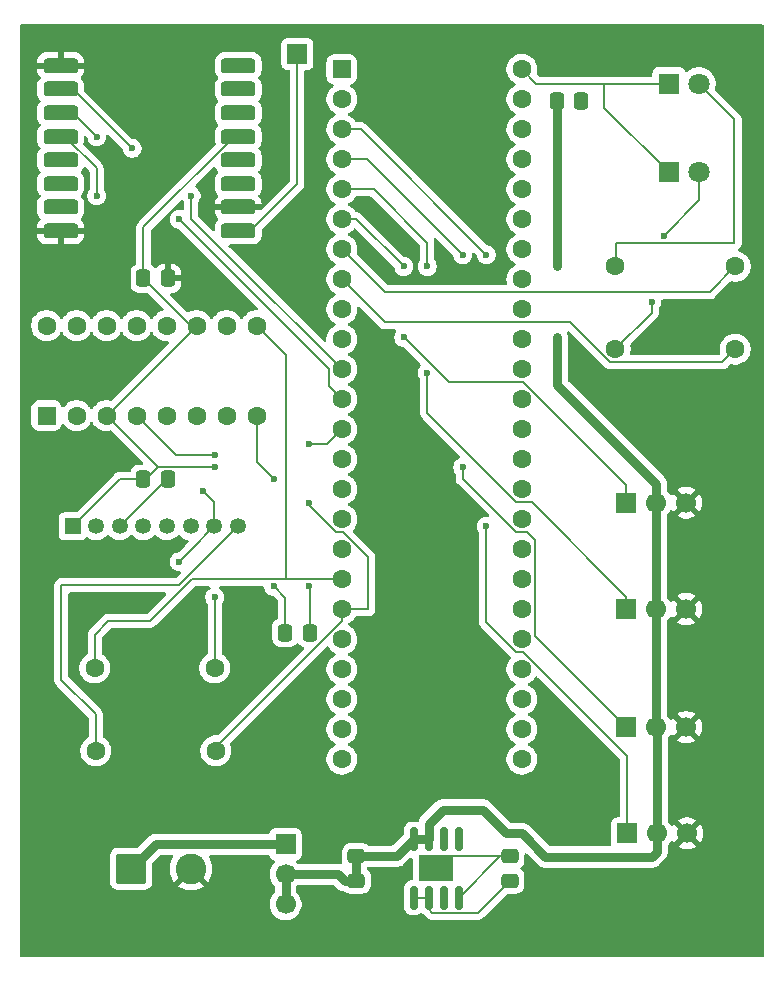
<source format=gtl>
%TF.GenerationSoftware,KiCad,Pcbnew,9.0.6*%
%TF.CreationDate,2025-12-09T12:16:43+01:00*%
%TF.ProjectId,PCB Schematic Eclipse 1,50434220-5363-4686-956d-617469632045,rev?*%
%TF.SameCoordinates,Original*%
%TF.FileFunction,Copper,L1,Top*%
%TF.FilePolarity,Positive*%
%FSLAX46Y46*%
G04 Gerber Fmt 4.6, Leading zero omitted, Abs format (unit mm)*
G04 Created by KiCad (PCBNEW 9.0.6) date 2025-12-09 12:16:43*
%MOMM*%
%LPD*%
G01*
G04 APERTURE LIST*
G04 Aperture macros list*
%AMRoundRect*
0 Rectangle with rounded corners*
0 $1 Rounding radius*
0 $2 $3 $4 $5 $6 $7 $8 $9 X,Y pos of 4 corners*
0 Add a 4 corners polygon primitive as box body*
4,1,4,$2,$3,$4,$5,$6,$7,$8,$9,$2,$3,0*
0 Add four circle primitives for the rounded corners*
1,1,$1+$1,$2,$3*
1,1,$1+$1,$4,$5*
1,1,$1+$1,$6,$7*
1,1,$1+$1,$8,$9*
0 Add four rect primitives between the rounded corners*
20,1,$1+$1,$2,$3,$4,$5,0*
20,1,$1+$1,$4,$5,$6,$7,0*
20,1,$1+$1,$6,$7,$8,$9,0*
20,1,$1+$1,$8,$9,$2,$3,0*%
G04 Aperture macros list end*
%TA.AperFunction,ComponentPad*%
%ADD10R,1.700000X1.700000*%
%TD*%
%TA.AperFunction,ComponentPad*%
%ADD11C,1.700000*%
%TD*%
%TA.AperFunction,ComponentPad*%
%ADD12RoundRect,0.250000X-1.050000X-1.050000X1.050000X-1.050000X1.050000X1.050000X-1.050000X1.050000X0*%
%TD*%
%TA.AperFunction,ComponentPad*%
%ADD13C,2.600000*%
%TD*%
%TA.AperFunction,SMDPad,CuDef*%
%ADD14RoundRect,0.250000X-0.337500X-0.475000X0.337500X-0.475000X0.337500X0.475000X-0.337500X0.475000X0*%
%TD*%
%TA.AperFunction,SMDPad,CuDef*%
%ADD15RoundRect,0.250000X0.475000X-0.337500X0.475000X0.337500X-0.475000X0.337500X-0.475000X-0.337500X0*%
%TD*%
%TA.AperFunction,ComponentPad*%
%ADD16C,1.600000*%
%TD*%
%TA.AperFunction,ComponentPad*%
%ADD17C,1.350000*%
%TD*%
%TA.AperFunction,ComponentPad*%
%ADD18R,1.350000X1.350000*%
%TD*%
%TA.AperFunction,SMDPad,CuDef*%
%ADD19RoundRect,0.317500X-1.157500X-0.317500X1.157500X-0.317500X1.157500X0.317500X-1.157500X0.317500X0*%
%TD*%
%TA.AperFunction,SMDPad,CuDef*%
%ADD20RoundRect,0.150000X0.150000X-0.825000X0.150000X0.825000X-0.150000X0.825000X-0.150000X-0.825000X0*%
%TD*%
%TA.AperFunction,HeatsinkPad*%
%ADD21R,3.000000X2.290000*%
%TD*%
%TA.AperFunction,ComponentPad*%
%ADD22RoundRect,0.250000X0.550000X-0.550000X0.550000X0.550000X-0.550000X0.550000X-0.550000X-0.550000X0*%
%TD*%
%TA.AperFunction,ComponentPad*%
%ADD23RoundRect,0.250000X-0.550000X-0.550000X0.550000X-0.550000X0.550000X0.550000X-0.550000X0.550000X0*%
%TD*%
%TA.AperFunction,ComponentPad*%
%ADD24R,1.800000X1.800000*%
%TD*%
%TA.AperFunction,ComponentPad*%
%ADD25C,1.800000*%
%TD*%
%TA.AperFunction,ViaPad*%
%ADD26C,0.600000*%
%TD*%
%TA.AperFunction,Conductor*%
%ADD27C,0.200000*%
%TD*%
%TA.AperFunction,Conductor*%
%ADD28C,0.800000*%
%TD*%
G04 APERTURE END LIST*
D10*
%TO.P,J1,1,Pin_1*%
%TO.N,Net-(IC1-LRCLK2)*%
X165920000Y-136000000D03*
D11*
%TO.P,J1,2,Pin_2*%
%TO.N,VCC_5V*%
X168460000Y-136000000D03*
%TO.P,J1,3,Pin_3*%
%TO.N,GND*%
X171000000Y-136000000D03*
%TD*%
D12*
%TO.P,J5,1,Pin_1*%
%TO.N,Net-(J5-Pin_1)*%
X123920000Y-139000000D03*
D13*
%TO.P,J5,2,Pin_2*%
%TO.N,GND*%
X129000000Y-139000000D03*
%TD*%
D10*
%TO.P,J6,1,Pin_1*%
%TO.N,Net-(J5-Pin_1)*%
X137000000Y-136920000D03*
D11*
%TO.P,J6,2,Pin_2*%
%TO.N,VCC_5V*%
X137000000Y-139460000D03*
%TO.P,J6,3,Pin_3*%
X137000000Y-142000000D03*
%TD*%
D14*
%TO.P,C5,2*%
%TO.N,GND*%
X127037500Y-89000000D03*
%TO.P,C5,1*%
%TO.N,/VCC_3V3*%
X124962500Y-89000000D03*
%TD*%
D15*
%TO.P,C1,2*%
%TO.N,VCC_5V*%
X143000000Y-137925000D03*
%TO.P,C1,1*%
X143000000Y-140000000D03*
%TD*%
D14*
%TO.P,C2,2*%
%TO.N,Net-(U1-GNDA)*%
X139037500Y-119000000D03*
%TO.P,C2,1*%
%TO.N,/VCC_3V3*%
X136962500Y-119000000D03*
%TD*%
D15*
%TO.P,C4,2*%
%TO.N,Net-(C4-Pad2)*%
X156000000Y-137925000D03*
%TO.P,C4,1*%
%TO.N,/Vcc_3V3*%
X156000000Y-140000000D03*
%TD*%
D14*
%TO.P,C6,2*%
%TO.N,Net-(IC1-GND_5)*%
X162037500Y-74000000D03*
%TO.P,C6,1*%
%TO.N,VCC_5V*%
X159962500Y-74000000D03*
%TD*%
%TO.P,C3,2*%
%TO.N,Net-(U2-GND)*%
X127037500Y-106000000D03*
%TO.P,C3,1*%
%TO.N,/VCC_3V3*%
X124962500Y-106000000D03*
%TD*%
D16*
%TO.P,R4,1*%
%TO.N,/I2C_SDA*%
X120840000Y-122000000D03*
%TO.P,R4,2*%
%TO.N,/SPI_SCK*%
X131000000Y-122000000D03*
%TD*%
D11*
%TO.P,J2,3,Pin_3*%
%TO.N,GND*%
X170920000Y-127000000D03*
%TO.P,J2,2,Pin_2*%
%TO.N,VCC_5V*%
X168380000Y-127000000D03*
D10*
%TO.P,J2,1,Pin_1*%
%TO.N,Net-(IC1-BCLK2)*%
X165840000Y-127000000D03*
%TD*%
%TO.P,J3,1,Pin_1*%
%TO.N,Net-(IC1-IN2)*%
X165840000Y-117000000D03*
D11*
%TO.P,J3,2,Pin_2*%
%TO.N,VCC_5V*%
X168380000Y-117000000D03*
%TO.P,J3,3,Pin_3*%
%TO.N,GND*%
X170920000Y-117000000D03*
%TD*%
D16*
%TO.P,R1,2*%
%TO.N,Net-(IC1-RX2)*%
X175080000Y-88000000D03*
%TO.P,R1,1*%
%TO.N,Net-(D1-A)*%
X164920000Y-88000000D03*
%TD*%
D11*
%TO.P,J4,3,Pin_3*%
%TO.N,GND*%
X170920000Y-108000000D03*
%TO.P,J4,2,Pin_2*%
%TO.N,VCC_5V*%
X168380000Y-108000000D03*
D10*
%TO.P,J4,1,Pin_1*%
%TO.N,Net-(IC1-OUT1D)*%
X165840000Y-108000000D03*
%TD*%
D16*
%TO.P,R2,2*%
%TO.N,Net-(IC1-TX2)*%
X175080000Y-95000000D03*
%TO.P,R2,1*%
%TO.N,Net-(D2-A)*%
X164920000Y-95000000D03*
%TD*%
%TO.P,R3,2*%
%TO.N,/I2C_SCL*%
X131080000Y-129000000D03*
%TO.P,R3,1*%
%TO.N,Net-(U2-SCLK)*%
X120920000Y-129000000D03*
%TD*%
D17*
%TO.P,U2,8,SCLK*%
%TO.N,Net-(U2-SCLK)*%
X132962500Y-110000000D03*
%TO.P,U2,7,SDI/SDA*%
%TO.N,/SPI_SCK*%
X130962500Y-110000000D03*
%TO.P,U2,6,SDO*%
%TO.N,unconnected-(U2-SDO-Pad6)*%
X128962500Y-110000000D03*
%TO.P,U2,5,CSB*%
%TO.N,unconnected-(U2-CSB-Pad4)_1*%
X126962500Y-110000000D03*
%TO.P,U2,4,CSB*%
%TO.N,unconnected-(U2-CSB-Pad4)*%
X124962500Y-110000000D03*
%TO.P,U2,3,GND*%
%TO.N,Net-(U2-GND)*%
X122962500Y-110000000D03*
%TO.P,U2,2,PS*%
%TO.N,unconnected-(U2-PS-Pad2)*%
X120962500Y-110000000D03*
D18*
%TO.P,U2,1,VDD*%
%TO.N,/VCC_3V3*%
X118962500Y-110000000D03*
%TD*%
D19*
%TO.P,U3,16,DIO2*%
%TO.N,unconnected-(U3-DIO2-Pad16)*%
X133000000Y-71000000D03*
%TO.P,U3,15,DIO1*%
%TO.N,unconnected-(U3-DIO1-Pad15)*%
X133000000Y-73000000D03*
%TO.P,U3,14,DIO0*%
%TO.N,unconnected-(U3-DIO0-Pad14)*%
X133000000Y-75000000D03*
%TO.P,U3,13,3_3V*%
%TO.N,/VCC_3V3*%
X133000000Y-77000000D03*
%TO.P,U3,12,DIO4*%
%TO.N,unconnected-(U3-DIO4-Pad12)*%
X133000000Y-79000000D03*
%TO.P,U3,11,DIO3*%
%TO.N,unconnected-(U3-DIO3-Pad11)*%
X133000000Y-81000000D03*
%TO.P,U3,10,GND@2*%
%TO.N,GND*%
X133000000Y-83000000D03*
%TO.P,U3,9,ANT*%
%TO.N,Net-(J7-Pin_1)*%
X133000000Y-85000000D03*
%TO.P,U3,8,GND@1*%
%TO.N,GND*%
X117950000Y-85000000D03*
%TO.P,U3,7,DIO5*%
%TO.N,unconnected-(U3-DIO5-Pad7)*%
X117950000Y-83000000D03*
%TO.P,U3,6,RESET*%
%TO.N,unconnected-(U3-RESET-Pad6)*%
X117950000Y-81000000D03*
%TO.P,U3,5,NSS*%
%TO.N,unconnected-(U3-NSS-Pad5)*%
X117950000Y-79000000D03*
%TO.P,U3,4,SCK*%
%TO.N,/SPI_SCK*%
X117950000Y-77000000D03*
%TO.P,U3,3,MOSI*%
%TO.N,/SPI_MOSI*%
X117950000Y-75000000D03*
%TO.P,U3,2,MISO*%
%TO.N,/SPI_MISO*%
X117950000Y-73000000D03*
%TO.P,U3,1,GND*%
%TO.N,GND*%
X117950000Y-71000000D03*
%TD*%
D20*
%TO.P,U4,1,VOUT*%
%TO.N,/Vcc_3V3*%
X147845000Y-141437500D03*
%TO.P,U4,2,VOUT*%
X149115000Y-141437500D03*
%TO.P,U4,3,SENSE/ADJ*%
%TO.N,unconnected-(U4-SENSE{slash}ADJ-Pad3)*%
X150385000Y-141437500D03*
%TO.P,U4,4,GND*%
%TO.N,Net-(C4-Pad2)*%
X151655000Y-141437500D03*
%TO.P,U4,5,EN*%
%TO.N,unconnected-(U4-EN-Pad5)*%
X151655000Y-136487500D03*
%TO.P,U4,6,SS*%
%TO.N,unconnected-(U4-SS-Pad6)*%
X150385000Y-136487500D03*
%TO.P,U4,7,VIN*%
%TO.N,VCC_5V*%
X149115000Y-136487500D03*
%TO.P,U4,8,VIN*%
X147845000Y-136487500D03*
D21*
%TO.P,U4,9,GND*%
%TO.N,Net-(C4-Pad2)*%
X149750000Y-138962500D03*
%TD*%
D22*
%TO.P,U1,1,INT2*%
%TO.N,unconnected-(U1-INT2-Pad1)*%
X116760000Y-100620000D03*
D16*
%TO.P,U1,2,NC*%
%TO.N,unconnected-(U1-NC-Pad2)*%
X119300000Y-100620000D03*
%TO.P,U1,3,VDD*%
%TO.N,/VCC_3V3*%
X121840000Y-100620000D03*
%TO.P,U1,4,GNDA*%
%TO.N,Net-(U1-GNDA)*%
X124380000Y-100620000D03*
%TO.P,U1,5,CSB2*%
%TO.N,unconnected-(U1-CSB2-Pad5)*%
X126920000Y-100620000D03*
%TO.P,U1,6,GNDIO*%
%TO.N,unconnected-(U1-GNDIO-Pad6)*%
X129460000Y-100620000D03*
%TO.P,U1,7,PS*%
%TO.N,unconnected-(U1-PS-Pad7)*%
X132000000Y-100620000D03*
%TO.P,U1,8,SCL/SCK*%
%TO.N,/I2C_SCL*%
X134540000Y-100620000D03*
%TO.P,U1,9,SDA/SDI*%
%TO.N,/I2C_SDA*%
X134540000Y-93000000D03*
%TO.P,U1,10,SDO2*%
%TO.N,unconnected-(U1-SDO2-Pad10)*%
X132000000Y-93000000D03*
%TO.P,U1,11,VDDIO*%
%TO.N,/VCC_3V3*%
X129460000Y-93000000D03*
%TO.P,U1,12,INT3*%
%TO.N,unconnected-(U1-INT3-Pad12)*%
X126920000Y-93000000D03*
%TO.P,U1,13,INT4*%
%TO.N,unconnected-(U1-INT4-Pad13)*%
X124380000Y-93000000D03*
%TO.P,U1,14,CSB1*%
%TO.N,unconnected-(U1-CSB1-Pad14)*%
X121840000Y-93000000D03*
%TO.P,U1,15,SDO1*%
%TO.N,unconnected-(U1-SDO1-Pad15)*%
X119300000Y-93000000D03*
%TO.P,U1,16,INT1*%
%TO.N,unconnected-(U1-INT1-Pad16)*%
X116760000Y-93000000D03*
%TD*%
D10*
%TO.P,J7,1,Pin_1*%
%TO.N,Net-(J7-Pin_1)*%
X138000000Y-70000000D03*
%TD*%
D23*
%TO.P,IC1,1,TX1*%
%TO.N,unconnected-(IC1-TX1-Pad1)*%
X141760000Y-71300000D03*
D16*
%TO.P,IC1,2,OUT2*%
%TO.N,unconnected-(IC1-OUT2-Pad2)*%
X141760000Y-73840000D03*
%TO.P,IC1,3,LRCLK2*%
%TO.N,Net-(IC1-LRCLK2)*%
X141760000Y-76380000D03*
%TO.P,IC1,4,BCLK2*%
%TO.N,Net-(IC1-BCLK2)*%
X141760000Y-78920000D03*
%TO.P,IC1,5,IN2*%
%TO.N,Net-(IC1-IN2)*%
X141760000Y-81460000D03*
%TO.P,IC1,6,OUT1D*%
%TO.N,Net-(IC1-OUT1D)*%
X141760000Y-84000000D03*
%TO.P,IC1,7,RX2*%
%TO.N,Net-(IC1-RX2)*%
X141760000Y-86540000D03*
%TO.P,IC1,8,TX2*%
%TO.N,Net-(IC1-TX2)*%
X141760000Y-89080000D03*
%TO.P,IC1,9,OUT1C*%
%TO.N,unconnected-(IC1-OUT1C-Pad9)*%
X141760000Y-91620000D03*
%TO.P,IC1,10,CS_1*%
%TO.N,unconnected-(IC1-CS_1-Pad10)*%
X141760000Y-94160000D03*
%TO.P,IC1,11,MOSI*%
%TO.N,/SPI_MOSI*%
X141760000Y-96700000D03*
%TO.P,IC1,12,MISO*%
%TO.N,/SPI_MISO*%
X141760000Y-99240000D03*
%TO.P,IC1,13,SCK*%
%TO.N,/SPI_SCK*%
X141760000Y-101780000D03*
%TO.P,IC1,14,A0*%
%TO.N,unconnected-(IC1-A0-Pad14)*%
X141760000Y-104320000D03*
%TO.P,IC1,15,A1*%
%TO.N,unconnected-(IC1-A1-Pad15)*%
X141760000Y-106860000D03*
%TO.P,IC1,16,A2*%
%TO.N,unconnected-(IC1-A2-Pad16)*%
X141760000Y-109400000D03*
%TO.P,IC1,17,A3*%
%TO.N,unconnected-(IC1-A3-Pad17)*%
X141760000Y-111940000D03*
%TO.P,IC1,18,A4*%
%TO.N,/I2C_SDA*%
X141760000Y-114480000D03*
%TO.P,IC1,19,A5*%
%TO.N,/I2C_SCL*%
X141760000Y-117020000D03*
%TO.P,IC1,20,A6*%
%TO.N,unconnected-(IC1-A6-Pad20)*%
X141760000Y-119560000D03*
%TO.P,IC1,21,A7*%
%TO.N,unconnected-(IC1-A7-Pad21)*%
X141760000Y-122100000D03*
%TO.P,IC1,22,A8*%
%TO.N,unconnected-(IC1-A8-Pad22)*%
X141760000Y-124640000D03*
%TO.P,IC1,23,A9*%
%TO.N,unconnected-(IC1-A9-Pad23)*%
X141760000Y-127180000D03*
%TO.P,IC1,24,A10*%
%TO.N,unconnected-(IC1-A10-Pad24)*%
X141760000Y-129720000D03*
%TO.P,IC1,25,A11*%
%TO.N,unconnected-(IC1-A11-Pad25)*%
X157000000Y-129720000D03*
%TO.P,IC1,26,A12*%
%TO.N,unconnected-(IC1-A12-Pad26)*%
X157000000Y-127180000D03*
%TO.P,IC1,27,A13*%
%TO.N,unconnected-(IC1-A13-Pad27)*%
X157000000Y-124640000D03*
%TO.P,IC1,28,RX7*%
%TO.N,unconnected-(IC1-RX7-Pad28)*%
X157000000Y-122100000D03*
%TO.P,IC1,29,TX7*%
%TO.N,unconnected-(IC1-TX7-Pad29)*%
X157000000Y-119560000D03*
%TO.P,IC1,30,CRX3*%
%TO.N,unconnected-(IC1-CRX3-Pad30)*%
X157000000Y-117020000D03*
%TO.P,IC1,31,CTX3*%
%TO.N,unconnected-(IC1-CTX3-Pad31)*%
X157000000Y-114480000D03*
%TO.P,IC1,32,OUT1B*%
%TO.N,unconnected-(IC1-OUT1B-Pad32)*%
X157000000Y-111940000D03*
%TO.P,IC1,33,MCLK2*%
%TO.N,unconnected-(IC1-MCLK2-Pad33)*%
X157000000Y-109400000D03*
%TO.P,IC1,34,RX8*%
%TO.N,unconnected-(IC1-RX8-Pad34)*%
X157000000Y-106860000D03*
%TO.P,IC1,35,TX8*%
%TO.N,unconnected-(IC1-TX8-Pad35)*%
X157000000Y-104320000D03*
%TO.P,IC1,36,CS_2*%
%TO.N,unconnected-(IC1-CS_2-Pad36)*%
X157000000Y-101780000D03*
%TO.P,IC1,37,CS_3*%
%TO.N,unconnected-(IC1-CS_3-Pad37)*%
X157000000Y-99240000D03*
%TO.P,IC1,38,A14*%
%TO.N,unconnected-(IC1-A14-Pad38)*%
X157000000Y-96700000D03*
%TO.P,IC1,39,A15*%
%TO.N,unconnected-(IC1-A15-Pad39)*%
X157000000Y-94160000D03*
%TO.P,IC1,40,A16*%
%TO.N,unconnected-(IC1-A16-Pad40)*%
X157000000Y-91620000D03*
%TO.P,IC1,41,A17*%
%TO.N,unconnected-(IC1-A17-Pad41)*%
X157000000Y-89080000D03*
%TO.P,IC1,42,3.3V_1*%
%TO.N,unconnected-(IC1-3.3V_1-Pad42)*%
X157000000Y-86540000D03*
%TO.P,IC1,43,VBAT*%
%TO.N,unconnected-(IC1-VBAT-Pad43)*%
X157000000Y-84000000D03*
%TO.P,IC1,44,3.3V_2*%
%TO.N,unconnected-(IC1-3.3V_2-Pad44)*%
X157000000Y-81460000D03*
%TO.P,IC1,45,GND_1*%
%TO.N,unconnected-(IC1-GND_1-Pad45)*%
X157000000Y-78920000D03*
%TO.P,IC1,46,PROGRAM*%
%TO.N,unconnected-(IC1-PROGRAM-Pad46)*%
X157000000Y-76380000D03*
%TO.P,IC1,47,ON/OFF*%
%TO.N,unconnected-(IC1-ON{slash}OFF-Pad47)*%
X157000000Y-73840000D03*
%TO.P,IC1,48,GND_2*%
%TO.N,Net-(D1-K)*%
X157000000Y-71300000D03*
%TD*%
D24*
%TO.P,D2,1,K*%
%TO.N,Net-(D1-K)*%
X169460000Y-80000000D03*
D25*
%TO.P,D2,2,A*%
%TO.N,Net-(D2-A)*%
X172000000Y-80000000D03*
%TD*%
D24*
%TO.P,D1,1,K*%
%TO.N,Net-(D1-K)*%
X169460000Y-72530000D03*
D25*
%TO.P,D1,2,A*%
%TO.N,Net-(D1-A)*%
X172000000Y-72530000D03*
%TD*%
D26*
%TO.N,/SPI_MOSI*%
X121000000Y-77000000D03*
X129000000Y-82000000D03*
%TO.N,/SPI_MISO*%
X124000000Y-78000000D03*
X128000000Y-84000000D03*
%TO.N,/SPI_SCK*%
X121000000Y-82000000D03*
X130000000Y-107000000D03*
X139000000Y-103000000D03*
X128000000Y-113000000D03*
X131000000Y-116000000D03*
%TO.N,/I2C_SCL*%
X139000000Y-108000000D03*
X136000000Y-106000000D03*
%TO.N,/VCC_3V3*%
X131000000Y-105000000D03*
X136000000Y-115080000D03*
%TO.N,Net-(U1-GNDA)*%
X131000000Y-104000000D03*
X139000000Y-115080000D03*
%TO.N,Net-(IC1-LRCLK2)*%
X154000000Y-87000000D03*
X154000000Y-110000000D03*
%TO.N,Net-(IC1-BCLK2)*%
X152000000Y-87000000D03*
X152000000Y-105000000D03*
%TO.N,VCC_5V*%
X160000000Y-94000000D03*
X160000000Y-88000000D03*
%TO.N,Net-(IC1-IN2)*%
X149000000Y-88000000D03*
X149000000Y-97000000D03*
%TO.N,Net-(IC1-OUT1D)*%
X147000000Y-88000000D03*
X147000000Y-94000000D03*
%TO.N,Net-(D2-A)*%
X168000000Y-91000000D03*
X169000000Y-85400000D03*
%TD*%
D27*
%TO.N,/VCC_3V3*%
X125168000Y-106000000D02*
X126194000Y-104974000D01*
X124962500Y-106000000D02*
X125168000Y-106000000D01*
D28*
%TO.N,VCC_5V*%
X160000000Y-98000000D02*
X160000000Y-94000000D01*
X168380000Y-106380000D02*
X160000000Y-98000000D01*
X168380000Y-108000000D02*
X168380000Y-106380000D01*
X149115000Y-135217500D02*
X149115000Y-136487500D01*
X153673660Y-134000000D02*
X150332500Y-134000000D01*
X150332500Y-134000000D02*
X149115000Y-135217500D01*
X155673660Y-136000000D02*
X153673660Y-134000000D01*
X157000000Y-136000000D02*
X155673660Y-136000000D01*
X159000000Y-138000000D02*
X157000000Y-136000000D01*
X168460000Y-137540000D02*
X168000000Y-138000000D01*
X168460000Y-136000000D02*
X168460000Y-137540000D01*
X168000000Y-138000000D02*
X159000000Y-138000000D01*
D27*
%TO.N,/SPI_MOSI*%
X119000000Y-75000000D02*
X117950000Y-75000000D01*
X121000000Y-77000000D02*
X119000000Y-75000000D01*
X129000000Y-84000000D02*
X129000000Y-82000000D01*
X132060000Y-87000000D02*
X132000000Y-87000000D01*
X141760000Y-96700000D02*
X132060000Y-87000000D01*
X132000000Y-87000000D02*
X129000000Y-84000000D01*
%TO.N,/SPI_MISO*%
X119000000Y-73000000D02*
X117950000Y-73000000D01*
X124000000Y-78000000D02*
X119000000Y-73000000D01*
X140659000Y-96659000D02*
X128000000Y-84000000D01*
X140659000Y-98139000D02*
X140659000Y-96659000D01*
X141760000Y-99240000D02*
X140659000Y-98139000D01*
%TO.N,/SPI_SCK*%
X118299692Y-77000000D02*
X117950000Y-77000000D01*
X121000000Y-82000000D02*
X121000000Y-79700308D01*
X121000000Y-79700308D02*
X118299692Y-77000000D01*
%TO.N,/VCC_3V3*%
X124962500Y-84687808D02*
X132650308Y-77000000D01*
X132650308Y-77000000D02*
X133000000Y-77000000D01*
X124962500Y-89000000D02*
X124962500Y-84687808D01*
X128962500Y-93000000D02*
X129460000Y-93000000D01*
X124962500Y-89000000D02*
X128962500Y-93000000D01*
X129460000Y-93000000D02*
X121840000Y-100620000D01*
%TO.N,Net-(J7-Pin_1)*%
X134000000Y-85000000D02*
X138000000Y-81000000D01*
X133000000Y-85000000D02*
X134000000Y-85000000D01*
X138000000Y-81000000D02*
X138000000Y-70000000D01*
%TO.N,/SPI_SCK*%
X140540000Y-103000000D02*
X141760000Y-101780000D01*
X139000000Y-103000000D02*
X140540000Y-103000000D01*
X130962500Y-107962500D02*
X130000000Y-107000000D01*
X130962500Y-110000000D02*
X130962500Y-107962500D01*
X129000000Y-111962500D02*
X130962500Y-110000000D01*
X128000000Y-113000000D02*
X129000000Y-112000000D01*
X129000000Y-112000000D02*
X129000000Y-111962500D01*
X131000000Y-122000000D02*
X131000000Y-116000000D01*
%TO.N,/I2C_SCL*%
X143980000Y-117020000D02*
X141760000Y-117020000D01*
X141878050Y-110501000D02*
X144000000Y-112622950D01*
X144000000Y-112622950D02*
X144000000Y-117000000D01*
X141303950Y-110501000D02*
X141878050Y-110501000D01*
X139000000Y-108197050D02*
X141303950Y-110501000D01*
X139000000Y-108000000D02*
X139000000Y-108197050D01*
X144000000Y-117000000D02*
X143980000Y-117020000D01*
X134540000Y-104540000D02*
X136000000Y-106000000D01*
X134540000Y-100620000D02*
X134540000Y-104540000D01*
%TO.N,Net-(U2-GND)*%
X127037500Y-106000000D02*
X126962500Y-106000000D01*
X126962500Y-106000000D02*
X122962500Y-110000000D01*
%TO.N,/VCC_3V3*%
X122962500Y-106000000D02*
X118962500Y-110000000D01*
X124962500Y-106000000D02*
X122962500Y-106000000D01*
X130974000Y-104974000D02*
X126194000Y-104974000D01*
X131000000Y-105000000D02*
X130974000Y-104974000D01*
X126194000Y-104974000D02*
X121840000Y-100620000D01*
X136962500Y-116042500D02*
X136000000Y-115080000D01*
X136962500Y-119000000D02*
X136962500Y-116042500D01*
%TO.N,Net-(U1-GNDA)*%
X127760000Y-104000000D02*
X124380000Y-100620000D01*
X131000000Y-104000000D02*
X127760000Y-104000000D01*
X139037500Y-115117500D02*
X139000000Y-115080000D01*
X139037500Y-119000000D02*
X139037500Y-115117500D01*
%TO.N,/I2C_SDA*%
X137000000Y-95460000D02*
X137000000Y-114480000D01*
X137000000Y-114480000D02*
X141760000Y-114480000D01*
X134540000Y-93000000D02*
X137000000Y-95460000D01*
X125529600Y-118000000D02*
X129049600Y-114480000D01*
X129049600Y-114480000D02*
X137000000Y-114480000D01*
X120840000Y-119160000D02*
X122000000Y-118000000D01*
X122000000Y-118000000D02*
X125529600Y-118000000D01*
X120840000Y-122000000D02*
X120840000Y-119160000D01*
%TO.N,Net-(U2-SCLK)*%
X127962500Y-115000000D02*
X132962500Y-110000000D01*
X118000000Y-115000000D02*
X127962500Y-115000000D01*
X120920000Y-125920000D02*
X118000000Y-123000000D01*
X118000000Y-123000000D02*
X118000000Y-115000000D01*
X120920000Y-129000000D02*
X120920000Y-125920000D01*
%TO.N,/I2C_SCL*%
X141760000Y-118002950D02*
X141760000Y-117020000D01*
X131080000Y-128682950D02*
X141760000Y-118002950D01*
X131080000Y-129000000D02*
X131080000Y-128682950D01*
D28*
%TO.N,Net-(J5-Pin_1)*%
X126000000Y-136920000D02*
X123920000Y-139000000D01*
X137000000Y-136920000D02*
X126000000Y-136920000D01*
D27*
%TO.N,/Vcc_3V3*%
X149115000Y-141437500D02*
X147845000Y-141437500D01*
X149115000Y-142412499D02*
X149115000Y-141437500D01*
X149416001Y-142713500D02*
X149115000Y-142412499D01*
X153286500Y-142713500D02*
X149416001Y-142713500D01*
X156000000Y-140000000D02*
X153286500Y-142713500D01*
%TO.N,Net-(C4-Pad2)*%
X155167500Y-137925000D02*
X151655000Y-141437500D01*
X156000000Y-137925000D02*
X155167500Y-137925000D01*
X150787500Y-137925000D02*
X149750000Y-138962500D01*
X156000000Y-137925000D02*
X150787500Y-137925000D01*
D28*
%TO.N,VCC_5V*%
X137000000Y-139460000D02*
X137000000Y-142000000D01*
X141460000Y-139460000D02*
X137000000Y-139460000D01*
X142000000Y-140000000D02*
X141460000Y-139460000D01*
X143000000Y-140000000D02*
X142000000Y-140000000D01*
X143000000Y-137925000D02*
X143000000Y-140000000D01*
X147845000Y-136487500D02*
X146407500Y-137925000D01*
X146407500Y-137925000D02*
X143000000Y-137925000D01*
X149115000Y-136487500D02*
X147845000Y-136487500D01*
D27*
%TO.N,Net-(IC1-LRCLK2)*%
X143380000Y-76380000D02*
X141760000Y-76380000D01*
X154000000Y-87000000D02*
X143380000Y-76380000D01*
X154000000Y-118117050D02*
X154000000Y-110000000D01*
X157118050Y-120661000D02*
X156543950Y-120661000D01*
X156543950Y-120661000D02*
X154000000Y-118117050D01*
X165920000Y-129462950D02*
X157118050Y-120661000D01*
X165920000Y-136000000D02*
X165920000Y-129462950D01*
%TO.N,Net-(IC1-BCLK2)*%
X143920000Y-78920000D02*
X141760000Y-78920000D01*
X152000000Y-87000000D02*
X143920000Y-78920000D01*
X152000000Y-105957050D02*
X152000000Y-105000000D01*
X157456050Y-110501000D02*
X156543950Y-110501000D01*
X158101000Y-111145950D02*
X157456050Y-110501000D01*
X158101000Y-119261000D02*
X158101000Y-111145950D01*
X165840000Y-127000000D02*
X158101000Y-119261000D01*
X156543950Y-110501000D02*
X152000000Y-105957050D01*
D28*
%TO.N,VCC_5V*%
X168460000Y-127080000D02*
X168380000Y-127000000D01*
X168460000Y-136000000D02*
X168460000Y-127080000D01*
X168380000Y-127000000D02*
X168380000Y-117000000D01*
X168380000Y-117000000D02*
X168380000Y-108000000D01*
X159962500Y-86962500D02*
X159962500Y-74000000D01*
X160000000Y-87000000D02*
X159962500Y-86962500D01*
X160000000Y-88000000D02*
X160000000Y-87000000D01*
D27*
%TO.N,Net-(IC1-IN2)*%
X144460000Y-81460000D02*
X141760000Y-81460000D01*
X149000000Y-86000000D02*
X144460000Y-81460000D01*
X149000000Y-88000000D02*
X149000000Y-86000000D01*
X149000000Y-100417050D02*
X149000000Y-97000000D01*
X157851000Y-107961000D02*
X156543950Y-107961000D01*
X165840000Y-115950000D02*
X157851000Y-107961000D01*
X165840000Y-117000000D02*
X165840000Y-115950000D01*
X156543950Y-107961000D02*
X149000000Y-100417050D01*
%TO.N,Net-(IC1-OUT1D)*%
X143000000Y-84000000D02*
X141760000Y-84000000D01*
X147000000Y-88000000D02*
X143000000Y-84000000D01*
X150801000Y-97801000D02*
X147000000Y-94000000D01*
X157118050Y-97801000D02*
X150801000Y-97801000D01*
X165840000Y-106522950D02*
X157118050Y-97801000D01*
X165840000Y-108000000D02*
X165840000Y-106522950D01*
%TO.N,Net-(IC1-TX2)*%
X161083950Y-92721000D02*
X145401000Y-92721000D01*
X145401000Y-92721000D02*
X141760000Y-89080000D01*
X164463950Y-96101000D02*
X161083950Y-92721000D01*
X173979000Y-96101000D02*
X164463950Y-96101000D01*
X175080000Y-95000000D02*
X173979000Y-96101000D01*
%TO.N,Net-(IC1-RX2)*%
X145401000Y-90181000D02*
X141760000Y-86540000D01*
X172899000Y-90181000D02*
X145401000Y-90181000D01*
X175080000Y-88000000D02*
X172899000Y-90181000D01*
%TO.N,Net-(D2-A)*%
X168000000Y-91920000D02*
X164920000Y-95000000D01*
X168000000Y-91000000D02*
X168000000Y-91920000D01*
X172000000Y-82400000D02*
X169000000Y-85400000D01*
X172000000Y-80000000D02*
X172000000Y-82400000D01*
%TO.N,Net-(D1-A)*%
X165000000Y-87920000D02*
X164920000Y-88000000D01*
X175000000Y-86000000D02*
X165000000Y-86000000D01*
X175000000Y-75530000D02*
X175000000Y-86000000D01*
X172000000Y-72530000D02*
X175000000Y-75530000D01*
X165000000Y-86000000D02*
X165000000Y-87920000D01*
%TO.N,Net-(D1-K)*%
X164000000Y-74540000D02*
X164000000Y-72530000D01*
X169460000Y-80000000D02*
X164000000Y-74540000D01*
X164000000Y-72530000D02*
X158230000Y-72530000D01*
X158230000Y-72530000D02*
X157000000Y-71300000D01*
X169460000Y-72530000D02*
X164000000Y-72530000D01*
%TD*%
%TA.AperFunction,Conductor*%
%TO.N,GND*%
G36*
X128246591Y-82355464D02*
G01*
X128302524Y-82397336D01*
X128306358Y-82402754D01*
X128357342Y-82479057D01*
X128378602Y-82510874D01*
X128399480Y-82577552D01*
X128399500Y-82579765D01*
X128399500Y-83113444D01*
X128379815Y-83180483D01*
X128327011Y-83226238D01*
X128257853Y-83236182D01*
X128239575Y-83231202D01*
X128239324Y-83232031D01*
X128233500Y-83230264D01*
X128233497Y-83230263D01*
X128233492Y-83230262D01*
X128233489Y-83230261D01*
X128078845Y-83199500D01*
X128078842Y-83199500D01*
X127921158Y-83199500D01*
X127921155Y-83199500D01*
X127766510Y-83230261D01*
X127766498Y-83230264D01*
X127620827Y-83290602D01*
X127620814Y-83290609D01*
X127489711Y-83378210D01*
X127489707Y-83378213D01*
X127378213Y-83489707D01*
X127378210Y-83489711D01*
X127290609Y-83620814D01*
X127290602Y-83620827D01*
X127230264Y-83766498D01*
X127230261Y-83766510D01*
X127199500Y-83921153D01*
X127199500Y-84078846D01*
X127230261Y-84233489D01*
X127230264Y-84233501D01*
X127290602Y-84379172D01*
X127290609Y-84379185D01*
X127378210Y-84510288D01*
X127378213Y-84510292D01*
X127489707Y-84621786D01*
X127489711Y-84621789D01*
X127620814Y-84709390D01*
X127620827Y-84709397D01*
X127766498Y-84769735D01*
X127766503Y-84769737D01*
X127831147Y-84782595D01*
X127921849Y-84800638D01*
X127983760Y-84833023D01*
X127985339Y-84834574D01*
X134638584Y-91487819D01*
X134672069Y-91549142D01*
X134667085Y-91618834D01*
X134625213Y-91674767D01*
X134559749Y-91699184D01*
X134550903Y-91699500D01*
X134437648Y-91699500D01*
X134413329Y-91703351D01*
X134235465Y-91731522D01*
X134040776Y-91794781D01*
X133858386Y-91887715D01*
X133692786Y-92008028D01*
X133548028Y-92152786D01*
X133427715Y-92318386D01*
X133380485Y-92411080D01*
X133332510Y-92461876D01*
X133264689Y-92478671D01*
X133198554Y-92456134D01*
X133159515Y-92411080D01*
X133158883Y-92409840D01*
X133112287Y-92318390D01*
X133100096Y-92301610D01*
X132991971Y-92152786D01*
X132847213Y-92008028D01*
X132681613Y-91887715D01*
X132681612Y-91887714D01*
X132681610Y-91887713D01*
X132589817Y-91840942D01*
X132499223Y-91794781D01*
X132304534Y-91731522D01*
X132129995Y-91703878D01*
X132102352Y-91699500D01*
X131897648Y-91699500D01*
X131873329Y-91703351D01*
X131695465Y-91731522D01*
X131500776Y-91794781D01*
X131318386Y-91887715D01*
X131152786Y-92008028D01*
X131008028Y-92152786D01*
X130887715Y-92318386D01*
X130840485Y-92411080D01*
X130792510Y-92461876D01*
X130724689Y-92478671D01*
X130658554Y-92456134D01*
X130619515Y-92411080D01*
X130618883Y-92409840D01*
X130572287Y-92318390D01*
X130560096Y-92301610D01*
X130451971Y-92152786D01*
X130307213Y-92008028D01*
X130141613Y-91887715D01*
X130141612Y-91887714D01*
X130141610Y-91887713D01*
X130049817Y-91840942D01*
X129959223Y-91794781D01*
X129764534Y-91731522D01*
X129589995Y-91703878D01*
X129562352Y-91699500D01*
X129357648Y-91699500D01*
X129333329Y-91703351D01*
X129155465Y-91731522D01*
X128960773Y-91794782D01*
X128806364Y-91873458D01*
X128737695Y-91886354D01*
X128672955Y-91860077D01*
X128662389Y-91850654D01*
X127248415Y-90436680D01*
X127214930Y-90375357D01*
X127219914Y-90305665D01*
X127261786Y-90249732D01*
X127327250Y-90225315D01*
X127336096Y-90224999D01*
X127424972Y-90224999D01*
X127424986Y-90224998D01*
X127527697Y-90214505D01*
X127694119Y-90159358D01*
X127694124Y-90159356D01*
X127843345Y-90067315D01*
X127967315Y-89943345D01*
X128059356Y-89794124D01*
X128059358Y-89794119D01*
X128114505Y-89627697D01*
X128114506Y-89627690D01*
X128124999Y-89524986D01*
X128125000Y-89524973D01*
X128125000Y-89250000D01*
X127161500Y-89250000D01*
X127094461Y-89230315D01*
X127048706Y-89177511D01*
X127037500Y-89126000D01*
X127037500Y-89000000D01*
X126911500Y-89000000D01*
X126844461Y-88980315D01*
X126798706Y-88927511D01*
X126787500Y-88876000D01*
X126787500Y-88750000D01*
X127287500Y-88750000D01*
X128124999Y-88750000D01*
X128124999Y-88475028D01*
X128124998Y-88475013D01*
X128114505Y-88372302D01*
X128059358Y-88205880D01*
X128059356Y-88205875D01*
X127967315Y-88056654D01*
X127843345Y-87932684D01*
X127694124Y-87840643D01*
X127694119Y-87840641D01*
X127527697Y-87785494D01*
X127527690Y-87785493D01*
X127424986Y-87775000D01*
X127287500Y-87775000D01*
X127287500Y-88750000D01*
X126787500Y-88750000D01*
X126787500Y-87775000D01*
X126650027Y-87775000D01*
X126650012Y-87775001D01*
X126547302Y-87785494D01*
X126380880Y-87840641D01*
X126380875Y-87840643D01*
X126231654Y-87932684D01*
X126107683Y-88056655D01*
X126107679Y-88056660D01*
X126105826Y-88059665D01*
X126104018Y-88061290D01*
X126103202Y-88062323D01*
X126103025Y-88062183D01*
X126053874Y-88106385D01*
X125984911Y-88117601D01*
X125920831Y-88089752D01*
X125894753Y-88059653D01*
X125894737Y-88059628D01*
X125892712Y-88056344D01*
X125768656Y-87932288D01*
X125621902Y-87841770D01*
X125575179Y-87789823D01*
X125563000Y-87736232D01*
X125563000Y-84987904D01*
X125582685Y-84920865D01*
X125599314Y-84900228D01*
X128115578Y-82383963D01*
X128176899Y-82350480D01*
X128246591Y-82355464D01*
G37*
%TD.AperFunction*%
%TA.AperFunction,Conductor*%
G36*
X177442539Y-67520185D02*
G01*
X177488294Y-67572989D01*
X177499500Y-67624500D01*
X177499500Y-146375500D01*
X177479815Y-146442539D01*
X177427011Y-146488294D01*
X177375500Y-146499500D01*
X114624500Y-146499500D01*
X114557461Y-146479815D01*
X114511706Y-146427011D01*
X114500500Y-146375500D01*
X114500500Y-92897648D01*
X115459500Y-92897648D01*
X115459500Y-93102351D01*
X115491522Y-93304534D01*
X115554781Y-93499223D01*
X115616736Y-93620814D01*
X115634546Y-93655769D01*
X115647715Y-93681613D01*
X115768028Y-93847213D01*
X115912786Y-93991971D01*
X116032362Y-94078846D01*
X116078390Y-94112287D01*
X116157864Y-94152781D01*
X116260776Y-94205218D01*
X116260778Y-94205218D01*
X116260781Y-94205220D01*
X116347784Y-94233489D01*
X116455465Y-94268477D01*
X116556557Y-94284488D01*
X116657648Y-94300500D01*
X116657649Y-94300500D01*
X116862351Y-94300500D01*
X116862352Y-94300500D01*
X117064534Y-94268477D01*
X117259219Y-94205220D01*
X117441610Y-94112287D01*
X117534590Y-94044732D01*
X117607213Y-93991971D01*
X117607215Y-93991968D01*
X117607219Y-93991966D01*
X117751966Y-93847219D01*
X117751968Y-93847215D01*
X117751971Y-93847213D01*
X117872284Y-93681614D01*
X117872285Y-93681613D01*
X117872287Y-93681610D01*
X117919516Y-93588917D01*
X117967489Y-93538123D01*
X118035310Y-93521328D01*
X118101445Y-93543865D01*
X118140483Y-93588917D01*
X118174546Y-93655769D01*
X118187715Y-93681614D01*
X118308028Y-93847213D01*
X118452786Y-93991971D01*
X118572362Y-94078846D01*
X118618390Y-94112287D01*
X118697864Y-94152781D01*
X118800776Y-94205218D01*
X118800778Y-94205218D01*
X118800781Y-94205220D01*
X118887784Y-94233489D01*
X118995465Y-94268477D01*
X119096557Y-94284488D01*
X119197648Y-94300500D01*
X119197649Y-94300500D01*
X119402351Y-94300500D01*
X119402352Y-94300500D01*
X119604534Y-94268477D01*
X119799219Y-94205220D01*
X119981610Y-94112287D01*
X120074590Y-94044732D01*
X120147213Y-93991971D01*
X120147215Y-93991968D01*
X120147219Y-93991966D01*
X120291966Y-93847219D01*
X120291968Y-93847215D01*
X120291971Y-93847213D01*
X120412284Y-93681614D01*
X120412285Y-93681613D01*
X120412287Y-93681610D01*
X120459516Y-93588917D01*
X120507489Y-93538123D01*
X120575310Y-93521328D01*
X120641445Y-93543865D01*
X120680483Y-93588917D01*
X120714546Y-93655769D01*
X120727715Y-93681614D01*
X120848028Y-93847213D01*
X120992786Y-93991971D01*
X121112362Y-94078846D01*
X121158390Y-94112287D01*
X121237864Y-94152781D01*
X121340776Y-94205218D01*
X121340778Y-94205218D01*
X121340781Y-94205220D01*
X121427784Y-94233489D01*
X121535465Y-94268477D01*
X121636557Y-94284488D01*
X121737648Y-94300500D01*
X121737649Y-94300500D01*
X121942351Y-94300500D01*
X121942352Y-94300500D01*
X122144534Y-94268477D01*
X122339219Y-94205220D01*
X122521610Y-94112287D01*
X122614590Y-94044732D01*
X122687213Y-93991971D01*
X122687215Y-93991968D01*
X122687219Y-93991966D01*
X122831966Y-93847219D01*
X122831968Y-93847215D01*
X122831971Y-93847213D01*
X122952284Y-93681614D01*
X122952285Y-93681613D01*
X122952287Y-93681610D01*
X122999516Y-93588917D01*
X123047489Y-93538123D01*
X123115310Y-93521328D01*
X123181445Y-93543865D01*
X123220483Y-93588917D01*
X123254546Y-93655769D01*
X123267715Y-93681614D01*
X123388028Y-93847213D01*
X123532786Y-93991971D01*
X123652362Y-94078846D01*
X123698390Y-94112287D01*
X123777864Y-94152781D01*
X123880776Y-94205218D01*
X123880778Y-94205218D01*
X123880781Y-94205220D01*
X123967784Y-94233489D01*
X124075465Y-94268477D01*
X124176557Y-94284488D01*
X124277648Y-94300500D01*
X124277649Y-94300500D01*
X124482351Y-94300500D01*
X124482352Y-94300500D01*
X124684534Y-94268477D01*
X124879219Y-94205220D01*
X125061610Y-94112287D01*
X125154590Y-94044732D01*
X125227213Y-93991971D01*
X125227215Y-93991968D01*
X125227219Y-93991966D01*
X125371966Y-93847219D01*
X125371968Y-93847215D01*
X125371971Y-93847213D01*
X125492284Y-93681614D01*
X125492285Y-93681613D01*
X125492287Y-93681610D01*
X125539516Y-93588917D01*
X125587489Y-93538123D01*
X125655310Y-93521328D01*
X125721445Y-93543865D01*
X125760483Y-93588917D01*
X125794546Y-93655769D01*
X125807715Y-93681614D01*
X125928028Y-93847213D01*
X126072786Y-93991971D01*
X126192362Y-94078846D01*
X126238390Y-94112287D01*
X126317864Y-94152781D01*
X126420776Y-94205218D01*
X126420778Y-94205218D01*
X126420781Y-94205220D01*
X126507784Y-94233489D01*
X126615465Y-94268477D01*
X126716557Y-94284488D01*
X126817648Y-94300500D01*
X126817649Y-94300500D01*
X127010902Y-94300500D01*
X127077941Y-94320185D01*
X127123696Y-94372989D01*
X127133640Y-94442147D01*
X127104615Y-94505703D01*
X127098583Y-94512181D01*
X122284842Y-99325921D01*
X122223519Y-99359406D01*
X122158848Y-99356173D01*
X122144534Y-99351522D01*
X121969995Y-99323878D01*
X121942352Y-99319500D01*
X121737648Y-99319500D01*
X121713329Y-99323351D01*
X121535465Y-99351522D01*
X121340776Y-99414781D01*
X121158386Y-99507715D01*
X120992786Y-99628028D01*
X120848028Y-99772786D01*
X120727715Y-99938386D01*
X120680485Y-100031080D01*
X120632510Y-100081876D01*
X120564689Y-100098671D01*
X120498554Y-100076134D01*
X120459515Y-100031080D01*
X120453861Y-100019983D01*
X120412287Y-99938390D01*
X120391019Y-99909117D01*
X120291971Y-99772786D01*
X120147213Y-99628028D01*
X119981613Y-99507715D01*
X119981612Y-99507714D01*
X119981610Y-99507713D01*
X119921898Y-99477288D01*
X119799223Y-99414781D01*
X119604534Y-99351522D01*
X119429995Y-99323878D01*
X119402352Y-99319500D01*
X119197648Y-99319500D01*
X119173329Y-99323351D01*
X118995465Y-99351522D01*
X118800776Y-99414781D01*
X118618386Y-99507715D01*
X118452786Y-99628028D01*
X118308032Y-99772782D01*
X118308028Y-99772787D01*
X118239978Y-99866451D01*
X118184648Y-99909117D01*
X118115035Y-99915096D01*
X118053240Y-99882490D01*
X118021954Y-99832570D01*
X117994814Y-99750666D01*
X117902712Y-99601344D01*
X117778656Y-99477288D01*
X117629334Y-99385186D01*
X117462797Y-99330001D01*
X117462795Y-99330000D01*
X117360010Y-99319500D01*
X116159998Y-99319500D01*
X116159981Y-99319501D01*
X116057203Y-99330000D01*
X116057200Y-99330001D01*
X115890668Y-99385185D01*
X115890663Y-99385187D01*
X115741342Y-99477289D01*
X115617289Y-99601342D01*
X115525187Y-99750663D01*
X115525186Y-99750666D01*
X115470001Y-99917203D01*
X115470001Y-99917204D01*
X115470000Y-99917204D01*
X115459500Y-100019983D01*
X115459500Y-101220001D01*
X115459501Y-101220018D01*
X115470000Y-101322796D01*
X115470001Y-101322799D01*
X115486818Y-101373548D01*
X115525186Y-101489334D01*
X115617288Y-101638656D01*
X115741344Y-101762712D01*
X115890666Y-101854814D01*
X116057203Y-101909999D01*
X116159991Y-101920500D01*
X117360008Y-101920499D01*
X117462797Y-101909999D01*
X117629334Y-101854814D01*
X117778656Y-101762712D01*
X117902712Y-101638656D01*
X117994814Y-101489334D01*
X118021955Y-101407427D01*
X118061726Y-101349984D01*
X118126242Y-101323161D01*
X118195018Y-101335476D01*
X118239977Y-101373547D01*
X118308030Y-101467213D01*
X118308034Y-101467219D01*
X118452786Y-101611971D01*
X118607749Y-101724556D01*
X118618390Y-101732287D01*
X118699499Y-101773614D01*
X118800776Y-101825218D01*
X118800778Y-101825218D01*
X118800781Y-101825220D01*
X118875818Y-101849601D01*
X118995465Y-101888477D01*
X119096557Y-101904488D01*
X119197648Y-101920500D01*
X119197649Y-101920500D01*
X119402351Y-101920500D01*
X119402352Y-101920500D01*
X119604534Y-101888477D01*
X119799219Y-101825220D01*
X119981610Y-101732287D01*
X120110482Y-101638657D01*
X120147213Y-101611971D01*
X120147215Y-101611968D01*
X120147219Y-101611966D01*
X120291966Y-101467219D01*
X120291968Y-101467215D01*
X120291971Y-101467213D01*
X120412284Y-101301614D01*
X120412285Y-101301613D01*
X120412287Y-101301610D01*
X120459516Y-101208917D01*
X120507489Y-101158123D01*
X120575310Y-101141328D01*
X120641445Y-101163865D01*
X120680483Y-101208917D01*
X120686140Y-101220018D01*
X120727715Y-101301614D01*
X120848028Y-101467213D01*
X120992786Y-101611971D01*
X121147749Y-101724556D01*
X121158390Y-101732287D01*
X121239499Y-101773614D01*
X121340776Y-101825218D01*
X121340778Y-101825218D01*
X121340781Y-101825220D01*
X121415818Y-101849601D01*
X121535465Y-101888477D01*
X121636557Y-101904488D01*
X121737648Y-101920500D01*
X121737649Y-101920500D01*
X121942351Y-101920500D01*
X121942352Y-101920500D01*
X122144534Y-101888477D01*
X122158842Y-101883827D01*
X122228682Y-101881831D01*
X122284842Y-101914077D01*
X124933584Y-104562819D01*
X124967069Y-104624142D01*
X124962085Y-104693834D01*
X124920213Y-104749767D01*
X124854749Y-104774184D01*
X124845903Y-104774500D01*
X124574999Y-104774500D01*
X124574980Y-104774501D01*
X124472203Y-104785000D01*
X124472200Y-104785001D01*
X124305668Y-104840185D01*
X124305663Y-104840187D01*
X124156342Y-104932289D01*
X124032289Y-105056342D01*
X123940187Y-105205663D01*
X123940186Y-105205666D01*
X123907541Y-105304184D01*
X123904121Y-105314504D01*
X123864348Y-105371949D01*
X123799833Y-105398772D01*
X123786415Y-105399500D01*
X122883442Y-105399500D01*
X122730714Y-105440423D01*
X122711460Y-105451539D01*
X122706299Y-105454520D01*
X122663006Y-105479515D01*
X122593785Y-105519479D01*
X122593782Y-105519481D01*
X122481978Y-105631286D01*
X119325082Y-108788181D01*
X119263759Y-108821666D01*
X119237401Y-108824500D01*
X118239629Y-108824500D01*
X118239623Y-108824501D01*
X118180016Y-108830908D01*
X118045171Y-108881202D01*
X118045164Y-108881206D01*
X117929955Y-108967452D01*
X117929952Y-108967455D01*
X117843706Y-109082664D01*
X117843702Y-109082671D01*
X117793408Y-109217517D01*
X117787001Y-109277116D01*
X117787000Y-109277135D01*
X117787000Y-110722870D01*
X117787001Y-110722876D01*
X117793408Y-110782483D01*
X117843702Y-110917328D01*
X117843706Y-110917335D01*
X117929952Y-111032544D01*
X117929955Y-111032547D01*
X118045164Y-111118793D01*
X118045171Y-111118797D01*
X118180017Y-111169091D01*
X118180016Y-111169091D01*
X118186944Y-111169835D01*
X118239627Y-111175500D01*
X119685372Y-111175499D01*
X119744983Y-111169091D01*
X119879831Y-111118796D01*
X119995046Y-111032546D01*
X120058741Y-110947459D01*
X120114674Y-110905590D01*
X120184366Y-110900606D01*
X120230892Y-110921453D01*
X120346404Y-111005378D01*
X120427263Y-111046577D01*
X120511264Y-111089379D01*
X120511267Y-111089380D01*
X120599250Y-111117967D01*
X120687236Y-111146555D01*
X120869986Y-111175500D01*
X120869987Y-111175500D01*
X121055013Y-111175500D01*
X121055014Y-111175500D01*
X121237764Y-111146555D01*
X121413735Y-111089379D01*
X121578596Y-111005378D01*
X121728287Y-110896621D01*
X121859121Y-110765787D01*
X121862180Y-110761576D01*
X121917506Y-110718909D01*
X121987119Y-110712926D01*
X122048915Y-110745529D01*
X122062815Y-110761570D01*
X122065879Y-110765787D01*
X122196713Y-110896621D01*
X122346404Y-111005378D01*
X122427263Y-111046577D01*
X122511264Y-111089379D01*
X122511267Y-111089380D01*
X122599250Y-111117967D01*
X122687236Y-111146555D01*
X122869986Y-111175500D01*
X122869987Y-111175500D01*
X123055013Y-111175500D01*
X123055014Y-111175500D01*
X123237764Y-111146555D01*
X123413735Y-111089379D01*
X123578596Y-111005378D01*
X123728287Y-110896621D01*
X123859121Y-110765787D01*
X123862180Y-110761576D01*
X123917506Y-110718909D01*
X123987119Y-110712926D01*
X124048915Y-110745529D01*
X124062815Y-110761570D01*
X124065879Y-110765787D01*
X124196713Y-110896621D01*
X124346404Y-111005378D01*
X124427263Y-111046577D01*
X124511264Y-111089379D01*
X124511267Y-111089380D01*
X124599250Y-111117967D01*
X124687236Y-111146555D01*
X124869986Y-111175500D01*
X124869987Y-111175500D01*
X125055013Y-111175500D01*
X125055014Y-111175500D01*
X125237764Y-111146555D01*
X125413735Y-111089379D01*
X125578596Y-111005378D01*
X125728287Y-110896621D01*
X125859121Y-110765787D01*
X125862180Y-110761576D01*
X125917506Y-110718909D01*
X125987119Y-110712926D01*
X126048915Y-110745529D01*
X126062815Y-110761570D01*
X126065879Y-110765787D01*
X126196713Y-110896621D01*
X126346404Y-111005378D01*
X126427263Y-111046577D01*
X126511264Y-111089379D01*
X126511267Y-111089380D01*
X126599250Y-111117967D01*
X126687236Y-111146555D01*
X126869986Y-111175500D01*
X126869987Y-111175500D01*
X127055013Y-111175500D01*
X127055014Y-111175500D01*
X127237764Y-111146555D01*
X127413735Y-111089379D01*
X127578596Y-111005378D01*
X127728287Y-110896621D01*
X127859121Y-110765787D01*
X127862180Y-110761576D01*
X127917506Y-110718909D01*
X127987119Y-110712926D01*
X128048915Y-110745529D01*
X128062815Y-110761570D01*
X128065879Y-110765787D01*
X128196713Y-110896621D01*
X128346404Y-111005378D01*
X128427263Y-111046577D01*
X128511264Y-111089379D01*
X128511267Y-111089380D01*
X128593330Y-111116043D01*
X128687236Y-111146555D01*
X128688117Y-111146694D01*
X128688426Y-111146841D01*
X128691967Y-111147691D01*
X128691788Y-111148434D01*
X128699498Y-111152088D01*
X128712065Y-111152987D01*
X128730474Y-111166767D01*
X128751253Y-111176615D01*
X128757912Y-111187307D01*
X128767999Y-111194858D01*
X128776035Y-111216403D01*
X128788192Y-111235922D01*
X128788013Y-111248518D01*
X128792416Y-111260322D01*
X128787528Y-111282789D01*
X128787203Y-111305784D01*
X128779886Y-111317919D01*
X128777564Y-111328595D01*
X128756414Y-111356850D01*
X128631286Y-111481978D01*
X128631285Y-111481978D01*
X128631284Y-111481979D01*
X128519481Y-111593782D01*
X128519477Y-111593787D01*
X128476419Y-111668368D01*
X128456713Y-111694049D01*
X127985339Y-112165425D01*
X127924016Y-112198910D01*
X127921850Y-112199361D01*
X127766508Y-112230261D01*
X127766498Y-112230264D01*
X127620827Y-112290602D01*
X127620814Y-112290609D01*
X127489711Y-112378210D01*
X127489707Y-112378213D01*
X127378213Y-112489707D01*
X127378210Y-112489711D01*
X127290609Y-112620814D01*
X127290602Y-112620827D01*
X127230264Y-112766498D01*
X127230261Y-112766510D01*
X127199500Y-112921153D01*
X127199500Y-113078846D01*
X127230261Y-113233489D01*
X127230264Y-113233501D01*
X127290602Y-113379172D01*
X127290609Y-113379185D01*
X127378210Y-113510288D01*
X127378213Y-113510292D01*
X127489707Y-113621786D01*
X127489711Y-113621789D01*
X127620814Y-113709390D01*
X127620827Y-113709397D01*
X127766498Y-113769735D01*
X127766503Y-113769737D01*
X127921153Y-113800499D01*
X127921156Y-113800500D01*
X128013402Y-113800500D01*
X128080441Y-113820185D01*
X128126196Y-113872989D01*
X128136140Y-113942147D01*
X128107115Y-114005703D01*
X128101083Y-114012181D01*
X127750084Y-114363181D01*
X127688761Y-114396666D01*
X127662403Y-114399500D01*
X117920943Y-114399500D01*
X117768216Y-114440423D01*
X117768209Y-114440426D01*
X117631290Y-114519475D01*
X117631282Y-114519481D01*
X117519481Y-114631282D01*
X117519475Y-114631290D01*
X117440426Y-114768209D01*
X117440423Y-114768216D01*
X117399500Y-114920943D01*
X117399500Y-122913330D01*
X117399499Y-122913348D01*
X117399499Y-123079054D01*
X117399498Y-123079054D01*
X117399499Y-123079057D01*
X117440423Y-123231785D01*
X117456433Y-123259515D01*
X117469358Y-123281900D01*
X117469359Y-123281904D01*
X117469360Y-123281904D01*
X117519479Y-123368714D01*
X117519481Y-123368717D01*
X117638349Y-123487585D01*
X117638355Y-123487590D01*
X120283181Y-126132416D01*
X120316666Y-126193739D01*
X120319500Y-126220097D01*
X120319500Y-127770397D01*
X120299815Y-127837436D01*
X120251800Y-127880879D01*
X120238389Y-127887712D01*
X120072786Y-128008028D01*
X119928028Y-128152786D01*
X119807715Y-128318386D01*
X119714781Y-128500776D01*
X119651522Y-128695465D01*
X119619500Y-128897648D01*
X119619500Y-129102351D01*
X119651522Y-129304534D01*
X119714781Y-129499223D01*
X119807715Y-129681613D01*
X119928028Y-129847213D01*
X120072786Y-129991971D01*
X120227749Y-130104556D01*
X120238390Y-130112287D01*
X120354607Y-130171503D01*
X120420776Y-130205218D01*
X120420778Y-130205218D01*
X120420781Y-130205220D01*
X120463878Y-130219223D01*
X120615465Y-130268477D01*
X120716557Y-130284488D01*
X120817648Y-130300500D01*
X120817649Y-130300500D01*
X121022351Y-130300500D01*
X121022352Y-130300500D01*
X121224534Y-130268477D01*
X121419219Y-130205220D01*
X121601610Y-130112287D01*
X121722393Y-130024534D01*
X121767213Y-129991971D01*
X121767215Y-129991968D01*
X121767219Y-129991966D01*
X121911966Y-129847219D01*
X121911968Y-129847215D01*
X121911971Y-129847213D01*
X122010436Y-129711685D01*
X122032287Y-129681610D01*
X122125220Y-129499219D01*
X122188477Y-129304534D01*
X122220500Y-129102352D01*
X122220500Y-128897648D01*
X122193635Y-128728034D01*
X122188477Y-128695465D01*
X122131934Y-128521446D01*
X122125220Y-128500781D01*
X122125218Y-128500778D01*
X122125218Y-128500776D01*
X122089749Y-128431165D01*
X122032287Y-128318390D01*
X122014419Y-128293796D01*
X121911971Y-128152786D01*
X121767213Y-128008028D01*
X121601610Y-127887712D01*
X121588200Y-127880879D01*
X121537406Y-127832903D01*
X121520500Y-127770397D01*
X121520500Y-126009060D01*
X121520501Y-126009047D01*
X121520501Y-125840944D01*
X121507508Y-125792454D01*
X121479577Y-125688216D01*
X121447104Y-125631971D01*
X121400524Y-125551290D01*
X121400518Y-125551282D01*
X118636819Y-122787583D01*
X118603334Y-122726260D01*
X118600500Y-122699902D01*
X118600500Y-115724500D01*
X118620185Y-115657461D01*
X118672989Y-115611706D01*
X118724500Y-115600500D01*
X126780502Y-115600500D01*
X126847541Y-115620185D01*
X126893296Y-115672989D01*
X126903240Y-115742147D01*
X126874215Y-115805703D01*
X126868183Y-115812181D01*
X125317184Y-117363181D01*
X125255861Y-117396666D01*
X125229503Y-117399500D01*
X122086670Y-117399500D01*
X122086654Y-117399499D01*
X122079058Y-117399499D01*
X121920943Y-117399499D01*
X121844579Y-117419961D01*
X121768214Y-117440423D01*
X121768209Y-117440426D01*
X121631290Y-117519475D01*
X121631282Y-117519481D01*
X120359481Y-118791282D01*
X120359475Y-118791290D01*
X120319498Y-118860534D01*
X120319498Y-118860536D01*
X120280423Y-118928214D01*
X120280423Y-118928215D01*
X120239499Y-119080943D01*
X120239499Y-119080945D01*
X120239499Y-119249046D01*
X120239500Y-119249059D01*
X120239500Y-120770397D01*
X120219815Y-120837436D01*
X120171800Y-120880879D01*
X120158389Y-120887712D01*
X119992786Y-121008028D01*
X119848028Y-121152786D01*
X119727715Y-121318386D01*
X119634781Y-121500776D01*
X119571522Y-121695465D01*
X119539500Y-121897648D01*
X119539500Y-122102351D01*
X119571522Y-122304534D01*
X119634781Y-122499223D01*
X119727715Y-122681613D01*
X119848028Y-122847213D01*
X119992786Y-122991971D01*
X120112648Y-123079054D01*
X120158390Y-123112287D01*
X120274607Y-123171503D01*
X120340776Y-123205218D01*
X120340778Y-123205218D01*
X120340781Y-123205220D01*
X120422540Y-123231785D01*
X120535465Y-123268477D01*
X120620214Y-123281900D01*
X120737648Y-123300500D01*
X120737649Y-123300500D01*
X120942351Y-123300500D01*
X120942352Y-123300500D01*
X121144534Y-123268477D01*
X121339219Y-123205220D01*
X121521610Y-123112287D01*
X121614590Y-123044732D01*
X121687213Y-122991971D01*
X121687215Y-122991968D01*
X121687219Y-122991966D01*
X121831966Y-122847219D01*
X121831968Y-122847215D01*
X121831971Y-122847213D01*
X121901681Y-122751264D01*
X121952287Y-122681610D01*
X122045220Y-122499219D01*
X122108477Y-122304534D01*
X122140500Y-122102352D01*
X122140500Y-121897648D01*
X122108477Y-121695466D01*
X122045220Y-121500781D01*
X122045218Y-121500778D01*
X122045218Y-121500776D01*
X122011503Y-121434607D01*
X121952287Y-121318390D01*
X121944556Y-121307749D01*
X121831971Y-121152786D01*
X121687213Y-121008028D01*
X121521610Y-120887712D01*
X121508200Y-120880879D01*
X121457406Y-120832903D01*
X121440500Y-120770397D01*
X121440500Y-119460097D01*
X121460185Y-119393058D01*
X121476819Y-119372416D01*
X122212417Y-118636819D01*
X122273740Y-118603334D01*
X122300098Y-118600500D01*
X125442931Y-118600500D01*
X125442947Y-118600501D01*
X125450543Y-118600501D01*
X125608654Y-118600501D01*
X125608657Y-118600501D01*
X125761385Y-118559577D01*
X125811504Y-118530639D01*
X125898316Y-118480520D01*
X126010120Y-118368716D01*
X126010120Y-118368714D01*
X126020328Y-118358507D01*
X126020329Y-118358504D01*
X129262017Y-115116819D01*
X129323340Y-115083334D01*
X129349698Y-115080500D01*
X130526493Y-115080500D01*
X130593532Y-115100185D01*
X130639287Y-115152989D01*
X130649231Y-115222147D01*
X130620206Y-115285703D01*
X130595384Y-115307602D01*
X130489711Y-115378210D01*
X130489707Y-115378213D01*
X130378213Y-115489707D01*
X130378210Y-115489711D01*
X130290609Y-115620814D01*
X130290602Y-115620827D01*
X130230264Y-115766498D01*
X130230261Y-115766510D01*
X130199500Y-115921153D01*
X130199500Y-116078846D01*
X130230261Y-116233489D01*
X130230264Y-116233501D01*
X130290602Y-116379172D01*
X130290609Y-116379185D01*
X130378602Y-116510874D01*
X130399480Y-116577551D01*
X130399500Y-116579765D01*
X130399500Y-120770397D01*
X130379815Y-120837436D01*
X130331800Y-120880879D01*
X130318389Y-120887712D01*
X130152786Y-121008028D01*
X130008028Y-121152786D01*
X129887715Y-121318386D01*
X129794781Y-121500776D01*
X129731522Y-121695465D01*
X129699500Y-121897648D01*
X129699500Y-122102351D01*
X129731522Y-122304534D01*
X129794781Y-122499223D01*
X129887715Y-122681613D01*
X130008028Y-122847213D01*
X130152786Y-122991971D01*
X130272648Y-123079054D01*
X130318390Y-123112287D01*
X130434607Y-123171503D01*
X130500776Y-123205218D01*
X130500778Y-123205218D01*
X130500781Y-123205220D01*
X130582540Y-123231785D01*
X130695465Y-123268477D01*
X130780214Y-123281900D01*
X130897648Y-123300500D01*
X130897649Y-123300500D01*
X131102351Y-123300500D01*
X131102352Y-123300500D01*
X131304534Y-123268477D01*
X131499219Y-123205220D01*
X131681610Y-123112287D01*
X131774590Y-123044732D01*
X131847213Y-122991971D01*
X131847215Y-122991968D01*
X131847219Y-122991966D01*
X131991966Y-122847219D01*
X131991968Y-122847215D01*
X131991971Y-122847213D01*
X132061681Y-122751264D01*
X132112287Y-122681610D01*
X132205220Y-122499219D01*
X132268477Y-122304534D01*
X132300500Y-122102352D01*
X132300500Y-121897648D01*
X132268477Y-121695466D01*
X132205220Y-121500781D01*
X132205218Y-121500778D01*
X132205218Y-121500776D01*
X132171503Y-121434607D01*
X132112287Y-121318390D01*
X132104556Y-121307749D01*
X131991971Y-121152786D01*
X131847213Y-121008028D01*
X131681610Y-120887712D01*
X131668200Y-120880879D01*
X131617406Y-120832903D01*
X131600500Y-120770397D01*
X131600500Y-116579765D01*
X131620185Y-116512726D01*
X131621398Y-116510874D01*
X131709390Y-116379185D01*
X131709390Y-116379184D01*
X131709394Y-116379179D01*
X131716287Y-116362539D01*
X131769735Y-116233501D01*
X131769737Y-116233497D01*
X131800500Y-116078842D01*
X131800500Y-115921158D01*
X131800500Y-115921155D01*
X131800499Y-115921153D01*
X131797816Y-115907664D01*
X131769737Y-115766503D01*
X131762447Y-115748904D01*
X131709397Y-115620827D01*
X131709390Y-115620814D01*
X131621789Y-115489711D01*
X131621786Y-115489707D01*
X131510292Y-115378213D01*
X131510288Y-115378210D01*
X131404616Y-115307602D01*
X131359811Y-115253990D01*
X131351104Y-115184665D01*
X131381258Y-115121637D01*
X131440702Y-115084918D01*
X131473507Y-115080500D01*
X135082152Y-115080500D01*
X135149191Y-115100185D01*
X135194946Y-115152989D01*
X135203769Y-115180308D01*
X135230261Y-115313491D01*
X135230264Y-115313501D01*
X135290602Y-115459172D01*
X135290609Y-115459185D01*
X135378210Y-115590288D01*
X135378213Y-115590292D01*
X135489707Y-115701786D01*
X135489711Y-115701789D01*
X135620814Y-115789390D01*
X135620827Y-115789397D01*
X135755972Y-115845375D01*
X135766503Y-115849737D01*
X135831147Y-115862595D01*
X135921849Y-115880638D01*
X135983760Y-115913023D01*
X135985339Y-115914574D01*
X136325681Y-116254916D01*
X136359166Y-116316239D01*
X136362000Y-116342597D01*
X136362000Y-117736232D01*
X136342315Y-117803271D01*
X136303098Y-117841769D01*
X136241454Y-117879792D01*
X136156342Y-117932289D01*
X136032289Y-118056342D01*
X135940187Y-118205663D01*
X135940185Y-118205668D01*
X135935229Y-118220624D01*
X135885001Y-118372203D01*
X135885001Y-118372204D01*
X135885000Y-118372204D01*
X135874500Y-118474983D01*
X135874500Y-119525001D01*
X135874501Y-119525019D01*
X135885000Y-119627796D01*
X135885001Y-119627799D01*
X135896451Y-119662351D01*
X135940186Y-119794334D01*
X136032288Y-119943656D01*
X136156344Y-120067712D01*
X136305666Y-120159814D01*
X136472203Y-120214999D01*
X136574991Y-120225500D01*
X137350008Y-120225499D01*
X137350016Y-120225498D01*
X137350019Y-120225498D01*
X137406302Y-120219748D01*
X137452797Y-120214999D01*
X137619334Y-120159814D01*
X137768656Y-120067712D01*
X137892712Y-119943656D01*
X137894461Y-119940819D01*
X137896169Y-119939283D01*
X137897193Y-119937989D01*
X137897414Y-119938163D01*
X137946406Y-119894096D01*
X138015368Y-119882872D01*
X138079451Y-119910713D01*
X138105537Y-119940817D01*
X138107288Y-119943656D01*
X138231344Y-120067712D01*
X138380666Y-120159814D01*
X138470176Y-120189474D01*
X138527620Y-120229247D01*
X138554443Y-120293763D01*
X138542128Y-120362538D01*
X138518852Y-120394861D01*
X131250533Y-127663181D01*
X131189210Y-127696666D01*
X131162852Y-127699500D01*
X130977648Y-127699500D01*
X130953329Y-127703351D01*
X130775465Y-127731522D01*
X130580776Y-127794781D01*
X130398386Y-127887715D01*
X130232786Y-128008028D01*
X130088028Y-128152786D01*
X129967715Y-128318386D01*
X129874781Y-128500776D01*
X129811522Y-128695465D01*
X129779500Y-128897648D01*
X129779500Y-129102351D01*
X129811522Y-129304534D01*
X129874781Y-129499223D01*
X129967715Y-129681613D01*
X130088028Y-129847213D01*
X130232786Y-129991971D01*
X130387749Y-130104556D01*
X130398390Y-130112287D01*
X130514607Y-130171503D01*
X130580776Y-130205218D01*
X130580778Y-130205218D01*
X130580781Y-130205220D01*
X130623878Y-130219223D01*
X130775465Y-130268477D01*
X130876557Y-130284488D01*
X130977648Y-130300500D01*
X130977649Y-130300500D01*
X131182351Y-130300500D01*
X131182352Y-130300500D01*
X131384534Y-130268477D01*
X131579219Y-130205220D01*
X131761610Y-130112287D01*
X131882393Y-130024534D01*
X131927213Y-129991971D01*
X131927215Y-129991968D01*
X131927219Y-129991966D01*
X132071966Y-129847219D01*
X132071968Y-129847215D01*
X132071971Y-129847213D01*
X132170436Y-129711685D01*
X132192287Y-129681610D01*
X132285220Y-129499219D01*
X132348477Y-129304534D01*
X132380500Y-129102352D01*
X132380500Y-128897648D01*
X132348477Y-128695466D01*
X132348476Y-128695462D01*
X132348476Y-128695461D01*
X132285221Y-128500783D01*
X132267450Y-128465905D01*
X132254554Y-128397235D01*
X132280830Y-128332495D01*
X132290245Y-128321938D01*
X140433486Y-120178697D01*
X140494807Y-120145214D01*
X140564499Y-120150198D01*
X140620432Y-120192070D01*
X140631649Y-120210084D01*
X140647713Y-120241611D01*
X140768028Y-120407213D01*
X140912786Y-120551971D01*
X141025872Y-120634131D01*
X141078390Y-120672287D01*
X141169840Y-120718883D01*
X141171080Y-120719515D01*
X141221876Y-120767490D01*
X141238671Y-120835311D01*
X141216134Y-120901446D01*
X141171080Y-120940485D01*
X141078386Y-120987715D01*
X140912786Y-121108028D01*
X140768028Y-121252786D01*
X140647715Y-121418386D01*
X140554781Y-121600776D01*
X140491522Y-121795465D01*
X140459500Y-121997648D01*
X140459500Y-122202351D01*
X140491522Y-122404534D01*
X140554781Y-122599223D01*
X140647715Y-122781613D01*
X140768028Y-122947213D01*
X140912786Y-123091971D01*
X141067749Y-123204556D01*
X141078390Y-123212287D01*
X141169840Y-123258883D01*
X141171080Y-123259515D01*
X141221876Y-123307490D01*
X141238671Y-123375311D01*
X141216134Y-123441446D01*
X141171080Y-123480485D01*
X141078386Y-123527715D01*
X140912786Y-123648028D01*
X140768028Y-123792786D01*
X140647715Y-123958386D01*
X140554781Y-124140776D01*
X140491522Y-124335465D01*
X140459500Y-124537648D01*
X140459500Y-124742351D01*
X140491522Y-124944534D01*
X140554781Y-125139223D01*
X140647715Y-125321613D01*
X140768028Y-125487213D01*
X140912786Y-125631971D01*
X141014964Y-125706206D01*
X141078390Y-125752287D01*
X141157218Y-125792452D01*
X141171080Y-125799515D01*
X141221876Y-125847490D01*
X141238671Y-125915311D01*
X141216134Y-125981446D01*
X141171080Y-126020485D01*
X141078386Y-126067715D01*
X140912786Y-126188028D01*
X140768028Y-126332786D01*
X140647715Y-126498386D01*
X140554781Y-126680776D01*
X140491522Y-126875465D01*
X140459500Y-127077648D01*
X140459500Y-127282351D01*
X140491522Y-127484534D01*
X140554781Y-127679223D01*
X140613661Y-127794780D01*
X140639955Y-127846385D01*
X140647715Y-127861613D01*
X140768028Y-128027213D01*
X140912786Y-128171971D01*
X141067749Y-128284556D01*
X141078390Y-128292287D01*
X141136566Y-128321929D01*
X141171080Y-128339515D01*
X141221876Y-128387490D01*
X141238671Y-128455311D01*
X141216134Y-128521446D01*
X141171080Y-128560485D01*
X141078386Y-128607715D01*
X140912786Y-128728028D01*
X140768028Y-128872786D01*
X140647715Y-129038386D01*
X140554781Y-129220776D01*
X140491522Y-129415465D01*
X140459500Y-129617648D01*
X140459500Y-129822351D01*
X140491522Y-130024534D01*
X140554781Y-130219223D01*
X140647715Y-130401613D01*
X140768028Y-130567213D01*
X140912786Y-130711971D01*
X141067749Y-130824556D01*
X141078390Y-130832287D01*
X141194607Y-130891503D01*
X141260776Y-130925218D01*
X141260778Y-130925218D01*
X141260781Y-130925220D01*
X141365137Y-130959127D01*
X141455465Y-130988477D01*
X141556557Y-131004488D01*
X141657648Y-131020500D01*
X141657649Y-131020500D01*
X141862351Y-131020500D01*
X141862352Y-131020500D01*
X142064534Y-130988477D01*
X142259219Y-130925220D01*
X142441610Y-130832287D01*
X142534590Y-130764732D01*
X142607213Y-130711971D01*
X142607215Y-130711968D01*
X142607219Y-130711966D01*
X142751966Y-130567219D01*
X142751968Y-130567215D01*
X142751971Y-130567213D01*
X142804732Y-130494590D01*
X142872287Y-130401610D01*
X142965220Y-130219219D01*
X143028477Y-130024534D01*
X143060500Y-129822352D01*
X143060500Y-129617648D01*
X143028477Y-129415466D01*
X143018218Y-129383893D01*
X142965218Y-129220776D01*
X142904877Y-129102352D01*
X142872287Y-129038390D01*
X142831629Y-128982428D01*
X142751971Y-128872786D01*
X142607213Y-128728028D01*
X142441614Y-128607715D01*
X142435006Y-128604348D01*
X142348917Y-128560483D01*
X142298123Y-128512511D01*
X142281328Y-128444690D01*
X142303865Y-128378555D01*
X142348917Y-128339516D01*
X142441610Y-128292287D01*
X142462770Y-128276913D01*
X142607213Y-128171971D01*
X142607215Y-128171968D01*
X142607219Y-128171966D01*
X142751966Y-128027219D01*
X142751968Y-128027215D01*
X142751971Y-128027213D01*
X142840774Y-127904984D01*
X142872287Y-127861610D01*
X142965220Y-127679219D01*
X143028477Y-127484534D01*
X143060500Y-127282352D01*
X143060500Y-127077648D01*
X143058628Y-127065826D01*
X143028477Y-126875465D01*
X142965218Y-126680776D01*
X142931503Y-126614607D01*
X142872287Y-126498390D01*
X142846151Y-126462416D01*
X142751971Y-126332786D01*
X142607213Y-126188028D01*
X142441614Y-126067715D01*
X142392160Y-126042517D01*
X142348917Y-126020483D01*
X142298123Y-125972511D01*
X142281328Y-125904690D01*
X142303865Y-125838555D01*
X142348917Y-125799516D01*
X142441610Y-125752287D01*
X142505036Y-125706206D01*
X142607213Y-125631971D01*
X142607215Y-125631968D01*
X142607219Y-125631966D01*
X142751966Y-125487219D01*
X142751968Y-125487215D01*
X142751971Y-125487213D01*
X142804732Y-125414590D01*
X142872287Y-125321610D01*
X142965220Y-125139219D01*
X143028477Y-124944534D01*
X143060500Y-124742352D01*
X143060500Y-124537648D01*
X143028477Y-124335466D01*
X142965220Y-124140781D01*
X142965218Y-124140778D01*
X142965218Y-124140776D01*
X142931503Y-124074607D01*
X142872287Y-123958390D01*
X142864556Y-123947749D01*
X142751971Y-123792786D01*
X142607213Y-123648028D01*
X142441614Y-123527715D01*
X142435006Y-123524348D01*
X142348917Y-123480483D01*
X142298123Y-123432511D01*
X142281328Y-123364690D01*
X142303865Y-123298555D01*
X142348917Y-123259516D01*
X142441610Y-123212287D01*
X142462770Y-123196913D01*
X142607213Y-123091971D01*
X142607215Y-123091968D01*
X142607219Y-123091966D01*
X142751966Y-122947219D01*
X142751968Y-122947215D01*
X142751971Y-122947213D01*
X142804732Y-122874590D01*
X142872287Y-122781610D01*
X142965220Y-122599219D01*
X143028477Y-122404534D01*
X143060500Y-122202352D01*
X143060500Y-121997648D01*
X143028477Y-121795466D01*
X142965220Y-121600781D01*
X142965218Y-121600778D01*
X142965218Y-121600776D01*
X142914265Y-121500776D01*
X142872287Y-121418390D01*
X142864556Y-121407749D01*
X142751971Y-121252786D01*
X142607213Y-121108028D01*
X142441614Y-120987715D01*
X142435006Y-120984348D01*
X142348917Y-120940483D01*
X142298123Y-120892511D01*
X142281328Y-120824690D01*
X142303865Y-120758555D01*
X142348917Y-120719516D01*
X142441610Y-120672287D01*
X142497252Y-120631861D01*
X142607213Y-120551971D01*
X142607215Y-120551968D01*
X142607219Y-120551966D01*
X142751966Y-120407219D01*
X142751968Y-120407215D01*
X142751971Y-120407213D01*
X142841377Y-120284154D01*
X142872287Y-120241610D01*
X142965220Y-120059219D01*
X143028477Y-119864534D01*
X143060500Y-119662352D01*
X143060500Y-119457648D01*
X143028477Y-119255466D01*
X143026395Y-119249059D01*
X142999127Y-119165137D01*
X142965220Y-119060781D01*
X142965218Y-119060778D01*
X142965218Y-119060776D01*
X142914329Y-118960902D01*
X142872287Y-118878390D01*
X142809006Y-118791290D01*
X142751971Y-118712786D01*
X142607213Y-118568028D01*
X142441611Y-118447713D01*
X142394107Y-118423509D01*
X142368729Y-118410578D01*
X142363536Y-118405673D01*
X142356707Y-118403577D01*
X142338470Y-118382000D01*
X142317934Y-118362605D01*
X142316216Y-118355671D01*
X142311605Y-118350215D01*
X142307928Y-118322201D01*
X142301138Y-118294784D01*
X142303220Y-118286337D01*
X142302512Y-118280939D01*
X142309274Y-118261784D01*
X142312871Y-118247200D01*
X142315061Y-118242556D01*
X142319577Y-118234735D01*
X142320665Y-118230674D01*
X142325405Y-118220624D01*
X142341484Y-118202521D01*
X142354068Y-118181837D01*
X142369074Y-118171460D01*
X142371806Y-118168386D01*
X142374691Y-118167577D01*
X142381254Y-118163038D01*
X142441610Y-118132287D01*
X142607219Y-118011966D01*
X142751966Y-117867219D01*
X142751968Y-117867215D01*
X142751971Y-117867213D01*
X142867968Y-117707554D01*
X142872287Y-117701610D01*
X142879117Y-117688204D01*
X142927091Y-117637409D01*
X142989602Y-117620500D01*
X143893331Y-117620500D01*
X143893347Y-117620501D01*
X143900943Y-117620501D01*
X144059054Y-117620501D01*
X144059057Y-117620501D01*
X144211785Y-117579577D01*
X144261904Y-117550639D01*
X144348716Y-117500520D01*
X144460520Y-117388716D01*
X144480520Y-117368716D01*
X144530639Y-117281904D01*
X144559577Y-117231785D01*
X144600500Y-117079058D01*
X144600500Y-116920943D01*
X144600500Y-112543893D01*
X144594654Y-112522077D01*
X144573471Y-112443019D01*
X144559577Y-112391166D01*
X144552099Y-112378213D01*
X144480524Y-112254240D01*
X144480521Y-112254236D01*
X144480520Y-112254234D01*
X144368716Y-112142430D01*
X144368715Y-112142429D01*
X144364385Y-112138099D01*
X144364374Y-112138089D01*
X142700416Y-110474131D01*
X142666931Y-110412808D01*
X142671915Y-110343116D01*
X142700416Y-110298769D01*
X142723921Y-110275264D01*
X142751966Y-110247219D01*
X142751968Y-110247215D01*
X142751971Y-110247213D01*
X142839271Y-110127053D01*
X142872287Y-110081610D01*
X142965220Y-109899219D01*
X143028477Y-109704534D01*
X143060500Y-109502352D01*
X143060500Y-109297648D01*
X143037847Y-109154622D01*
X143028477Y-109095465D01*
X142984759Y-108960916D01*
X142965220Y-108900781D01*
X142965218Y-108900778D01*
X142965218Y-108900776D01*
X142919874Y-108811784D01*
X142872287Y-108718390D01*
X142864409Y-108707547D01*
X142751971Y-108552786D01*
X142607213Y-108408028D01*
X142441614Y-108287715D01*
X142392317Y-108262597D01*
X142348917Y-108240483D01*
X142298123Y-108192511D01*
X142281328Y-108124690D01*
X142303865Y-108058555D01*
X142348917Y-108019516D01*
X142441610Y-107972287D01*
X142462770Y-107956913D01*
X142607213Y-107851971D01*
X142607215Y-107851968D01*
X142607219Y-107851966D01*
X142751966Y-107707219D01*
X142751968Y-107707215D01*
X142751971Y-107707213D01*
X142834376Y-107593790D01*
X142872287Y-107541610D01*
X142965220Y-107359219D01*
X143028477Y-107164534D01*
X143060500Y-106962352D01*
X143060500Y-106757648D01*
X143052352Y-106706202D01*
X143028477Y-106555465D01*
X142992225Y-106443893D01*
X142965220Y-106360781D01*
X142965218Y-106360778D01*
X142965218Y-106360776D01*
X142929748Y-106291163D01*
X142872287Y-106178390D01*
X142827927Y-106117333D01*
X142751971Y-106012786D01*
X142607213Y-105868028D01*
X142441614Y-105747715D01*
X142435006Y-105744348D01*
X142348917Y-105700483D01*
X142298123Y-105652511D01*
X142281328Y-105584690D01*
X142303865Y-105518555D01*
X142348917Y-105479516D01*
X142441610Y-105432287D01*
X142487740Y-105398772D01*
X142607213Y-105311971D01*
X142607215Y-105311968D01*
X142607219Y-105311966D01*
X142751966Y-105167219D01*
X142751968Y-105167215D01*
X142751971Y-105167213D01*
X142824935Y-105066785D01*
X142872287Y-105001610D01*
X142965220Y-104819219D01*
X143028477Y-104624534D01*
X143060500Y-104422352D01*
X143060500Y-104217648D01*
X143028477Y-104015466D01*
X142965220Y-103820781D01*
X142965218Y-103820778D01*
X142965218Y-103820776D01*
X142908463Y-103709390D01*
X142872287Y-103638390D01*
X142859527Y-103620827D01*
X142751971Y-103472786D01*
X142607213Y-103328028D01*
X142441614Y-103207715D01*
X142425491Y-103199500D01*
X142348917Y-103160483D01*
X142298123Y-103112511D01*
X142281328Y-103044690D01*
X142303865Y-102978555D01*
X142348917Y-102939516D01*
X142441610Y-102892287D01*
X142462770Y-102876913D01*
X142607213Y-102771971D01*
X142607215Y-102771968D01*
X142607219Y-102771966D01*
X142751966Y-102627219D01*
X142751968Y-102627215D01*
X142751971Y-102627213D01*
X142804732Y-102554590D01*
X142872287Y-102461610D01*
X142965220Y-102279219D01*
X143028477Y-102084534D01*
X143060500Y-101882352D01*
X143060500Y-101677648D01*
X143028477Y-101475466D01*
X143025797Y-101467219D01*
X142978872Y-101322797D01*
X142965220Y-101280781D01*
X142965218Y-101280778D01*
X142965218Y-101280776D01*
X142905648Y-101163865D01*
X142872287Y-101098390D01*
X142808876Y-101011111D01*
X142751971Y-100932786D01*
X142607213Y-100788028D01*
X142441614Y-100667715D01*
X142404560Y-100648835D01*
X142348917Y-100620483D01*
X142298123Y-100572511D01*
X142281328Y-100504690D01*
X142303865Y-100438555D01*
X142348917Y-100399516D01*
X142441610Y-100352287D01*
X142492292Y-100315465D01*
X142607213Y-100231971D01*
X142607215Y-100231968D01*
X142607219Y-100231966D01*
X142751966Y-100087219D01*
X142751968Y-100087215D01*
X142751971Y-100087213D01*
X142804732Y-100014590D01*
X142872287Y-99921610D01*
X142965220Y-99739219D01*
X143028477Y-99544534D01*
X143060500Y-99342352D01*
X143060500Y-99137648D01*
X143028477Y-98935466D01*
X142965220Y-98740781D01*
X142965218Y-98740778D01*
X142965218Y-98740776D01*
X142931503Y-98674607D01*
X142872287Y-98558390D01*
X142835471Y-98507717D01*
X142751968Y-98392783D01*
X142607213Y-98248028D01*
X142441614Y-98127715D01*
X142435006Y-98124348D01*
X142348917Y-98080483D01*
X142298123Y-98032511D01*
X142281328Y-97964690D01*
X142303865Y-97898555D01*
X142348917Y-97859516D01*
X142441610Y-97812287D01*
X142494128Y-97774131D01*
X142607213Y-97691971D01*
X142607215Y-97691968D01*
X142607219Y-97691966D01*
X142751966Y-97547219D01*
X142751968Y-97547215D01*
X142751971Y-97547213D01*
X142804732Y-97474590D01*
X142872287Y-97381610D01*
X142965220Y-97199219D01*
X143028477Y-97004534D01*
X143060500Y-96802352D01*
X143060500Y-96597648D01*
X143028477Y-96395466D01*
X142965220Y-96200781D01*
X142965218Y-96200778D01*
X142965218Y-96200776D01*
X142920128Y-96112284D01*
X142872287Y-96018390D01*
X142853089Y-95991966D01*
X142751971Y-95852786D01*
X142607213Y-95708028D01*
X142441614Y-95587715D01*
X142435006Y-95584348D01*
X142348917Y-95540483D01*
X142298123Y-95492511D01*
X142281328Y-95424690D01*
X142303865Y-95358555D01*
X142348917Y-95319516D01*
X142441610Y-95272287D01*
X142502279Y-95228209D01*
X142607213Y-95151971D01*
X142607215Y-95151968D01*
X142607219Y-95151966D01*
X142751966Y-95007219D01*
X142751968Y-95007215D01*
X142751971Y-95007213D01*
X142831573Y-94897648D01*
X142872287Y-94841610D01*
X142965220Y-94659219D01*
X143028477Y-94464534D01*
X143060500Y-94262352D01*
X143060500Y-94057648D01*
X143028477Y-93855466D01*
X143025797Y-93847219D01*
X142990096Y-93737341D01*
X142965220Y-93660781D01*
X142965218Y-93660778D01*
X142965218Y-93660776D01*
X142905648Y-93543865D01*
X142872287Y-93478390D01*
X142837920Y-93431087D01*
X142751971Y-93312786D01*
X142607213Y-93168028D01*
X142441614Y-93047715D01*
X142435006Y-93044348D01*
X142348917Y-93000483D01*
X142298123Y-92952511D01*
X142281328Y-92884690D01*
X142303865Y-92818555D01*
X142348917Y-92779516D01*
X142441610Y-92732287D01*
X142492292Y-92695465D01*
X142607213Y-92611971D01*
X142607215Y-92611968D01*
X142607219Y-92611966D01*
X142751966Y-92467219D01*
X142751968Y-92467215D01*
X142751971Y-92467213D01*
X142835470Y-92352284D01*
X142872287Y-92301610D01*
X142965220Y-92119219D01*
X143028477Y-91924534D01*
X143060500Y-91722352D01*
X143060500Y-91529098D01*
X143080185Y-91462059D01*
X143132989Y-91416304D01*
X143202147Y-91406360D01*
X143265703Y-91435385D01*
X143272181Y-91441417D01*
X145032284Y-93201520D01*
X145032286Y-93201521D01*
X145032290Y-93201524D01*
X145169209Y-93280573D01*
X145169216Y-93280577D01*
X145321943Y-93321501D01*
X145321945Y-93321501D01*
X145487654Y-93321501D01*
X145487670Y-93321500D01*
X146258618Y-93321500D01*
X146325657Y-93341185D01*
X146371412Y-93393989D01*
X146381356Y-93463147D01*
X146361720Y-93514391D01*
X146290609Y-93620814D01*
X146290602Y-93620827D01*
X146230264Y-93766498D01*
X146230261Y-93766510D01*
X146199500Y-93921153D01*
X146199500Y-94078846D01*
X146230261Y-94233489D01*
X146230264Y-94233501D01*
X146290602Y-94379172D01*
X146290609Y-94379185D01*
X146378210Y-94510288D01*
X146378213Y-94510292D01*
X146489707Y-94621786D01*
X146489711Y-94621789D01*
X146620814Y-94709390D01*
X146620827Y-94709397D01*
X146766498Y-94769735D01*
X146766503Y-94769737D01*
X146831147Y-94782595D01*
X146921849Y-94800638D01*
X146983760Y-94833023D01*
X146985339Y-94834574D01*
X148421662Y-96270897D01*
X148455147Y-96332220D01*
X148450163Y-96401912D01*
X148421662Y-96446259D01*
X148378213Y-96489707D01*
X148378210Y-96489711D01*
X148290609Y-96620814D01*
X148290602Y-96620827D01*
X148230264Y-96766498D01*
X148230261Y-96766510D01*
X148199500Y-96921153D01*
X148199500Y-97078846D01*
X148230261Y-97233489D01*
X148230264Y-97233501D01*
X148290602Y-97379172D01*
X148290609Y-97379185D01*
X148378602Y-97510874D01*
X148399480Y-97577551D01*
X148399500Y-97579765D01*
X148399500Y-100330380D01*
X148399499Y-100330398D01*
X148399499Y-100496104D01*
X148399498Y-100496104D01*
X148440423Y-100648835D01*
X148469358Y-100698950D01*
X148469359Y-100698954D01*
X148469360Y-100698954D01*
X148519479Y-100785764D01*
X148519481Y-100785767D01*
X148638349Y-100904635D01*
X148638355Y-100904640D01*
X151774914Y-104041199D01*
X151808399Y-104102522D01*
X151803415Y-104172214D01*
X151761543Y-104228147D01*
X151734686Y-104243441D01*
X151620824Y-104290604D01*
X151620814Y-104290609D01*
X151489711Y-104378210D01*
X151489707Y-104378213D01*
X151378213Y-104489707D01*
X151378210Y-104489711D01*
X151290609Y-104620814D01*
X151290602Y-104620827D01*
X151230264Y-104766498D01*
X151230261Y-104766510D01*
X151199500Y-104921153D01*
X151199500Y-105078846D01*
X151230261Y-105233489D01*
X151230264Y-105233501D01*
X151290602Y-105379172D01*
X151290609Y-105379185D01*
X151378602Y-105510874D01*
X151399480Y-105577551D01*
X151399500Y-105579765D01*
X151399500Y-105870380D01*
X151399499Y-105870398D01*
X151399499Y-106036104D01*
X151399498Y-106036104D01*
X151440423Y-106188835D01*
X151466205Y-106233491D01*
X151466209Y-106233497D01*
X151499587Y-106291310D01*
X151519479Y-106325764D01*
X151519481Y-106325767D01*
X151638349Y-106444635D01*
X151638355Y-106444640D01*
X154182507Y-108988793D01*
X154215992Y-109050116D01*
X154211008Y-109119808D01*
X154169136Y-109175741D01*
X154103672Y-109200158D01*
X154082675Y-109199877D01*
X154078846Y-109199500D01*
X154078842Y-109199500D01*
X153921158Y-109199500D01*
X153921155Y-109199500D01*
X153766510Y-109230261D01*
X153766498Y-109230264D01*
X153620827Y-109290602D01*
X153620814Y-109290609D01*
X153489711Y-109378210D01*
X153489707Y-109378213D01*
X153378213Y-109489707D01*
X153378210Y-109489711D01*
X153290609Y-109620814D01*
X153290602Y-109620827D01*
X153230264Y-109766498D01*
X153230261Y-109766510D01*
X153199500Y-109921153D01*
X153199500Y-110078846D01*
X153230261Y-110233489D01*
X153230264Y-110233501D01*
X153290602Y-110379172D01*
X153290609Y-110379185D01*
X153378602Y-110510874D01*
X153399480Y-110577551D01*
X153399500Y-110579765D01*
X153399500Y-118030380D01*
X153399499Y-118030398D01*
X153399499Y-118196104D01*
X153399498Y-118196104D01*
X153411656Y-118241477D01*
X153440423Y-118348835D01*
X153440424Y-118348837D01*
X153440423Y-118348837D01*
X153453605Y-118371667D01*
X153453606Y-118371669D01*
X153519475Y-118485759D01*
X153519481Y-118485767D01*
X153638349Y-118604635D01*
X153638355Y-118604640D01*
X156059582Y-121025868D01*
X156093067Y-121087191D01*
X156088083Y-121156883D01*
X156059584Y-121201229D01*
X156008030Y-121252784D01*
X155887715Y-121418386D01*
X155794781Y-121600776D01*
X155731522Y-121795465D01*
X155699500Y-121997648D01*
X155699500Y-122202351D01*
X155731522Y-122404534D01*
X155794781Y-122599223D01*
X155887715Y-122781613D01*
X156008028Y-122947213D01*
X156152786Y-123091971D01*
X156307749Y-123204556D01*
X156318390Y-123212287D01*
X156409840Y-123258883D01*
X156411080Y-123259515D01*
X156461876Y-123307490D01*
X156478671Y-123375311D01*
X156456134Y-123441446D01*
X156411080Y-123480485D01*
X156318386Y-123527715D01*
X156152786Y-123648028D01*
X156008028Y-123792786D01*
X155887715Y-123958386D01*
X155794781Y-124140776D01*
X155731522Y-124335465D01*
X155699500Y-124537648D01*
X155699500Y-124742351D01*
X155731522Y-124944534D01*
X155794781Y-125139223D01*
X155887715Y-125321613D01*
X156008028Y-125487213D01*
X156152786Y-125631971D01*
X156254964Y-125706206D01*
X156318390Y-125752287D01*
X156397218Y-125792452D01*
X156411080Y-125799515D01*
X156461876Y-125847490D01*
X156478671Y-125915311D01*
X156456134Y-125981446D01*
X156411080Y-126020485D01*
X156318386Y-126067715D01*
X156152786Y-126188028D01*
X156008028Y-126332786D01*
X155887715Y-126498386D01*
X155794781Y-126680776D01*
X155731522Y-126875465D01*
X155699500Y-127077648D01*
X155699500Y-127282351D01*
X155731522Y-127484534D01*
X155794781Y-127679223D01*
X155853661Y-127794780D01*
X155879955Y-127846385D01*
X155887715Y-127861613D01*
X156008028Y-128027213D01*
X156152786Y-128171971D01*
X156307749Y-128284556D01*
X156318390Y-128292287D01*
X156376566Y-128321929D01*
X156411080Y-128339515D01*
X156461876Y-128387490D01*
X156478671Y-128455311D01*
X156456134Y-128521446D01*
X156411080Y-128560485D01*
X156318386Y-128607715D01*
X156152786Y-128728028D01*
X156008028Y-128872786D01*
X155887715Y-129038386D01*
X155794781Y-129220776D01*
X155731522Y-129415465D01*
X155699500Y-129617648D01*
X155699500Y-129822351D01*
X155731522Y-130024534D01*
X155794781Y-130219223D01*
X155887715Y-130401613D01*
X156008028Y-130567213D01*
X156152786Y-130711971D01*
X156307749Y-130824556D01*
X156318390Y-130832287D01*
X156434607Y-130891503D01*
X156500776Y-130925218D01*
X156500778Y-130925218D01*
X156500781Y-130925220D01*
X156605137Y-130959127D01*
X156695465Y-130988477D01*
X156796557Y-131004488D01*
X156897648Y-131020500D01*
X156897649Y-131020500D01*
X157102351Y-131020500D01*
X157102352Y-131020500D01*
X157304534Y-130988477D01*
X157499219Y-130925220D01*
X157681610Y-130832287D01*
X157774590Y-130764732D01*
X157847213Y-130711971D01*
X157847215Y-130711968D01*
X157847219Y-130711966D01*
X157991966Y-130567219D01*
X157991968Y-130567215D01*
X157991971Y-130567213D01*
X158044732Y-130494590D01*
X158112287Y-130401610D01*
X158205220Y-130219219D01*
X158268477Y-130024534D01*
X158300500Y-129822352D01*
X158300500Y-129617648D01*
X158268477Y-129415466D01*
X158258218Y-129383893D01*
X158205218Y-129220776D01*
X158144877Y-129102352D01*
X158112287Y-129038390D01*
X158071629Y-128982428D01*
X157991971Y-128872786D01*
X157847213Y-128728028D01*
X157681614Y-128607715D01*
X157675006Y-128604348D01*
X157588917Y-128560483D01*
X157538123Y-128512511D01*
X157521328Y-128444690D01*
X157543865Y-128378555D01*
X157588917Y-128339516D01*
X157681610Y-128292287D01*
X157702770Y-128276913D01*
X157847213Y-128171971D01*
X157847215Y-128171968D01*
X157847219Y-128171966D01*
X157991966Y-128027219D01*
X157991968Y-128027215D01*
X157991971Y-128027213D01*
X158080774Y-127904984D01*
X158112287Y-127861610D01*
X158205220Y-127679219D01*
X158268477Y-127484534D01*
X158300500Y-127282352D01*
X158300500Y-127077648D01*
X158298628Y-127065826D01*
X158268477Y-126875465D01*
X158205218Y-126680776D01*
X158171503Y-126614607D01*
X158112287Y-126498390D01*
X158086151Y-126462416D01*
X157991971Y-126332786D01*
X157847213Y-126188028D01*
X157681614Y-126067715D01*
X157632160Y-126042517D01*
X157588917Y-126020483D01*
X157538123Y-125972511D01*
X157521328Y-125904690D01*
X157543865Y-125838555D01*
X157588917Y-125799516D01*
X157681610Y-125752287D01*
X157745036Y-125706206D01*
X157847213Y-125631971D01*
X157847215Y-125631968D01*
X157847219Y-125631966D01*
X157991966Y-125487219D01*
X157991968Y-125487215D01*
X157991971Y-125487213D01*
X158044732Y-125414590D01*
X158112287Y-125321610D01*
X158205220Y-125139219D01*
X158268477Y-124944534D01*
X158300500Y-124742352D01*
X158300500Y-124537648D01*
X158268477Y-124335466D01*
X158205220Y-124140781D01*
X158205218Y-124140778D01*
X158205218Y-124140776D01*
X158171503Y-124074607D01*
X158112287Y-123958390D01*
X158104556Y-123947749D01*
X157991971Y-123792786D01*
X157847213Y-123648028D01*
X157681614Y-123527715D01*
X157675006Y-123524348D01*
X157588917Y-123480483D01*
X157538123Y-123432511D01*
X157521328Y-123364690D01*
X157543865Y-123298555D01*
X157588917Y-123259516D01*
X157681610Y-123212287D01*
X157702770Y-123196913D01*
X157847213Y-123091971D01*
X157847215Y-123091968D01*
X157847219Y-123091966D01*
X157991966Y-122947219D01*
X157991968Y-122947215D01*
X157991971Y-122947213D01*
X158112284Y-122781614D01*
X158112285Y-122781613D01*
X158112287Y-122781610D01*
X158128349Y-122750085D01*
X158176323Y-122699290D01*
X158244144Y-122682495D01*
X158310279Y-122705032D01*
X158326515Y-122718700D01*
X165283181Y-129675366D01*
X165316666Y-129736689D01*
X165319500Y-129763047D01*
X165319500Y-134525500D01*
X165299815Y-134592539D01*
X165247011Y-134638294D01*
X165195501Y-134649500D01*
X165022130Y-134649500D01*
X165022123Y-134649501D01*
X164962516Y-134655908D01*
X164827671Y-134706202D01*
X164827664Y-134706206D01*
X164712455Y-134792452D01*
X164712452Y-134792455D01*
X164626206Y-134907664D01*
X164626202Y-134907671D01*
X164575908Y-135042517D01*
X164569501Y-135102116D01*
X164569500Y-135102135D01*
X164569500Y-136897870D01*
X164569501Y-136897876D01*
X164576421Y-136962247D01*
X164564014Y-137031006D01*
X164516403Y-137082143D01*
X164453131Y-137099500D01*
X159424362Y-137099500D01*
X159357323Y-137079815D01*
X159336681Y-137063181D01*
X157574041Y-135300540D01*
X157574038Y-135300537D01*
X157514318Y-135260634D01*
X157426544Y-135201985D01*
X157426542Y-135201984D01*
X157344607Y-135168046D01*
X157344606Y-135168046D01*
X157262666Y-135134105D01*
X157262658Y-135134103D01*
X157088696Y-135099500D01*
X157088692Y-135099500D01*
X157088691Y-135099500D01*
X156098022Y-135099500D01*
X156030983Y-135079815D01*
X156010341Y-135063181D01*
X154247695Y-133300535D01*
X154247690Y-133300531D01*
X154193282Y-133264178D01*
X154193276Y-133264175D01*
X154188619Y-133261063D01*
X154100207Y-133201987D01*
X154018266Y-133168046D01*
X153936326Y-133134105D01*
X153936318Y-133134103D01*
X153762356Y-133099500D01*
X153762352Y-133099500D01*
X153762351Y-133099500D01*
X150421192Y-133099500D01*
X150243808Y-133099500D01*
X150243803Y-133099500D01*
X150069841Y-133134103D01*
X150069829Y-133134106D01*
X149987892Y-133168045D01*
X149987893Y-133168046D01*
X149905955Y-133201985D01*
X149817540Y-133261063D01*
X149817539Y-133261064D01*
X149758461Y-133300537D01*
X149758460Y-133300538D01*
X148415538Y-134643461D01*
X148415536Y-134643464D01*
X148407222Y-134655908D01*
X148407221Y-134655909D01*
X148316988Y-134790949D01*
X148285946Y-134865893D01*
X148285946Y-134865894D01*
X148253121Y-134945138D01*
X148209279Y-134999541D01*
X148142984Y-135021605D01*
X148103969Y-135016761D01*
X148097569Y-135014902D01*
X148097567Y-135014901D01*
X148097563Y-135014901D01*
X148060701Y-135012000D01*
X148060694Y-135012000D01*
X147629306Y-135012000D01*
X147629298Y-135012000D01*
X147592432Y-135014901D01*
X147592426Y-135014902D01*
X147434606Y-135060754D01*
X147434603Y-135060755D01*
X147293137Y-135144417D01*
X147293129Y-135144423D01*
X147176923Y-135260629D01*
X147176917Y-135260637D01*
X147093255Y-135402103D01*
X147093254Y-135402106D01*
X147047402Y-135559926D01*
X147047401Y-135559932D01*
X147044500Y-135596798D01*
X147044500Y-135963138D01*
X147024815Y-136030177D01*
X147008181Y-136050819D01*
X146070819Y-136988181D01*
X146009496Y-137021666D01*
X145983138Y-137024500D01*
X144024333Y-137024500D01*
X143957294Y-137004815D01*
X143947422Y-136997766D01*
X143943658Y-136994790D01*
X143943656Y-136994788D01*
X143829218Y-136924202D01*
X143794336Y-136902687D01*
X143794331Y-136902685D01*
X143747437Y-136887146D01*
X143627797Y-136847501D01*
X143627795Y-136847500D01*
X143525010Y-136837000D01*
X142474998Y-136837000D01*
X142474980Y-136837001D01*
X142372203Y-136847500D01*
X142372200Y-136847501D01*
X142205668Y-136902685D01*
X142205663Y-136902687D01*
X142056342Y-136994789D01*
X141932289Y-137118842D01*
X141840187Y-137268163D01*
X141840185Y-137268168D01*
X141821519Y-137324500D01*
X141785001Y-137434703D01*
X141785001Y-137434704D01*
X141785000Y-137434704D01*
X141774500Y-137537483D01*
X141774500Y-138312501D01*
X141774501Y-138312519D01*
X141785000Y-138415296D01*
X141785002Y-138415303D01*
X141785838Y-138417825D01*
X141785894Y-138419472D01*
X141786419Y-138421922D01*
X141785982Y-138422015D01*
X141788239Y-138487653D01*
X141752507Y-138547695D01*
X141689987Y-138578887D01*
X141643942Y-138578446D01*
X141615346Y-138572758D01*
X141548692Y-138559500D01*
X141548691Y-138559500D01*
X138060758Y-138559500D01*
X138031317Y-138550855D01*
X138001331Y-138544332D01*
X137996315Y-138540577D01*
X137993719Y-138539815D01*
X137973077Y-138523181D01*
X137916569Y-138466673D01*
X137883084Y-138405350D01*
X137888068Y-138335658D01*
X137929940Y-138279725D01*
X137960915Y-138262810D01*
X138092331Y-138213796D01*
X138207546Y-138127546D01*
X138293796Y-138012331D01*
X138344091Y-137877483D01*
X138350500Y-137817873D01*
X138350499Y-136022128D01*
X138344091Y-135962517D01*
X138335257Y-135938833D01*
X138293797Y-135827671D01*
X138293793Y-135827664D01*
X138207547Y-135712455D01*
X138207544Y-135712452D01*
X138092335Y-135626206D01*
X138092328Y-135626202D01*
X137957482Y-135575908D01*
X137957483Y-135575908D01*
X137897883Y-135569501D01*
X137897881Y-135569500D01*
X137897873Y-135569500D01*
X137897864Y-135569500D01*
X136102129Y-135569500D01*
X136102123Y-135569501D01*
X136042516Y-135575908D01*
X135907671Y-135626202D01*
X135907664Y-135626206D01*
X135792455Y-135712452D01*
X135792452Y-135712455D01*
X135706206Y-135827664D01*
X135706202Y-135827671D01*
X135664742Y-135938833D01*
X135622871Y-135994767D01*
X135557407Y-136019184D01*
X135548560Y-136019500D01*
X125911303Y-136019500D01*
X125737341Y-136054103D01*
X125737333Y-136054105D01*
X125682583Y-136076783D01*
X125682573Y-136076788D01*
X125677096Y-136079057D01*
X125573453Y-136121987D01*
X125485040Y-136181063D01*
X125479861Y-136184522D01*
X125479856Y-136184526D01*
X125425961Y-136220537D01*
X124483317Y-137163181D01*
X124421994Y-137196666D01*
X124395636Y-137199500D01*
X122819998Y-137199500D01*
X122819981Y-137199501D01*
X122717203Y-137210000D01*
X122717200Y-137210001D01*
X122550668Y-137265185D01*
X122550663Y-137265187D01*
X122401342Y-137357289D01*
X122277289Y-137481342D01*
X122185187Y-137630663D01*
X122185185Y-137630668D01*
X122160671Y-137704648D01*
X122130001Y-137797203D01*
X122130001Y-137797204D01*
X122130000Y-137797204D01*
X122119500Y-137899983D01*
X122119500Y-140100001D01*
X122119501Y-140100018D01*
X122130000Y-140202796D01*
X122130001Y-140202799D01*
X122170462Y-140324901D01*
X122185186Y-140369334D01*
X122277288Y-140518656D01*
X122401344Y-140642712D01*
X122550666Y-140734814D01*
X122717203Y-140789999D01*
X122819991Y-140800500D01*
X125020008Y-140800499D01*
X125122797Y-140789999D01*
X125289334Y-140734814D01*
X125438656Y-140642712D01*
X125562712Y-140518656D01*
X125654814Y-140369334D01*
X125709999Y-140202797D01*
X125720500Y-140100009D01*
X125720499Y-138524361D01*
X125740184Y-138457323D01*
X125756818Y-138436681D01*
X126336681Y-137856819D01*
X126398004Y-137823334D01*
X126424362Y-137820500D01*
X127387750Y-137820500D01*
X127454789Y-137840185D01*
X127500544Y-137892989D01*
X127510488Y-137962147D01*
X127495137Y-138006501D01*
X127382165Y-138202171D01*
X127382160Y-138202180D01*
X127291870Y-138420162D01*
X127230799Y-138648085D01*
X127200000Y-138882014D01*
X127200000Y-139117985D01*
X127230799Y-139351914D01*
X127291870Y-139579837D01*
X127382160Y-139797819D01*
X127382165Y-139797828D01*
X127500144Y-140002171D01*
X127500145Y-140002172D01*
X127562721Y-140083723D01*
X128398957Y-139247486D01*
X128423978Y-139307890D01*
X128495112Y-139414351D01*
X128585649Y-139504888D01*
X128692110Y-139576022D01*
X128752511Y-139601041D01*
X127916275Y-140437277D01*
X127997827Y-140499854D01*
X127997828Y-140499855D01*
X128202171Y-140617834D01*
X128202180Y-140617839D01*
X128420163Y-140708129D01*
X128420161Y-140708129D01*
X128648085Y-140769200D01*
X128882014Y-140799999D01*
X128882029Y-140800000D01*
X129117971Y-140800000D01*
X129117985Y-140799999D01*
X129351914Y-140769200D01*
X129579837Y-140708129D01*
X129797819Y-140617839D01*
X129797828Y-140617834D01*
X130002181Y-140499850D01*
X130083723Y-140437279D01*
X130083723Y-140437276D01*
X129247487Y-139601041D01*
X129307890Y-139576022D01*
X129414351Y-139504888D01*
X129504888Y-139414351D01*
X129576022Y-139307890D01*
X129601041Y-139247488D01*
X130437276Y-140083723D01*
X130437279Y-140083723D01*
X130499850Y-140002181D01*
X130617834Y-139797828D01*
X130617839Y-139797819D01*
X130708129Y-139579837D01*
X130769200Y-139351914D01*
X130799999Y-139117985D01*
X130800000Y-139117971D01*
X130800000Y-138882028D01*
X130799999Y-138882014D01*
X130769200Y-138648085D01*
X130708129Y-138420162D01*
X130617839Y-138202180D01*
X130617834Y-138202171D01*
X130504863Y-138006501D01*
X130488390Y-137938600D01*
X130511242Y-137872573D01*
X130566163Y-137829383D01*
X130612250Y-137820500D01*
X135548560Y-137820500D01*
X135615599Y-137840185D01*
X135661354Y-137892989D01*
X135664742Y-137901167D01*
X135706202Y-138012328D01*
X135706206Y-138012335D01*
X135792452Y-138127544D01*
X135792455Y-138127547D01*
X135907664Y-138213793D01*
X135907671Y-138213797D01*
X136039082Y-138262810D01*
X136095016Y-138304681D01*
X136119433Y-138370145D01*
X136104582Y-138438418D01*
X136083431Y-138466673D01*
X135969889Y-138580215D01*
X135844951Y-138752179D01*
X135748444Y-138941585D01*
X135682753Y-139143760D01*
X135654323Y-139323261D01*
X135649500Y-139353713D01*
X135649500Y-139566287D01*
X135682754Y-139776243D01*
X135744053Y-139964902D01*
X135748444Y-139978414D01*
X135844951Y-140167820D01*
X135969890Y-140339786D01*
X136063181Y-140433077D01*
X136096666Y-140494400D01*
X136099500Y-140520758D01*
X136099500Y-140939242D01*
X136079815Y-141006281D01*
X136063181Y-141026923D01*
X135969894Y-141120209D01*
X135969890Y-141120213D01*
X135844951Y-141292179D01*
X135748444Y-141481585D01*
X135682753Y-141683760D01*
X135649500Y-141893713D01*
X135649500Y-142106287D01*
X135682754Y-142316243D01*
X135686639Y-142328201D01*
X135748444Y-142518414D01*
X135844951Y-142707820D01*
X135969890Y-142879786D01*
X136120213Y-143030109D01*
X136292179Y-143155048D01*
X136292181Y-143155049D01*
X136292184Y-143155051D01*
X136481588Y-143251557D01*
X136683757Y-143317246D01*
X136893713Y-143350500D01*
X136893714Y-143350500D01*
X137106286Y-143350500D01*
X137106287Y-143350500D01*
X137316243Y-143317246D01*
X137518412Y-143251557D01*
X137707816Y-143155051D01*
X137729789Y-143139086D01*
X137879786Y-143030109D01*
X137879788Y-143030106D01*
X137879792Y-143030104D01*
X138030104Y-142879792D01*
X138030106Y-142879788D01*
X138030109Y-142879786D01*
X138155048Y-142707820D01*
X138155047Y-142707820D01*
X138155051Y-142707816D01*
X138251557Y-142518412D01*
X138317246Y-142316243D01*
X138350500Y-142106287D01*
X138350500Y-141893713D01*
X138317246Y-141683757D01*
X138251557Y-141481588D01*
X138155051Y-141292184D01*
X138155049Y-141292181D01*
X138155048Y-141292179D01*
X138030109Y-141120213D01*
X137936819Y-141026923D01*
X137903334Y-140965600D01*
X137900500Y-140939242D01*
X137900500Y-140520758D01*
X137909144Y-140491317D01*
X137915668Y-140461331D01*
X137919422Y-140456315D01*
X137920185Y-140453719D01*
X137936819Y-140433077D01*
X137973077Y-140396819D01*
X138034400Y-140363334D01*
X138060758Y-140360500D01*
X141035638Y-140360500D01*
X141102677Y-140380185D01*
X141123319Y-140396819D01*
X141216796Y-140490295D01*
X141300536Y-140574035D01*
X141369211Y-140642710D01*
X141425966Y-140699465D01*
X141561458Y-140789998D01*
X141573453Y-140798013D01*
X141686768Y-140844949D01*
X141686771Y-140844950D01*
X141686772Y-140844951D01*
X141737329Y-140865892D01*
X141737334Y-140865894D01*
X141737338Y-140865894D01*
X141737339Y-140865895D01*
X141911305Y-140900500D01*
X141911308Y-140900500D01*
X141911309Y-140900500D01*
X141975667Y-140900500D01*
X142042706Y-140920185D01*
X142052578Y-140927234D01*
X142056341Y-140930209D01*
X142056344Y-140930212D01*
X142205666Y-141022314D01*
X142372203Y-141077499D01*
X142474991Y-141088000D01*
X143525008Y-141087999D01*
X143525016Y-141087998D01*
X143525019Y-141087998D01*
X143581302Y-141082248D01*
X143627797Y-141077499D01*
X143794334Y-141022314D01*
X143943656Y-140930212D01*
X144067712Y-140806156D01*
X144159814Y-140656834D01*
X144214999Y-140490297D01*
X144225500Y-140387509D01*
X144225499Y-139612492D01*
X144214999Y-139509703D01*
X144159814Y-139343166D01*
X144067712Y-139193844D01*
X143943656Y-139069788D01*
X143938549Y-139064681D01*
X143939614Y-139063615D01*
X143925851Y-139042199D01*
X143907212Y-139015875D01*
X143906608Y-139012255D01*
X143905523Y-139010567D01*
X143900500Y-138975632D01*
X143900500Y-138949500D01*
X143920185Y-138882461D01*
X143972989Y-138836706D01*
X144024500Y-138825500D01*
X146496193Y-138825500D01*
X146496194Y-138825499D01*
X146670166Y-138790895D01*
X146763621Y-138752184D01*
X146834047Y-138723013D01*
X146917656Y-138667147D01*
X146925377Y-138661988D01*
X146946184Y-138648085D01*
X146981536Y-138624464D01*
X147537819Y-138068181D01*
X147599142Y-138034696D01*
X147668833Y-138039680D01*
X147724767Y-138081551D01*
X147749184Y-138147016D01*
X147749500Y-138155862D01*
X147749500Y-139838053D01*
X147729815Y-139905092D01*
X147677011Y-139950847D01*
X147631719Y-139961639D01*
X147631733Y-139961809D01*
X147630651Y-139961894D01*
X147630392Y-139961956D01*
X147629334Y-139961997D01*
X147592432Y-139964901D01*
X147592426Y-139964902D01*
X147434606Y-140010754D01*
X147434603Y-140010755D01*
X147293137Y-140094417D01*
X147293129Y-140094423D01*
X147176923Y-140210629D01*
X147176917Y-140210637D01*
X147093255Y-140352103D01*
X147093254Y-140352106D01*
X147047402Y-140509926D01*
X147047401Y-140509932D01*
X147044500Y-140546798D01*
X147044500Y-142328201D01*
X147047401Y-142365067D01*
X147047402Y-142365073D01*
X147093254Y-142522893D01*
X147093255Y-142522896D01*
X147176917Y-142664362D01*
X147176923Y-142664370D01*
X147293129Y-142780576D01*
X147293133Y-142780579D01*
X147293135Y-142780581D01*
X147434602Y-142864244D01*
X147452793Y-142869529D01*
X147592426Y-142910097D01*
X147592429Y-142910097D01*
X147592431Y-142910098D01*
X147629306Y-142913000D01*
X147629314Y-142913000D01*
X148060686Y-142913000D01*
X148060694Y-142913000D01*
X148097569Y-142910098D01*
X148097571Y-142910097D01*
X148097573Y-142910097D01*
X148163937Y-142890816D01*
X148255398Y-142864244D01*
X148396865Y-142780581D01*
X148396870Y-142780575D01*
X148403031Y-142775798D01*
X148404933Y-142778250D01*
X148453579Y-142751655D01*
X148523274Y-142756604D01*
X148543731Y-142766439D01*
X148556857Y-142774303D01*
X148563135Y-142780581D01*
X148704602Y-142864244D01*
X148709203Y-142865580D01*
X148720131Y-142872128D01*
X148726107Y-142878602D01*
X148744081Y-142890816D01*
X148763720Y-142910455D01*
X148763725Y-142910459D01*
X149047285Y-143194020D01*
X149047287Y-143194021D01*
X149047291Y-143194024D01*
X149146939Y-143251555D01*
X149184217Y-143273077D01*
X149336944Y-143314001D01*
X149336946Y-143314001D01*
X149502655Y-143314001D01*
X149502671Y-143314000D01*
X153199831Y-143314000D01*
X153199847Y-143314001D01*
X153207443Y-143314001D01*
X153365554Y-143314001D01*
X153365557Y-143314001D01*
X153518285Y-143273077D01*
X153568404Y-143244139D01*
X153655216Y-143194020D01*
X153767020Y-143082216D01*
X153767020Y-143082214D01*
X153777228Y-143072007D01*
X153777229Y-143072004D01*
X155724917Y-141124318D01*
X155786240Y-141090833D01*
X155812598Y-141087999D01*
X156525002Y-141087999D01*
X156525008Y-141087999D01*
X156627797Y-141077499D01*
X156794334Y-141022314D01*
X156943656Y-140930212D01*
X157067712Y-140806156D01*
X157159814Y-140656834D01*
X157214999Y-140490297D01*
X157225500Y-140387509D01*
X157225499Y-139612492D01*
X157214999Y-139509703D01*
X157159814Y-139343166D01*
X157067712Y-139193844D01*
X156943656Y-139069788D01*
X156940819Y-139068038D01*
X156939283Y-139066330D01*
X156937989Y-139065307D01*
X156938163Y-139065085D01*
X156894096Y-139016094D01*
X156882872Y-138947132D01*
X156910713Y-138883049D01*
X156940817Y-138856962D01*
X156943656Y-138855212D01*
X157067712Y-138731156D01*
X157159814Y-138581834D01*
X157214999Y-138415297D01*
X157225500Y-138312509D01*
X157225499Y-137798359D01*
X157245183Y-137731322D01*
X157297987Y-137685567D01*
X157367146Y-137675623D01*
X157430702Y-137704648D01*
X157437180Y-137710680D01*
X158425958Y-138699459D01*
X158425961Y-138699462D01*
X158425964Y-138699464D01*
X158472735Y-138730715D01*
X158573453Y-138798013D01*
X158655393Y-138831953D01*
X158737334Y-138865895D01*
X158911303Y-138900499D01*
X158911307Y-138900500D01*
X158911308Y-138900500D01*
X168088693Y-138900500D01*
X168088694Y-138900499D01*
X168262666Y-138865895D01*
X168344606Y-138831953D01*
X168426547Y-138798013D01*
X168527265Y-138730715D01*
X168574036Y-138699464D01*
X169159463Y-138114036D01*
X169162494Y-138109500D01*
X169258013Y-137966547D01*
X169306495Y-137849500D01*
X169325895Y-137802666D01*
X169360500Y-137628692D01*
X169360500Y-137451308D01*
X169360500Y-137060758D01*
X169380185Y-136993719D01*
X169396819Y-136973077D01*
X169429383Y-136940513D01*
X169490104Y-136879792D01*
X169490106Y-136879788D01*
X169490109Y-136879786D01*
X169575890Y-136761717D01*
X169615051Y-136707816D01*
X169619793Y-136698508D01*
X169667763Y-136647711D01*
X169735583Y-136630911D01*
X169801719Y-136653445D01*
X169840763Y-136698500D01*
X169845373Y-136707547D01*
X169884728Y-136761716D01*
X170517037Y-136129408D01*
X170534075Y-136192993D01*
X170599901Y-136307007D01*
X170692993Y-136400099D01*
X170807007Y-136465925D01*
X170870590Y-136482962D01*
X170238282Y-137115269D01*
X170238282Y-137115270D01*
X170292449Y-137154624D01*
X170481782Y-137251095D01*
X170683870Y-137316757D01*
X170893754Y-137350000D01*
X171106246Y-137350000D01*
X171316127Y-137316757D01*
X171316130Y-137316757D01*
X171518217Y-137251095D01*
X171707554Y-137154622D01*
X171761716Y-137115270D01*
X171761717Y-137115270D01*
X171129408Y-136482962D01*
X171192993Y-136465925D01*
X171307007Y-136400099D01*
X171400099Y-136307007D01*
X171465925Y-136192993D01*
X171482962Y-136129408D01*
X172115270Y-136761717D01*
X172115270Y-136761716D01*
X172154622Y-136707554D01*
X172251095Y-136518217D01*
X172316757Y-136316130D01*
X172316757Y-136316127D01*
X172350000Y-136106246D01*
X172350000Y-135893753D01*
X172316757Y-135683872D01*
X172316757Y-135683869D01*
X172251095Y-135481782D01*
X172154624Y-135292449D01*
X172115270Y-135238282D01*
X172115269Y-135238282D01*
X171482962Y-135870590D01*
X171465925Y-135807007D01*
X171400099Y-135692993D01*
X171307007Y-135599901D01*
X171192993Y-135534075D01*
X171129409Y-135517037D01*
X171761716Y-134884728D01*
X171707550Y-134845375D01*
X171518217Y-134748904D01*
X171316129Y-134683242D01*
X171106246Y-134650000D01*
X170893754Y-134650000D01*
X170683872Y-134683242D01*
X170683869Y-134683242D01*
X170481782Y-134748904D01*
X170292439Y-134845380D01*
X170238282Y-134884727D01*
X170238282Y-134884728D01*
X170870591Y-135517037D01*
X170807007Y-135534075D01*
X170692993Y-135599901D01*
X170599901Y-135692993D01*
X170534075Y-135807007D01*
X170517037Y-135870591D01*
X169884728Y-135238282D01*
X169884727Y-135238282D01*
X169845380Y-135292440D01*
X169845376Y-135292446D01*
X169840760Y-135301505D01*
X169792781Y-135352297D01*
X169724959Y-135369087D01*
X169658826Y-135346543D01*
X169619794Y-135301493D01*
X169615051Y-135292184D01*
X169615049Y-135292181D01*
X169615048Y-135292179D01*
X169490109Y-135120213D01*
X169396819Y-135026923D01*
X169382115Y-134999995D01*
X169365523Y-134974177D01*
X169364631Y-134967976D01*
X169363334Y-134965600D01*
X169360500Y-134939242D01*
X169360500Y-127980758D01*
X169380185Y-127913719D01*
X169396819Y-127893077D01*
X169402184Y-127887712D01*
X169410104Y-127879792D01*
X169410106Y-127879788D01*
X169410109Y-127879786D01*
X169477515Y-127787007D01*
X169535051Y-127707816D01*
X169539793Y-127698508D01*
X169587763Y-127647711D01*
X169655583Y-127630911D01*
X169721719Y-127653445D01*
X169760763Y-127698500D01*
X169765373Y-127707547D01*
X169804728Y-127761716D01*
X170437037Y-127129408D01*
X170454075Y-127192993D01*
X170519901Y-127307007D01*
X170612993Y-127400099D01*
X170727007Y-127465925D01*
X170790590Y-127482962D01*
X170158282Y-128115269D01*
X170158282Y-128115270D01*
X170212449Y-128154624D01*
X170401782Y-128251095D01*
X170603870Y-128316757D01*
X170813754Y-128350000D01*
X171026246Y-128350000D01*
X171236127Y-128316757D01*
X171236130Y-128316757D01*
X171438217Y-128251095D01*
X171627554Y-128154622D01*
X171681716Y-128115270D01*
X171681717Y-128115270D01*
X171049408Y-127482962D01*
X171112993Y-127465925D01*
X171227007Y-127400099D01*
X171320099Y-127307007D01*
X171385925Y-127192993D01*
X171402962Y-127129408D01*
X172035270Y-127761717D01*
X172035270Y-127761716D01*
X172074622Y-127707554D01*
X172171095Y-127518217D01*
X172236757Y-127316130D01*
X172236757Y-127316127D01*
X172270000Y-127106246D01*
X172270000Y-126893753D01*
X172236757Y-126683872D01*
X172236757Y-126683869D01*
X172171095Y-126481782D01*
X172074624Y-126292449D01*
X172035270Y-126238282D01*
X172035269Y-126238282D01*
X171402962Y-126870590D01*
X171385925Y-126807007D01*
X171320099Y-126692993D01*
X171227007Y-126599901D01*
X171112993Y-126534075D01*
X171049409Y-126517037D01*
X171681716Y-125884728D01*
X171627550Y-125845375D01*
X171438217Y-125748904D01*
X171236129Y-125683242D01*
X171026246Y-125650000D01*
X170813754Y-125650000D01*
X170603872Y-125683242D01*
X170603869Y-125683242D01*
X170401782Y-125748904D01*
X170212439Y-125845380D01*
X170158282Y-125884727D01*
X170158282Y-125884728D01*
X170790591Y-126517037D01*
X170727007Y-126534075D01*
X170612993Y-126599901D01*
X170519901Y-126692993D01*
X170454075Y-126807007D01*
X170437037Y-126870591D01*
X169804728Y-126238282D01*
X169804727Y-126238282D01*
X169765380Y-126292440D01*
X169765376Y-126292446D01*
X169760760Y-126301505D01*
X169712781Y-126352297D01*
X169644959Y-126369087D01*
X169578826Y-126346543D01*
X169539794Y-126301493D01*
X169535051Y-126292184D01*
X169535049Y-126292181D01*
X169535048Y-126292179D01*
X169410109Y-126120213D01*
X169316819Y-126026923D01*
X169302115Y-125999995D01*
X169285523Y-125974177D01*
X169284631Y-125967976D01*
X169283334Y-125965600D01*
X169280500Y-125939242D01*
X169280500Y-118060758D01*
X169300185Y-117993719D01*
X169316819Y-117973077D01*
X169357608Y-117932288D01*
X169410104Y-117879792D01*
X169410106Y-117879788D01*
X169410109Y-117879786D01*
X169495890Y-117761717D01*
X169535051Y-117707816D01*
X169539793Y-117698508D01*
X169587763Y-117647711D01*
X169655583Y-117630911D01*
X169721719Y-117653445D01*
X169760763Y-117698500D01*
X169765373Y-117707547D01*
X169804728Y-117761716D01*
X170437037Y-117129408D01*
X170454075Y-117192993D01*
X170519901Y-117307007D01*
X170612993Y-117400099D01*
X170727007Y-117465925D01*
X170790590Y-117482962D01*
X170158282Y-118115269D01*
X170158282Y-118115270D01*
X170212449Y-118154624D01*
X170401782Y-118251095D01*
X170603870Y-118316757D01*
X170813754Y-118350000D01*
X171026246Y-118350000D01*
X171236127Y-118316757D01*
X171236130Y-118316757D01*
X171438217Y-118251095D01*
X171627554Y-118154622D01*
X171681716Y-118115270D01*
X171681717Y-118115270D01*
X171049408Y-117482962D01*
X171112993Y-117465925D01*
X171227007Y-117400099D01*
X171320099Y-117307007D01*
X171385925Y-117192993D01*
X171402962Y-117129408D01*
X172035270Y-117761717D01*
X172035270Y-117761716D01*
X172074622Y-117707554D01*
X172171095Y-117518217D01*
X172236757Y-117316130D01*
X172236757Y-117316127D01*
X172270000Y-117106246D01*
X172270000Y-116893753D01*
X172236757Y-116683872D01*
X172236757Y-116683869D01*
X172171095Y-116481782D01*
X172074624Y-116292449D01*
X172035270Y-116238282D01*
X172035269Y-116238282D01*
X171402962Y-116870590D01*
X171385925Y-116807007D01*
X171320099Y-116692993D01*
X171227007Y-116599901D01*
X171112993Y-116534075D01*
X171049409Y-116517037D01*
X171681716Y-115884728D01*
X171627550Y-115845375D01*
X171438217Y-115748904D01*
X171236129Y-115683242D01*
X171026246Y-115650000D01*
X170813754Y-115650000D01*
X170603872Y-115683242D01*
X170603869Y-115683242D01*
X170401782Y-115748904D01*
X170212439Y-115845380D01*
X170158282Y-115884727D01*
X170158282Y-115884728D01*
X170790591Y-116517037D01*
X170727007Y-116534075D01*
X170612993Y-116599901D01*
X170519901Y-116692993D01*
X170454075Y-116807007D01*
X170437037Y-116870591D01*
X169804728Y-116238282D01*
X169804727Y-116238282D01*
X169765380Y-116292440D01*
X169765376Y-116292446D01*
X169760760Y-116301505D01*
X169712781Y-116352297D01*
X169644959Y-116369087D01*
X169578826Y-116346543D01*
X169539794Y-116301493D01*
X169535051Y-116292184D01*
X169535049Y-116292181D01*
X169535048Y-116292179D01*
X169410109Y-116120213D01*
X169316819Y-116026923D01*
X169302115Y-115999995D01*
X169285523Y-115974177D01*
X169284631Y-115967976D01*
X169283334Y-115965600D01*
X169280500Y-115939242D01*
X169280500Y-109060758D01*
X169300185Y-108993719D01*
X169316819Y-108973077D01*
X169332413Y-108957483D01*
X169410104Y-108879792D01*
X169410106Y-108879788D01*
X169410109Y-108879786D01*
X169495890Y-108761717D01*
X169535051Y-108707816D01*
X169539793Y-108698508D01*
X169587763Y-108647711D01*
X169655583Y-108630911D01*
X169721719Y-108653445D01*
X169760763Y-108698500D01*
X169765373Y-108707547D01*
X169804728Y-108761716D01*
X170437037Y-108129408D01*
X170454075Y-108192993D01*
X170519901Y-108307007D01*
X170612993Y-108400099D01*
X170727007Y-108465925D01*
X170790590Y-108482962D01*
X170158282Y-109115269D01*
X170158282Y-109115270D01*
X170212449Y-109154624D01*
X170401782Y-109251095D01*
X170603870Y-109316757D01*
X170813754Y-109350000D01*
X171026246Y-109350000D01*
X171236127Y-109316757D01*
X171236130Y-109316757D01*
X171438217Y-109251095D01*
X171627554Y-109154622D01*
X171681716Y-109115270D01*
X171681717Y-109115270D01*
X171049408Y-108482962D01*
X171112993Y-108465925D01*
X171227007Y-108400099D01*
X171320099Y-108307007D01*
X171385925Y-108192993D01*
X171402962Y-108129408D01*
X172035270Y-108761717D01*
X172035270Y-108761716D01*
X172074622Y-108707554D01*
X172171095Y-108518217D01*
X172236757Y-108316130D01*
X172236757Y-108316127D01*
X172270000Y-108106246D01*
X172270000Y-107893753D01*
X172236757Y-107683872D01*
X172236757Y-107683869D01*
X172171095Y-107481782D01*
X172074624Y-107292449D01*
X172035270Y-107238282D01*
X172035269Y-107238282D01*
X171402962Y-107870590D01*
X171385925Y-107807007D01*
X171320099Y-107692993D01*
X171227007Y-107599901D01*
X171112993Y-107534075D01*
X171049409Y-107517037D01*
X171681716Y-106884728D01*
X171627550Y-106845375D01*
X171438217Y-106748904D01*
X171236129Y-106683242D01*
X171026246Y-106650000D01*
X170813754Y-106650000D01*
X170603872Y-106683242D01*
X170603869Y-106683242D01*
X170401782Y-106748904D01*
X170212439Y-106845380D01*
X170158282Y-106884727D01*
X170158282Y-106884728D01*
X170790591Y-107517037D01*
X170727007Y-107534075D01*
X170612993Y-107599901D01*
X170519901Y-107692993D01*
X170454075Y-107807007D01*
X170437037Y-107870591D01*
X169804728Y-107238282D01*
X169804727Y-107238282D01*
X169765380Y-107292440D01*
X169765376Y-107292446D01*
X169760760Y-107301505D01*
X169712781Y-107352297D01*
X169644959Y-107369087D01*
X169578826Y-107346543D01*
X169539794Y-107301493D01*
X169535051Y-107292184D01*
X169535049Y-107292181D01*
X169535048Y-107292179D01*
X169410109Y-107120213D01*
X169316819Y-107026923D01*
X169302115Y-106999995D01*
X169285523Y-106974177D01*
X169284631Y-106967976D01*
X169283334Y-106965600D01*
X169280500Y-106939242D01*
X169280500Y-106291310D01*
X169280359Y-106290602D01*
X169279437Y-106285965D01*
X169245895Y-106117334D01*
X169182122Y-105963373D01*
X169178013Y-105953453D01*
X169122505Y-105870380D01*
X169079465Y-105805966D01*
X169018132Y-105744633D01*
X168954035Y-105680536D01*
X160936819Y-97663319D01*
X160903334Y-97601996D01*
X160900500Y-97575638D01*
X160900500Y-93911306D01*
X160900499Y-93911304D01*
X160865896Y-93737341D01*
X160865893Y-93737332D01*
X160863486Y-93731522D01*
X160832108Y-93655768D01*
X160824640Y-93586300D01*
X160855916Y-93523821D01*
X160916005Y-93488169D01*
X160985830Y-93490663D01*
X161034351Y-93520636D01*
X163979089Y-96465374D01*
X163979099Y-96465385D01*
X163983429Y-96469715D01*
X163983430Y-96469716D01*
X164095234Y-96581520D01*
X164181429Y-96631284D01*
X164181431Y-96631286D01*
X164232161Y-96660575D01*
X164232165Y-96660577D01*
X164384893Y-96701501D01*
X164384896Y-96701501D01*
X164550603Y-96701501D01*
X164550619Y-96701500D01*
X173892331Y-96701500D01*
X173892347Y-96701501D01*
X173899943Y-96701501D01*
X174058054Y-96701501D01*
X174058057Y-96701501D01*
X174210785Y-96660577D01*
X174224530Y-96652640D01*
X174261498Y-96631298D01*
X174261509Y-96631290D01*
X174261521Y-96631284D01*
X174347716Y-96581520D01*
X174459520Y-96469716D01*
X174459520Y-96469714D01*
X174469723Y-96459512D01*
X174469727Y-96459506D01*
X174635158Y-96294075D01*
X174696479Y-96260592D01*
X174761151Y-96263825D01*
X174775466Y-96268477D01*
X174977648Y-96300500D01*
X174977649Y-96300500D01*
X175182351Y-96300500D01*
X175182352Y-96300500D01*
X175384534Y-96268477D01*
X175579219Y-96205220D01*
X175761610Y-96112287D01*
X175854590Y-96044732D01*
X175927213Y-95991971D01*
X175927215Y-95991968D01*
X175927219Y-95991966D01*
X176071966Y-95847219D01*
X176071968Y-95847215D01*
X176071971Y-95847213D01*
X176154413Y-95733739D01*
X176192287Y-95681610D01*
X176285220Y-95499219D01*
X176348477Y-95304534D01*
X176380500Y-95102352D01*
X176380500Y-94897648D01*
X176360240Y-94769735D01*
X176348477Y-94695465D01*
X176319127Y-94605137D01*
X176285220Y-94500781D01*
X176285218Y-94500778D01*
X176285218Y-94500776D01*
X176242788Y-94417504D01*
X176192287Y-94318390D01*
X176156024Y-94268478D01*
X176071971Y-94152786D01*
X175927213Y-94008028D01*
X175761613Y-93887715D01*
X175761612Y-93887714D01*
X175761610Y-93887713D01*
X175698320Y-93855465D01*
X175579223Y-93794781D01*
X175384534Y-93731522D01*
X175209995Y-93703878D01*
X175182352Y-93699500D01*
X174977648Y-93699500D01*
X174953329Y-93703351D01*
X174775465Y-93731522D01*
X174580776Y-93794781D01*
X174398386Y-93887715D01*
X174232786Y-94008028D01*
X174088028Y-94152786D01*
X173967715Y-94318386D01*
X173874781Y-94500776D01*
X173811522Y-94695465D01*
X173779500Y-94897648D01*
X173779500Y-95102351D01*
X173811523Y-95304535D01*
X173816172Y-95318845D01*
X173816605Y-95334052D01*
X173821924Y-95348308D01*
X173817582Y-95368269D01*
X173818165Y-95388687D01*
X173810078Y-95402770D01*
X173807075Y-95416581D01*
X173785926Y-95444837D01*
X173766588Y-95464177D01*
X173705266Y-95497665D01*
X173678902Y-95500500D01*
X166295476Y-95500500D01*
X166228437Y-95480815D01*
X166182682Y-95428011D01*
X166172738Y-95358853D01*
X166177545Y-95338183D01*
X166188475Y-95304542D01*
X166188475Y-95304538D01*
X166188477Y-95304534D01*
X166220500Y-95102352D01*
X166220500Y-94897648D01*
X166200240Y-94769735D01*
X166188478Y-94695472D01*
X166188477Y-94695471D01*
X166188477Y-94695466D01*
X166183825Y-94681151D01*
X166181832Y-94611312D01*
X166214075Y-94555158D01*
X168480520Y-92288716D01*
X168559577Y-92151784D01*
X168600501Y-91999057D01*
X168600501Y-91840942D01*
X168600501Y-91833347D01*
X168600500Y-91833329D01*
X168600500Y-91579765D01*
X168620185Y-91512726D01*
X168621398Y-91510874D01*
X168709390Y-91379185D01*
X168709390Y-91379184D01*
X168709394Y-91379179D01*
X168769737Y-91233497D01*
X168800500Y-91078842D01*
X168800500Y-90921158D01*
X168800500Y-90921155D01*
X168800155Y-90917652D01*
X168800500Y-90915833D01*
X168800500Y-90915066D01*
X168800645Y-90915066D01*
X168813175Y-90849006D01*
X168861241Y-90798297D01*
X168923558Y-90781500D01*
X172812331Y-90781500D01*
X172812347Y-90781501D01*
X172819943Y-90781501D01*
X172978054Y-90781501D01*
X172978057Y-90781501D01*
X173130785Y-90740577D01*
X173180904Y-90711639D01*
X173267716Y-90661520D01*
X173379520Y-90549716D01*
X173379520Y-90549714D01*
X173389728Y-90539507D01*
X173389729Y-90539504D01*
X174635159Y-89294075D01*
X174696480Y-89260592D01*
X174761154Y-89263826D01*
X174775466Y-89268477D01*
X174977648Y-89300500D01*
X174977649Y-89300500D01*
X175182351Y-89300500D01*
X175182352Y-89300500D01*
X175384534Y-89268477D01*
X175579219Y-89205220D01*
X175761610Y-89112287D01*
X175854590Y-89044732D01*
X175927213Y-88991971D01*
X175927215Y-88991968D01*
X175927219Y-88991966D01*
X176071966Y-88847219D01*
X176071968Y-88847215D01*
X176071971Y-88847213D01*
X176128259Y-88769738D01*
X176192287Y-88681610D01*
X176285220Y-88499219D01*
X176348477Y-88304534D01*
X176380500Y-88102352D01*
X176380500Y-87897648D01*
X176366618Y-87810000D01*
X176348477Y-87695465D01*
X176295354Y-87531971D01*
X176285220Y-87500781D01*
X176285218Y-87500778D01*
X176285218Y-87500776D01*
X176227354Y-87387213D01*
X176192287Y-87318390D01*
X176144004Y-87251933D01*
X176071971Y-87152786D01*
X175927213Y-87008028D01*
X175761613Y-86887715D01*
X175761612Y-86887714D01*
X175761610Y-86887713D01*
X175676859Y-86844530D01*
X175579223Y-86794781D01*
X175384537Y-86731523D01*
X175376812Y-86730300D01*
X175313678Y-86700369D01*
X175276748Y-86641057D01*
X175277748Y-86571194D01*
X175316359Y-86512962D01*
X175334209Y-86500442D01*
X175368716Y-86480520D01*
X175480520Y-86368716D01*
X175559577Y-86231784D01*
X175600500Y-86079057D01*
X175600500Y-75619060D01*
X175600501Y-75619047D01*
X175600501Y-75450944D01*
X175583644Y-75388034D01*
X175559577Y-75298216D01*
X175559573Y-75298209D01*
X175480524Y-75161290D01*
X175480518Y-75161282D01*
X174463770Y-74144534D01*
X173373437Y-73054202D01*
X173339953Y-72992880D01*
X173343187Y-72928205D01*
X173366015Y-72857951D01*
X173400500Y-72640222D01*
X173400500Y-72419778D01*
X173366015Y-72202049D01*
X173314331Y-72042980D01*
X173297896Y-71992396D01*
X173297895Y-71992393D01*
X173255818Y-71909815D01*
X173197815Y-71795978D01*
X173139501Y-71715715D01*
X173068247Y-71617641D01*
X173068243Y-71617636D01*
X172912363Y-71461756D01*
X172912358Y-71461752D01*
X172734025Y-71332187D01*
X172734024Y-71332186D01*
X172734022Y-71332185D01*
X172616791Y-71272452D01*
X172537606Y-71232104D01*
X172537603Y-71232103D01*
X172327952Y-71163985D01*
X172219086Y-71146742D01*
X172110222Y-71129500D01*
X171889778Y-71129500D01*
X171817201Y-71140995D01*
X171672047Y-71163985D01*
X171462396Y-71232103D01*
X171462393Y-71232104D01*
X171265974Y-71332187D01*
X171087641Y-71461752D01*
X171087636Y-71461756D01*
X171037463Y-71511929D01*
X170976140Y-71545413D01*
X170906448Y-71540428D01*
X170850515Y-71498557D01*
X170833601Y-71467580D01*
X170803797Y-71387671D01*
X170803793Y-71387664D01*
X170717547Y-71272455D01*
X170717544Y-71272452D01*
X170602335Y-71186206D01*
X170602328Y-71186202D01*
X170467482Y-71135908D01*
X170467483Y-71135908D01*
X170407883Y-71129501D01*
X170407881Y-71129500D01*
X170407873Y-71129500D01*
X170407864Y-71129500D01*
X168512129Y-71129500D01*
X168512123Y-71129501D01*
X168452516Y-71135908D01*
X168317671Y-71186202D01*
X168317664Y-71186206D01*
X168202455Y-71272452D01*
X168202452Y-71272455D01*
X168116206Y-71387664D01*
X168116202Y-71387671D01*
X168065908Y-71522517D01*
X168059501Y-71582116D01*
X168059500Y-71582135D01*
X168059500Y-71805500D01*
X168039815Y-71872539D01*
X167987011Y-71918294D01*
X167935500Y-71929500D01*
X158530098Y-71929500D01*
X158500657Y-71920855D01*
X158470671Y-71914332D01*
X158465655Y-71910577D01*
X158463059Y-71909815D01*
X158442417Y-71893181D01*
X158294077Y-71744841D01*
X158260592Y-71683518D01*
X158263827Y-71618842D01*
X158268477Y-71604534D01*
X158300500Y-71402352D01*
X158300500Y-71197648D01*
X158268477Y-70995466D01*
X158205220Y-70800781D01*
X158205218Y-70800778D01*
X158205218Y-70800776D01*
X158153865Y-70699991D01*
X158112287Y-70618390D01*
X158096892Y-70597200D01*
X157991971Y-70452786D01*
X157847213Y-70308028D01*
X157681613Y-70187715D01*
X157681612Y-70187714D01*
X157681610Y-70187713D01*
X157621898Y-70157288D01*
X157499223Y-70094781D01*
X157304534Y-70031522D01*
X157129995Y-70003878D01*
X157102352Y-69999500D01*
X156897648Y-69999500D01*
X156873329Y-70003351D01*
X156695465Y-70031522D01*
X156500776Y-70094781D01*
X156318386Y-70187715D01*
X156152786Y-70308028D01*
X156008028Y-70452786D01*
X155887715Y-70618386D01*
X155794781Y-70800776D01*
X155731522Y-70995465D01*
X155699500Y-71197648D01*
X155699500Y-71402351D01*
X155731522Y-71604534D01*
X155794781Y-71799223D01*
X155852227Y-71911965D01*
X155883653Y-71973642D01*
X155887715Y-71981613D01*
X156008028Y-72147213D01*
X156152786Y-72291971D01*
X156307749Y-72404556D01*
X156318390Y-72412287D01*
X156409840Y-72458883D01*
X156411080Y-72459515D01*
X156461876Y-72507490D01*
X156478671Y-72575311D01*
X156456134Y-72641446D01*
X156411080Y-72680485D01*
X156318386Y-72727715D01*
X156152786Y-72848028D01*
X156008028Y-72992786D01*
X155887715Y-73158386D01*
X155794781Y-73340776D01*
X155731522Y-73535465D01*
X155699500Y-73737648D01*
X155699500Y-73942351D01*
X155731522Y-74144534D01*
X155794781Y-74339223D01*
X155887715Y-74521613D01*
X156008028Y-74687213D01*
X156152786Y-74831971D01*
X156298710Y-74937989D01*
X156318390Y-74952287D01*
X156409840Y-74998883D01*
X156411080Y-74999515D01*
X156461876Y-75047490D01*
X156478671Y-75115311D01*
X156456134Y-75181446D01*
X156411080Y-75220485D01*
X156318386Y-75267715D01*
X156152786Y-75388028D01*
X156008028Y-75532786D01*
X155887715Y-75698386D01*
X155794781Y-75880776D01*
X155731522Y-76075465D01*
X155707005Y-76230263D01*
X155699500Y-76277648D01*
X155699500Y-76482352D01*
X155702189Y-76499328D01*
X155731522Y-76684534D01*
X155794781Y-76879223D01*
X155887715Y-77061613D01*
X156008028Y-77227213D01*
X156152786Y-77371971D01*
X156307749Y-77484556D01*
X156318390Y-77492287D01*
X156409840Y-77538883D01*
X156411080Y-77539515D01*
X156461876Y-77587490D01*
X156478671Y-77655311D01*
X156456134Y-77721446D01*
X156411080Y-77760485D01*
X156318386Y-77807715D01*
X156152786Y-77928028D01*
X156008028Y-78072786D01*
X155887715Y-78238386D01*
X155794781Y-78420776D01*
X155731522Y-78615465D01*
X155699500Y-78817648D01*
X155699500Y-79022351D01*
X155731522Y-79224534D01*
X155794781Y-79419223D01*
X155822559Y-79473739D01*
X155886754Y-79599728D01*
X155887715Y-79601613D01*
X156008028Y-79767213D01*
X156152786Y-79911971D01*
X156307749Y-80024556D01*
X156318390Y-80032287D01*
X156409840Y-80078883D01*
X156411080Y-80079515D01*
X156461876Y-80127490D01*
X156478671Y-80195311D01*
X156456134Y-80261446D01*
X156411080Y-80300485D01*
X156318386Y-80347715D01*
X156152786Y-80468028D01*
X156008028Y-80612786D01*
X155887715Y-80778386D01*
X155794781Y-80960776D01*
X155731522Y-81155465D01*
X155699500Y-81357648D01*
X155699500Y-81562351D01*
X155731522Y-81764534D01*
X155794781Y-81959223D01*
X155887715Y-82141613D01*
X156008028Y-82307213D01*
X156152786Y-82451971D01*
X156262358Y-82531578D01*
X156318390Y-82572287D01*
X156409840Y-82618883D01*
X156411080Y-82619515D01*
X156461876Y-82667490D01*
X156478671Y-82735311D01*
X156456134Y-82801446D01*
X156411080Y-82840485D01*
X156318386Y-82887715D01*
X156152786Y-83008028D01*
X156008028Y-83152786D01*
X155887715Y-83318386D01*
X155794781Y-83500776D01*
X155731522Y-83695465D01*
X155699500Y-83897648D01*
X155699500Y-84102351D01*
X155731522Y-84304534D01*
X155794781Y-84499223D01*
X155887715Y-84681613D01*
X156008028Y-84847213D01*
X156152786Y-84991971D01*
X156307749Y-85104556D01*
X156318390Y-85112287D01*
X156409840Y-85158883D01*
X156411080Y-85159515D01*
X156461876Y-85207490D01*
X156478671Y-85275311D01*
X156456134Y-85341446D01*
X156411080Y-85380485D01*
X156318386Y-85427715D01*
X156152786Y-85548028D01*
X156008028Y-85692786D01*
X155887715Y-85858386D01*
X155794781Y-86040776D01*
X155731522Y-86235465D01*
X155699500Y-86437648D01*
X155699500Y-86642351D01*
X155731522Y-86844534D01*
X155794781Y-87039223D01*
X155852643Y-87152781D01*
X155876447Y-87199500D01*
X155887715Y-87221613D01*
X156008028Y-87387213D01*
X156152786Y-87531971D01*
X156307749Y-87644556D01*
X156318390Y-87652287D01*
X156409840Y-87698883D01*
X156411080Y-87699515D01*
X156461876Y-87747490D01*
X156478671Y-87815311D01*
X156456134Y-87881446D01*
X156411080Y-87920485D01*
X156318386Y-87967715D01*
X156152786Y-88088028D01*
X156008028Y-88232786D01*
X155887715Y-88398386D01*
X155794781Y-88580776D01*
X155731522Y-88775465D01*
X155707441Y-88927511D01*
X155699500Y-88977648D01*
X155699500Y-89182352D01*
X155710215Y-89250000D01*
X155731523Y-89384535D01*
X155731524Y-89384542D01*
X155742455Y-89418183D01*
X155744450Y-89488024D01*
X155708369Y-89547856D01*
X155645668Y-89578684D01*
X155624524Y-89580500D01*
X145701098Y-89580500D01*
X145634059Y-89560815D01*
X145613417Y-89544181D01*
X144373770Y-88304534D01*
X143054076Y-86984841D01*
X143020592Y-86923519D01*
X143023828Y-86858841D01*
X143023887Y-86858660D01*
X143028477Y-86844534D01*
X143060500Y-86642352D01*
X143060500Y-86437648D01*
X143037211Y-86290609D01*
X143028477Y-86235465D01*
X142980907Y-86089060D01*
X142965220Y-86040781D01*
X142965218Y-86040778D01*
X142965218Y-86040776D01*
X142924412Y-85960691D01*
X142872287Y-85858390D01*
X142851972Y-85830428D01*
X142751971Y-85692786D01*
X142607213Y-85548028D01*
X142441614Y-85427715D01*
X142435006Y-85424348D01*
X142348917Y-85380483D01*
X142298123Y-85332511D01*
X142281328Y-85264690D01*
X142303865Y-85198555D01*
X142348917Y-85159516D01*
X142441610Y-85112287D01*
X142462770Y-85096913D01*
X142607213Y-84991971D01*
X142607215Y-84991968D01*
X142607219Y-84991966D01*
X142751966Y-84847219D01*
X142770152Y-84822186D01*
X142825480Y-84779519D01*
X142895094Y-84773538D01*
X142956890Y-84806142D01*
X142958153Y-84807388D01*
X146165425Y-88014660D01*
X146198910Y-88075983D01*
X146199361Y-88078149D01*
X146230261Y-88233491D01*
X146230264Y-88233501D01*
X146290602Y-88379172D01*
X146290609Y-88379185D01*
X146378210Y-88510288D01*
X146378213Y-88510292D01*
X146489707Y-88621786D01*
X146489711Y-88621789D01*
X146620814Y-88709390D01*
X146620827Y-88709397D01*
X146718853Y-88750000D01*
X146766503Y-88769737D01*
X146908635Y-88798009D01*
X146921153Y-88800499D01*
X146921156Y-88800500D01*
X146921158Y-88800500D01*
X147078844Y-88800500D01*
X147078845Y-88800499D01*
X147233497Y-88769737D01*
X147379179Y-88709394D01*
X147510289Y-88621789D01*
X147621789Y-88510289D01*
X147709394Y-88379179D01*
X147769737Y-88233497D01*
X147800500Y-88078842D01*
X147800500Y-87921158D01*
X147800500Y-87921155D01*
X147800499Y-87921153D01*
X147800366Y-87920485D01*
X147769737Y-87766503D01*
X147758161Y-87738555D01*
X147709397Y-87620827D01*
X147709390Y-87620814D01*
X147621789Y-87489711D01*
X147621786Y-87489707D01*
X147510292Y-87378213D01*
X147510288Y-87378210D01*
X147379185Y-87290609D01*
X147379172Y-87290602D01*
X147233501Y-87230264D01*
X147233491Y-87230261D01*
X147078149Y-87199361D01*
X147016238Y-87166976D01*
X147014660Y-87165425D01*
X143487590Y-83638355D01*
X143487588Y-83638352D01*
X143368717Y-83519481D01*
X143368716Y-83519480D01*
X143281904Y-83469360D01*
X143281904Y-83469359D01*
X143281900Y-83469358D01*
X143231785Y-83440423D01*
X143079057Y-83399499D01*
X142989602Y-83399499D01*
X142922563Y-83379814D01*
X142879118Y-83331796D01*
X142872285Y-83318386D01*
X142751971Y-83152786D01*
X142607213Y-83008028D01*
X142441614Y-82887715D01*
X142435006Y-82884348D01*
X142348917Y-82840483D01*
X142298123Y-82792511D01*
X142281328Y-82724690D01*
X142303865Y-82658555D01*
X142348917Y-82619516D01*
X142441610Y-82572287D01*
X142497642Y-82531578D01*
X142607213Y-82451971D01*
X142607215Y-82451968D01*
X142607219Y-82451966D01*
X142751966Y-82307219D01*
X142751968Y-82307215D01*
X142751971Y-82307213D01*
X142872284Y-82141614D01*
X142872285Y-82141613D01*
X142872287Y-82141610D01*
X142879117Y-82128204D01*
X142927091Y-82077409D01*
X142989602Y-82060500D01*
X144159903Y-82060500D01*
X144226942Y-82080185D01*
X144247584Y-82096819D01*
X148363181Y-86212416D01*
X148396666Y-86273739D01*
X148399500Y-86300097D01*
X148399500Y-87420234D01*
X148379815Y-87487273D01*
X148378602Y-87489125D01*
X148290609Y-87620814D01*
X148290602Y-87620827D01*
X148230264Y-87766498D01*
X148230261Y-87766510D01*
X148199500Y-87921153D01*
X148199500Y-88078846D01*
X148230261Y-88233489D01*
X148230264Y-88233501D01*
X148290602Y-88379172D01*
X148290609Y-88379185D01*
X148378210Y-88510288D01*
X148378213Y-88510292D01*
X148489707Y-88621786D01*
X148489711Y-88621789D01*
X148620814Y-88709390D01*
X148620827Y-88709397D01*
X148718853Y-88750000D01*
X148766503Y-88769737D01*
X148908635Y-88798009D01*
X148921153Y-88800499D01*
X148921156Y-88800500D01*
X148921158Y-88800500D01*
X149078844Y-88800500D01*
X149078845Y-88800499D01*
X149233497Y-88769737D01*
X149379179Y-88709394D01*
X149510289Y-88621789D01*
X149621789Y-88510289D01*
X149709394Y-88379179D01*
X149769737Y-88233497D01*
X149800500Y-88078842D01*
X149800500Y-87921158D01*
X149800500Y-87921155D01*
X149800499Y-87921153D01*
X149800366Y-87920485D01*
X149769737Y-87766503D01*
X149758161Y-87738555D01*
X149709397Y-87620827D01*
X149709390Y-87620814D01*
X149621398Y-87489125D01*
X149600520Y-87422447D01*
X149600500Y-87420234D01*
X149600500Y-86089060D01*
X149600501Y-86089047D01*
X149600501Y-85920944D01*
X149600501Y-85920943D01*
X149559577Y-85768216D01*
X149539557Y-85733541D01*
X149523085Y-85665642D01*
X149545938Y-85599615D01*
X149600859Y-85556424D01*
X149670412Y-85549783D01*
X149732515Y-85581799D01*
X149734626Y-85583861D01*
X151165425Y-87014660D01*
X151198910Y-87075983D01*
X151199361Y-87078149D01*
X151230261Y-87233491D01*
X151230264Y-87233501D01*
X151290602Y-87379172D01*
X151290609Y-87379185D01*
X151378210Y-87510288D01*
X151378213Y-87510292D01*
X151489707Y-87621786D01*
X151489711Y-87621789D01*
X151620814Y-87709390D01*
X151620827Y-87709397D01*
X151758683Y-87766498D01*
X151766503Y-87769737D01*
X151921153Y-87800499D01*
X151921156Y-87800500D01*
X151921158Y-87800500D01*
X152078844Y-87800500D01*
X152078845Y-87800499D01*
X152233497Y-87769737D01*
X152379179Y-87709394D01*
X152510289Y-87621789D01*
X152621789Y-87510289D01*
X152709394Y-87379179D01*
X152769737Y-87233497D01*
X152800500Y-87078842D01*
X152800500Y-86949097D01*
X152806738Y-86927851D01*
X152808318Y-86905763D01*
X152816390Y-86894979D01*
X152820185Y-86882058D01*
X152836918Y-86867558D01*
X152850190Y-86849830D01*
X152862810Y-86845122D01*
X152872989Y-86836303D01*
X152894906Y-86833151D01*
X152915654Y-86825413D01*
X152928814Y-86828275D01*
X152942147Y-86826359D01*
X152962290Y-86835558D01*
X152983927Y-86840265D01*
X153001652Y-86853533D01*
X153005703Y-86855384D01*
X153012181Y-86861416D01*
X153165425Y-87014660D01*
X153198910Y-87075983D01*
X153199361Y-87078149D01*
X153230261Y-87233491D01*
X153230264Y-87233501D01*
X153290602Y-87379172D01*
X153290609Y-87379185D01*
X153378210Y-87510288D01*
X153378213Y-87510292D01*
X153489707Y-87621786D01*
X153489711Y-87621789D01*
X153620814Y-87709390D01*
X153620827Y-87709397D01*
X153758683Y-87766498D01*
X153766503Y-87769737D01*
X153921153Y-87800499D01*
X153921156Y-87800500D01*
X153921158Y-87800500D01*
X154078844Y-87800500D01*
X154078845Y-87800499D01*
X154233497Y-87769737D01*
X154379179Y-87709394D01*
X154510289Y-87621789D01*
X154621789Y-87510289D01*
X154709394Y-87379179D01*
X154769737Y-87233497D01*
X154800500Y-87078842D01*
X154800500Y-86921158D01*
X154800500Y-86921155D01*
X154800499Y-86921153D01*
X154789838Y-86867558D01*
X154769737Y-86766503D01*
X154769735Y-86766498D01*
X154709397Y-86620827D01*
X154709390Y-86620814D01*
X154621789Y-86489711D01*
X154621786Y-86489707D01*
X154510292Y-86378213D01*
X154510288Y-86378210D01*
X154379185Y-86290609D01*
X154379172Y-86290602D01*
X154233501Y-86230264D01*
X154233491Y-86230261D01*
X154078149Y-86199361D01*
X154016238Y-86166976D01*
X154014660Y-86165425D01*
X143867590Y-76018355D01*
X143867588Y-76018352D01*
X143748717Y-75899481D01*
X143748716Y-75899480D01*
X143661904Y-75849360D01*
X143661904Y-75849359D01*
X143661900Y-75849358D01*
X143611785Y-75820423D01*
X143459057Y-75779499D01*
X143300943Y-75779499D01*
X143293347Y-75779499D01*
X143293331Y-75779500D01*
X142989602Y-75779500D01*
X142922563Y-75759815D01*
X142879117Y-75711795D01*
X142872284Y-75698385D01*
X142751971Y-75532786D01*
X142607213Y-75388028D01*
X142441614Y-75267715D01*
X142358760Y-75225499D01*
X142348917Y-75220483D01*
X142298123Y-75172511D01*
X142281328Y-75104690D01*
X142303865Y-75038555D01*
X142348917Y-74999516D01*
X142441610Y-74952287D01*
X142498832Y-74910713D01*
X142607213Y-74831971D01*
X142607215Y-74831968D01*
X142607219Y-74831966D01*
X142751966Y-74687219D01*
X142751968Y-74687215D01*
X142751971Y-74687213D01*
X142804732Y-74614590D01*
X142872287Y-74521610D01*
X142965220Y-74339219D01*
X143028477Y-74144534D01*
X143060500Y-73942352D01*
X143060500Y-73737648D01*
X143037498Y-73592420D01*
X143028477Y-73535465D01*
X142975430Y-73372204D01*
X142965220Y-73340781D01*
X142965218Y-73340778D01*
X142965218Y-73340776D01*
X142923430Y-73258763D01*
X142872287Y-73158390D01*
X142861500Y-73143543D01*
X142751971Y-72992786D01*
X142607219Y-72848034D01*
X142607211Y-72848028D01*
X142513547Y-72779978D01*
X142470882Y-72724649D01*
X142464903Y-72655036D01*
X142497508Y-72593240D01*
X142547426Y-72561955D01*
X142629334Y-72534814D01*
X142778656Y-72442712D01*
X142902712Y-72318656D01*
X142994814Y-72169334D01*
X143049999Y-72002797D01*
X143060500Y-71900009D01*
X143060499Y-70699992D01*
X143049999Y-70597203D01*
X142994814Y-70430666D01*
X142902712Y-70281344D01*
X142778656Y-70157288D01*
X142629334Y-70065186D01*
X142462797Y-70010001D01*
X142462795Y-70010000D01*
X142360010Y-69999500D01*
X141159998Y-69999500D01*
X141159981Y-69999501D01*
X141057203Y-70010000D01*
X141057200Y-70010001D01*
X140890668Y-70065185D01*
X140890663Y-70065187D01*
X140741342Y-70157289D01*
X140617289Y-70281342D01*
X140525187Y-70430663D01*
X140525185Y-70430668D01*
X140497349Y-70514670D01*
X140470001Y-70597203D01*
X140470001Y-70597204D01*
X140470000Y-70597204D01*
X140459500Y-70699983D01*
X140459500Y-71900001D01*
X140459501Y-71900018D01*
X140470000Y-72002796D01*
X140470001Y-72002799D01*
X140517856Y-72147213D01*
X140525186Y-72169334D01*
X140617288Y-72318656D01*
X140741344Y-72442712D01*
X140890666Y-72534814D01*
X140972570Y-72561954D01*
X141030015Y-72601727D01*
X141056838Y-72666243D01*
X141044523Y-72735018D01*
X141006451Y-72779978D01*
X140912787Y-72848028D01*
X140912782Y-72848032D01*
X140768028Y-72992786D01*
X140647715Y-73158386D01*
X140554781Y-73340776D01*
X140491522Y-73535465D01*
X140459500Y-73737648D01*
X140459500Y-73942351D01*
X140491522Y-74144534D01*
X140554781Y-74339223D01*
X140647715Y-74521613D01*
X140768028Y-74687213D01*
X140912786Y-74831971D01*
X141058710Y-74937989D01*
X141078390Y-74952287D01*
X141169840Y-74998883D01*
X141171080Y-74999515D01*
X141221876Y-75047490D01*
X141238671Y-75115311D01*
X141216134Y-75181446D01*
X141171080Y-75220485D01*
X141078386Y-75267715D01*
X140912786Y-75388028D01*
X140768028Y-75532786D01*
X140647715Y-75698386D01*
X140554781Y-75880776D01*
X140491522Y-76075465D01*
X140467005Y-76230263D01*
X140459500Y-76277648D01*
X140459500Y-76482352D01*
X140462189Y-76499328D01*
X140491522Y-76684534D01*
X140554781Y-76879223D01*
X140647715Y-77061613D01*
X140768028Y-77227213D01*
X140912786Y-77371971D01*
X141067749Y-77484556D01*
X141078390Y-77492287D01*
X141169840Y-77538883D01*
X141171080Y-77539515D01*
X141221876Y-77587490D01*
X141238671Y-77655311D01*
X141216134Y-77721446D01*
X141171080Y-77760485D01*
X141078386Y-77807715D01*
X140912786Y-77928028D01*
X140768028Y-78072786D01*
X140647715Y-78238386D01*
X140554781Y-78420776D01*
X140491522Y-78615465D01*
X140459500Y-78817648D01*
X140459500Y-79022351D01*
X140491522Y-79224534D01*
X140554781Y-79419223D01*
X140582559Y-79473739D01*
X140646754Y-79599728D01*
X140647715Y-79601613D01*
X140768028Y-79767213D01*
X140912786Y-79911971D01*
X141067749Y-80024556D01*
X141078390Y-80032287D01*
X141169840Y-80078883D01*
X141171080Y-80079515D01*
X141221876Y-80127490D01*
X141238671Y-80195311D01*
X141216134Y-80261446D01*
X141171080Y-80300485D01*
X141078386Y-80347715D01*
X140912786Y-80468028D01*
X140768028Y-80612786D01*
X140647715Y-80778386D01*
X140554781Y-80960776D01*
X140491522Y-81155465D01*
X140459500Y-81357648D01*
X140459500Y-81562351D01*
X140491522Y-81764534D01*
X140554781Y-81959223D01*
X140647715Y-82141613D01*
X140768028Y-82307213D01*
X140912786Y-82451971D01*
X141022358Y-82531578D01*
X141078390Y-82572287D01*
X141169840Y-82618883D01*
X141171080Y-82619515D01*
X141221876Y-82667490D01*
X141238671Y-82735311D01*
X141216134Y-82801446D01*
X141171080Y-82840485D01*
X141078386Y-82887715D01*
X140912786Y-83008028D01*
X140768028Y-83152786D01*
X140647715Y-83318386D01*
X140554781Y-83500776D01*
X140491522Y-83695465D01*
X140459500Y-83897648D01*
X140459500Y-84102351D01*
X140491522Y-84304534D01*
X140554781Y-84499223D01*
X140647715Y-84681613D01*
X140768028Y-84847213D01*
X140912786Y-84991971D01*
X141067749Y-85104556D01*
X141078390Y-85112287D01*
X141169840Y-85158883D01*
X141171080Y-85159515D01*
X141221876Y-85207490D01*
X141238671Y-85275311D01*
X141216134Y-85341446D01*
X141171080Y-85380485D01*
X141078386Y-85427715D01*
X140912786Y-85548028D01*
X140768028Y-85692786D01*
X140647715Y-85858386D01*
X140554781Y-86040776D01*
X140491522Y-86235465D01*
X140459500Y-86437648D01*
X140459500Y-86642351D01*
X140491522Y-86844534D01*
X140554781Y-87039223D01*
X140612643Y-87152781D01*
X140636447Y-87199500D01*
X140647715Y-87221613D01*
X140768028Y-87387213D01*
X140912786Y-87531971D01*
X141067749Y-87644556D01*
X141078390Y-87652287D01*
X141169840Y-87698883D01*
X141171080Y-87699515D01*
X141221876Y-87747490D01*
X141238671Y-87815311D01*
X141216134Y-87881446D01*
X141171080Y-87920485D01*
X141078386Y-87967715D01*
X140912786Y-88088028D01*
X140768028Y-88232786D01*
X140647715Y-88398386D01*
X140554781Y-88580776D01*
X140491522Y-88775465D01*
X140459500Y-88977648D01*
X140459500Y-89182351D01*
X140491522Y-89384534D01*
X140554781Y-89579223D01*
X140647715Y-89761613D01*
X140768028Y-89927213D01*
X140912786Y-90071971D01*
X141033694Y-90159814D01*
X141078390Y-90192287D01*
X141169840Y-90238883D01*
X141171080Y-90239515D01*
X141221876Y-90287490D01*
X141238671Y-90355311D01*
X141216134Y-90421446D01*
X141171080Y-90460485D01*
X141078386Y-90507715D01*
X140912786Y-90628028D01*
X140768028Y-90772786D01*
X140647715Y-90938386D01*
X140554781Y-91120776D01*
X140491522Y-91315465D01*
X140460666Y-91510289D01*
X140459500Y-91517648D01*
X140459500Y-91722352D01*
X140460953Y-91731523D01*
X140491522Y-91924534D01*
X140554781Y-92119223D01*
X140591028Y-92190360D01*
X140641143Y-92288716D01*
X140647715Y-92301613D01*
X140768028Y-92467213D01*
X140912786Y-92611971D01*
X141040944Y-92705081D01*
X141078390Y-92732287D01*
X141169840Y-92778883D01*
X141171080Y-92779515D01*
X141221876Y-92827490D01*
X141238671Y-92895311D01*
X141216134Y-92961446D01*
X141171080Y-93000485D01*
X141078386Y-93047715D01*
X140912786Y-93168028D01*
X140768028Y-93312786D01*
X140647715Y-93478386D01*
X140554781Y-93660776D01*
X140491522Y-93855465D01*
X140459500Y-94057648D01*
X140459500Y-94250902D01*
X140439815Y-94317941D01*
X140387011Y-94363696D01*
X140317853Y-94373640D01*
X140254297Y-94344615D01*
X140247819Y-94338583D01*
X132547590Y-86638355D01*
X132547588Y-86638352D01*
X132428717Y-86519481D01*
X132428716Y-86519480D01*
X132327326Y-86460943D01*
X132300889Y-86445679D01*
X132275211Y-86425975D01*
X132196417Y-86347181D01*
X132162932Y-86285858D01*
X132167916Y-86216166D01*
X132209788Y-86160233D01*
X132275252Y-86135816D01*
X132284098Y-86135500D01*
X134203442Y-86135500D01*
X134203442Y-86135499D01*
X134265673Y-86128487D01*
X134340671Y-86120038D01*
X134342074Y-86119547D01*
X134514663Y-86059156D01*
X134670742Y-85961085D01*
X134801085Y-85830742D01*
X134899156Y-85674663D01*
X134960037Y-85500674D01*
X134960037Y-85500673D01*
X134960038Y-85500671D01*
X134973579Y-85380485D01*
X134975500Y-85363438D01*
X134975500Y-84925096D01*
X134995185Y-84858057D01*
X135011814Y-84837420D01*
X138368713Y-81480521D01*
X138368716Y-81480520D01*
X138480520Y-81368716D01*
X138530639Y-81281904D01*
X138559577Y-81231785D01*
X138600500Y-81079058D01*
X138600500Y-80920943D01*
X138600500Y-71474499D01*
X138620185Y-71407460D01*
X138672989Y-71361705D01*
X138724500Y-71350499D01*
X138897871Y-71350499D01*
X138897872Y-71350499D01*
X138957483Y-71344091D01*
X139092331Y-71293796D01*
X139207546Y-71207546D01*
X139293796Y-71092331D01*
X139344091Y-70957483D01*
X139350500Y-70897873D01*
X139350499Y-69102128D01*
X139344091Y-69042517D01*
X139293796Y-68907669D01*
X139293795Y-68907668D01*
X139293793Y-68907664D01*
X139207547Y-68792455D01*
X139207544Y-68792452D01*
X139092335Y-68706206D01*
X139092328Y-68706202D01*
X138957482Y-68655908D01*
X138957483Y-68655908D01*
X138897883Y-68649501D01*
X138897881Y-68649500D01*
X138897873Y-68649500D01*
X138897864Y-68649500D01*
X137102129Y-68649500D01*
X137102123Y-68649501D01*
X137042516Y-68655908D01*
X136907671Y-68706202D01*
X136907664Y-68706206D01*
X136792455Y-68792452D01*
X136792452Y-68792455D01*
X136706206Y-68907664D01*
X136706202Y-68907671D01*
X136655908Y-69042517D01*
X136649501Y-69102116D01*
X136649501Y-69102123D01*
X136649500Y-69102135D01*
X136649500Y-70897870D01*
X136649501Y-70897876D01*
X136655908Y-70957483D01*
X136706202Y-71092328D01*
X136706206Y-71092335D01*
X136792452Y-71207544D01*
X136792455Y-71207547D01*
X136907664Y-71293793D01*
X136907671Y-71293797D01*
X136952618Y-71310561D01*
X137042517Y-71344091D01*
X137102127Y-71350500D01*
X137275500Y-71350499D01*
X137342539Y-71370183D01*
X137388294Y-71422987D01*
X137399500Y-71474499D01*
X137399500Y-80699902D01*
X137379815Y-80766941D01*
X137363181Y-80787583D01*
X134937083Y-83213681D01*
X134875760Y-83247166D01*
X134849402Y-83250000D01*
X131025000Y-83250000D01*
X131025000Y-83363418D01*
X131040451Y-83500553D01*
X131040452Y-83500559D01*
X131101296Y-83674443D01*
X131199308Y-83830428D01*
X131280845Y-83911965D01*
X131314330Y-83973288D01*
X131309346Y-84042980D01*
X131280846Y-84087327D01*
X131198914Y-84169259D01*
X131100845Y-84325334D01*
X131039961Y-84499328D01*
X131024500Y-84636557D01*
X131024500Y-84875902D01*
X131004815Y-84942941D01*
X130952011Y-84988696D01*
X130882853Y-84998640D01*
X130819297Y-84969615D01*
X130812819Y-84963583D01*
X129636819Y-83787583D01*
X129603334Y-83726260D01*
X129600500Y-83699902D01*
X129600500Y-82579765D01*
X129620185Y-82512726D01*
X129621398Y-82510874D01*
X129642658Y-82479057D01*
X129709394Y-82379179D01*
X129769737Y-82233497D01*
X129800500Y-82078842D01*
X129800500Y-81921158D01*
X129800500Y-81921155D01*
X129800499Y-81921153D01*
X129769738Y-81766510D01*
X129769737Y-81766503D01*
X129731696Y-81674663D01*
X129709397Y-81620827D01*
X129709390Y-81620814D01*
X129621789Y-81489711D01*
X129621786Y-81489707D01*
X129510289Y-81378210D01*
X129402755Y-81306359D01*
X129357950Y-81252747D01*
X129349243Y-81183422D01*
X129379397Y-81120395D01*
X129383946Y-81115595D01*
X130889768Y-79609773D01*
X130951089Y-79576290D01*
X131020781Y-79581274D01*
X131076714Y-79623146D01*
X131094488Y-79656501D01*
X131100842Y-79674659D01*
X131100843Y-79674663D01*
X131198915Y-79830742D01*
X131280492Y-79912319D01*
X131313977Y-79973642D01*
X131308993Y-80043334D01*
X131280492Y-80087681D01*
X131198915Y-80169257D01*
X131100845Y-80325334D01*
X131039961Y-80499328D01*
X131024500Y-80636557D01*
X131024500Y-81363442D01*
X131039961Y-81500671D01*
X131100845Y-81674665D01*
X131198915Y-81830742D01*
X131280845Y-81912672D01*
X131314330Y-81973995D01*
X131309346Y-82043687D01*
X131280846Y-82088034D01*
X131199307Y-82169573D01*
X131101296Y-82325556D01*
X131040452Y-82499440D01*
X131040451Y-82499446D01*
X131025000Y-82636581D01*
X131025000Y-82750000D01*
X134975000Y-82750000D01*
X134975000Y-82636585D01*
X134974999Y-82636581D01*
X134959548Y-82499446D01*
X134959547Y-82499440D01*
X134898703Y-82325556D01*
X134800691Y-82169571D01*
X134719154Y-82088034D01*
X134685669Y-82026711D01*
X134690653Y-81957019D01*
X134719150Y-81912676D01*
X134801085Y-81830742D01*
X134899156Y-81674663D01*
X134960037Y-81500674D01*
X134960037Y-81500673D01*
X134960038Y-81500671D01*
X134968851Y-81422447D01*
X134975500Y-81363438D01*
X134975500Y-80636562D01*
X134969925Y-80587090D01*
X134960038Y-80499328D01*
X134906986Y-80347715D01*
X134899156Y-80325337D01*
X134801085Y-80169258D01*
X134719508Y-80087681D01*
X134686023Y-80026358D01*
X134691007Y-79956666D01*
X134719508Y-79912319D01*
X134742049Y-79889778D01*
X134801085Y-79830742D01*
X134899156Y-79674663D01*
X134960037Y-79500674D01*
X134960037Y-79500673D01*
X134960038Y-79500671D01*
X134972046Y-79394090D01*
X134975500Y-79363438D01*
X134975500Y-78636562D01*
X134965892Y-78551286D01*
X134960038Y-78499328D01*
X134923028Y-78393560D01*
X134899156Y-78325337D01*
X134801085Y-78169258D01*
X134719508Y-78087681D01*
X134686023Y-78026358D01*
X134691007Y-77956666D01*
X134719508Y-77912319D01*
X134801085Y-77830742D01*
X134899156Y-77674663D01*
X134960037Y-77500674D01*
X134960037Y-77500673D01*
X134960038Y-77500671D01*
X134968487Y-77425673D01*
X134975500Y-77363438D01*
X134975500Y-76636562D01*
X134969925Y-76587090D01*
X134960038Y-76499328D01*
X134917657Y-76378211D01*
X134899156Y-76325337D01*
X134801085Y-76169258D01*
X134719508Y-76087681D01*
X134686023Y-76026358D01*
X134691007Y-75956666D01*
X134719508Y-75912319D01*
X134751051Y-75880776D01*
X134801085Y-75830742D01*
X134899156Y-75674663D01*
X134960037Y-75500674D01*
X134960037Y-75500673D01*
X134960038Y-75500671D01*
X134968487Y-75425673D01*
X134975500Y-75363438D01*
X134975500Y-74636562D01*
X134962930Y-74525001D01*
X134960038Y-74499328D01*
X134943942Y-74453330D01*
X134899156Y-74325337D01*
X134801085Y-74169258D01*
X134719508Y-74087681D01*
X134686023Y-74026358D01*
X134691007Y-73956666D01*
X134719508Y-73912319D01*
X134758639Y-73873188D01*
X134801085Y-73830742D01*
X134899156Y-73674663D01*
X134960037Y-73500674D01*
X134960037Y-73500673D01*
X134960038Y-73500671D01*
X134974512Y-73372203D01*
X134975500Y-73363438D01*
X134975500Y-72636562D01*
X134964036Y-72534814D01*
X134960038Y-72499328D01*
X134929580Y-72412284D01*
X134899156Y-72325337D01*
X134801085Y-72169258D01*
X134719508Y-72087681D01*
X134686023Y-72026358D01*
X134691007Y-71956666D01*
X134719508Y-71912319D01*
X134759288Y-71872539D01*
X134801085Y-71830742D01*
X134899156Y-71674663D01*
X134960037Y-71500674D01*
X134960037Y-71500673D01*
X134960038Y-71500671D01*
X134971115Y-71402351D01*
X134975500Y-71363438D01*
X134975500Y-70636562D01*
X134960051Y-70499446D01*
X134960038Y-70499328D01*
X134943750Y-70452781D01*
X134899156Y-70325337D01*
X134801085Y-70169258D01*
X134670742Y-70038915D01*
X134608015Y-69999501D01*
X134514665Y-69940845D01*
X134514664Y-69940844D01*
X134514663Y-69940844D01*
X134472896Y-69926229D01*
X134340671Y-69879961D01*
X134203442Y-69864500D01*
X134203438Y-69864500D01*
X131796562Y-69864500D01*
X131796558Y-69864500D01*
X131659328Y-69879961D01*
X131485334Y-69940845D01*
X131329257Y-70038915D01*
X131198915Y-70169257D01*
X131100845Y-70325334D01*
X131039961Y-70499328D01*
X131024500Y-70636557D01*
X131024500Y-71363442D01*
X131039961Y-71500671D01*
X131100845Y-71674665D01*
X131198915Y-71830742D01*
X131280492Y-71912319D01*
X131313977Y-71973642D01*
X131308993Y-72043334D01*
X131280492Y-72087681D01*
X131198915Y-72169257D01*
X131100845Y-72325334D01*
X131039961Y-72499328D01*
X131024500Y-72636557D01*
X131024500Y-73363442D01*
X131039961Y-73500671D01*
X131074105Y-73598247D01*
X131100029Y-73672335D01*
X131100845Y-73674665D01*
X131198915Y-73830742D01*
X131280492Y-73912319D01*
X131313977Y-73973642D01*
X131308993Y-74043334D01*
X131280492Y-74087681D01*
X131198915Y-74169257D01*
X131100845Y-74325334D01*
X131039961Y-74499328D01*
X131024500Y-74636557D01*
X131024500Y-75363442D01*
X131039961Y-75500671D01*
X131100845Y-75674665D01*
X131198915Y-75830742D01*
X131280492Y-75912319D01*
X131313977Y-75973642D01*
X131308993Y-76043334D01*
X131280492Y-76087681D01*
X131198915Y-76169257D01*
X131100845Y-76325334D01*
X131039961Y-76499328D01*
X131024500Y-76636557D01*
X131024500Y-77363442D01*
X131039962Y-77500672D01*
X131081737Y-77620060D01*
X131085298Y-77689839D01*
X131052376Y-77748695D01*
X124597186Y-84203885D01*
X124597180Y-84203891D01*
X124593786Y-84207286D01*
X124593784Y-84207288D01*
X124481980Y-84319092D01*
X124453330Y-84368716D01*
X124447601Y-84378638D01*
X124447599Y-84378641D01*
X124402924Y-84456021D01*
X124402923Y-84456023D01*
X124361999Y-84608751D01*
X124361999Y-84608753D01*
X124361999Y-84776854D01*
X124362000Y-84776867D01*
X124362000Y-87736232D01*
X124342315Y-87803271D01*
X124303098Y-87841769D01*
X124212505Y-87897648D01*
X124156342Y-87932289D01*
X124032289Y-88056342D01*
X123940187Y-88205663D01*
X123940185Y-88205668D01*
X123930962Y-88233501D01*
X123885001Y-88372203D01*
X123885001Y-88372204D01*
X123885000Y-88372204D01*
X123874500Y-88474983D01*
X123874500Y-89525001D01*
X123874501Y-89525019D01*
X123885000Y-89627796D01*
X123885001Y-89627799D01*
X123929342Y-89761610D01*
X123940186Y-89794334D01*
X124032288Y-89943656D01*
X124156344Y-90067712D01*
X124305666Y-90159814D01*
X124472203Y-90214999D01*
X124574991Y-90225500D01*
X125287402Y-90225499D01*
X125354441Y-90245183D01*
X125375083Y-90261818D01*
X126645467Y-91532202D01*
X126678952Y-91593525D01*
X126673968Y-91663217D01*
X126632096Y-91719150D01*
X126596104Y-91737814D01*
X126420778Y-91794781D01*
X126238386Y-91887715D01*
X126072786Y-92008028D01*
X125928028Y-92152786D01*
X125807715Y-92318386D01*
X125760485Y-92411080D01*
X125712510Y-92461876D01*
X125644689Y-92478671D01*
X125578554Y-92456134D01*
X125539515Y-92411080D01*
X125538883Y-92409840D01*
X125492287Y-92318390D01*
X125480096Y-92301610D01*
X125371971Y-92152786D01*
X125227213Y-92008028D01*
X125061613Y-91887715D01*
X125061612Y-91887714D01*
X125061610Y-91887713D01*
X124969817Y-91840942D01*
X124879223Y-91794781D01*
X124684534Y-91731522D01*
X124509995Y-91703878D01*
X124482352Y-91699500D01*
X124277648Y-91699500D01*
X124253329Y-91703351D01*
X124075465Y-91731522D01*
X123880776Y-91794781D01*
X123698386Y-91887715D01*
X123532786Y-92008028D01*
X123388028Y-92152786D01*
X123267715Y-92318386D01*
X123220485Y-92411080D01*
X123172510Y-92461876D01*
X123104689Y-92478671D01*
X123038554Y-92456134D01*
X122999515Y-92411080D01*
X122998883Y-92409840D01*
X122952287Y-92318390D01*
X122940096Y-92301610D01*
X122831971Y-92152786D01*
X122687213Y-92008028D01*
X122521613Y-91887715D01*
X122521612Y-91887714D01*
X122521610Y-91887713D01*
X122429817Y-91840942D01*
X122339223Y-91794781D01*
X122144534Y-91731522D01*
X121969995Y-91703878D01*
X121942352Y-91699500D01*
X121737648Y-91699500D01*
X121713329Y-91703351D01*
X121535465Y-91731522D01*
X121340776Y-91794781D01*
X121158386Y-91887715D01*
X120992786Y-92008028D01*
X120848028Y-92152786D01*
X120727715Y-92318386D01*
X120680485Y-92411080D01*
X120632510Y-92461876D01*
X120564689Y-92478671D01*
X120498554Y-92456134D01*
X120459515Y-92411080D01*
X120458883Y-92409840D01*
X120412287Y-92318390D01*
X120400096Y-92301610D01*
X120291971Y-92152786D01*
X120147213Y-92008028D01*
X119981613Y-91887715D01*
X119981612Y-91887714D01*
X119981610Y-91887713D01*
X119889817Y-91840942D01*
X119799223Y-91794781D01*
X119604534Y-91731522D01*
X119429995Y-91703878D01*
X119402352Y-91699500D01*
X119197648Y-91699500D01*
X119173329Y-91703351D01*
X118995465Y-91731522D01*
X118800776Y-91794781D01*
X118618386Y-91887715D01*
X118452786Y-92008028D01*
X118308028Y-92152786D01*
X118187715Y-92318386D01*
X118140485Y-92411080D01*
X118092510Y-92461876D01*
X118024689Y-92478671D01*
X117958554Y-92456134D01*
X117919515Y-92411080D01*
X117918883Y-92409840D01*
X117872287Y-92318390D01*
X117860096Y-92301610D01*
X117751971Y-92152786D01*
X117607213Y-92008028D01*
X117441613Y-91887715D01*
X117441612Y-91887714D01*
X117441610Y-91887713D01*
X117349817Y-91840942D01*
X117259223Y-91794781D01*
X117064534Y-91731522D01*
X116889995Y-91703878D01*
X116862352Y-91699500D01*
X116657648Y-91699500D01*
X116633329Y-91703351D01*
X116455465Y-91731522D01*
X116260776Y-91794781D01*
X116078386Y-91887715D01*
X115912786Y-92008028D01*
X115768028Y-92152786D01*
X115647715Y-92318386D01*
X115554781Y-92500776D01*
X115491522Y-92695465D01*
X115459500Y-92897648D01*
X114500500Y-92897648D01*
X114500500Y-85363418D01*
X115975000Y-85363418D01*
X115990451Y-85500553D01*
X115990452Y-85500559D01*
X116051296Y-85674443D01*
X116149308Y-85830428D01*
X116279571Y-85960691D01*
X116435556Y-86058703D01*
X116609440Y-86119547D01*
X116609446Y-86119548D01*
X116746581Y-86134999D01*
X116746585Y-86135000D01*
X117700000Y-86135000D01*
X118200000Y-86135000D01*
X119153415Y-86135000D01*
X119153418Y-86134999D01*
X119290553Y-86119548D01*
X119290559Y-86119547D01*
X119464443Y-86058703D01*
X119620428Y-85960691D01*
X119750691Y-85830428D01*
X119848703Y-85674443D01*
X119909547Y-85500559D01*
X119909548Y-85500553D01*
X119924999Y-85363418D01*
X119925000Y-85363414D01*
X119925000Y-85250000D01*
X118200000Y-85250000D01*
X118200000Y-86135000D01*
X117700000Y-86135000D01*
X117700000Y-85250000D01*
X115975000Y-85250000D01*
X115975000Y-85363418D01*
X114500500Y-85363418D01*
X114500500Y-72636557D01*
X115974500Y-72636557D01*
X115974500Y-73363442D01*
X115989961Y-73500671D01*
X116024105Y-73598247D01*
X116050029Y-73672335D01*
X116050845Y-73674665D01*
X116148915Y-73830742D01*
X116230492Y-73912319D01*
X116263977Y-73973642D01*
X116258993Y-74043334D01*
X116230492Y-74087681D01*
X116148915Y-74169257D01*
X116050845Y-74325334D01*
X115989961Y-74499328D01*
X115974500Y-74636557D01*
X115974500Y-75363442D01*
X115989961Y-75500671D01*
X116050845Y-75674665D01*
X116148915Y-75830742D01*
X116230492Y-75912319D01*
X116263977Y-75973642D01*
X116258993Y-76043334D01*
X116230492Y-76087681D01*
X116148915Y-76169257D01*
X116050845Y-76325334D01*
X115989961Y-76499328D01*
X115974500Y-76636557D01*
X115974500Y-77363442D01*
X115989961Y-77500671D01*
X116032004Y-77620821D01*
X116044072Y-77655311D01*
X116050845Y-77674665D01*
X116148915Y-77830742D01*
X116230492Y-77912319D01*
X116263977Y-77973642D01*
X116258993Y-78043334D01*
X116230492Y-78087681D01*
X116148915Y-78169257D01*
X116050845Y-78325334D01*
X115989961Y-78499328D01*
X115974500Y-78636557D01*
X115974500Y-79363442D01*
X115989961Y-79500671D01*
X116036229Y-79632896D01*
X116049929Y-79672049D01*
X116050845Y-79674665D01*
X116148915Y-79830742D01*
X116230492Y-79912319D01*
X116263977Y-79973642D01*
X116258993Y-80043334D01*
X116230492Y-80087681D01*
X116148915Y-80169257D01*
X116050845Y-80325334D01*
X115989961Y-80499328D01*
X115974500Y-80636557D01*
X115974500Y-81363442D01*
X115989961Y-81500671D01*
X116050845Y-81674665D01*
X116148915Y-81830742D01*
X116230492Y-81912319D01*
X116263977Y-81973642D01*
X116258993Y-82043334D01*
X116230492Y-82087681D01*
X116148915Y-82169257D01*
X116050845Y-82325334D01*
X115989961Y-82499328D01*
X115974500Y-82636557D01*
X115974500Y-83363442D01*
X115989961Y-83500671D01*
X116050845Y-83674665D01*
X116148915Y-83830742D01*
X116230845Y-83912672D01*
X116264330Y-83973995D01*
X116259346Y-84043687D01*
X116230846Y-84088034D01*
X116149307Y-84169573D01*
X116051296Y-84325556D01*
X115990452Y-84499440D01*
X115990451Y-84499446D01*
X115975000Y-84636581D01*
X115975000Y-84750000D01*
X119925000Y-84750000D01*
X119925000Y-84636585D01*
X119924999Y-84636581D01*
X119909548Y-84499446D01*
X119909547Y-84499440D01*
X119848703Y-84325556D01*
X119750691Y-84169571D01*
X119669154Y-84088034D01*
X119635669Y-84026711D01*
X119640653Y-83957019D01*
X119669150Y-83912676D01*
X119751085Y-83830742D01*
X119849156Y-83674663D01*
X119910037Y-83500674D01*
X119910037Y-83500673D01*
X119910038Y-83500671D01*
X119921437Y-83399499D01*
X119925500Y-83363438D01*
X119925500Y-82636562D01*
X119911547Y-82512726D01*
X119910038Y-82499328D01*
X119893465Y-82451966D01*
X119849156Y-82325337D01*
X119751085Y-82169258D01*
X119669508Y-82087681D01*
X119636023Y-82026358D01*
X119641007Y-81956666D01*
X119669508Y-81912319D01*
X119751085Y-81830742D01*
X119849156Y-81674663D01*
X119910037Y-81500674D01*
X119910037Y-81500673D01*
X119910038Y-81500671D01*
X119918851Y-81422447D01*
X119925500Y-81363438D01*
X119925500Y-80636562D01*
X119919925Y-80587090D01*
X119910038Y-80499328D01*
X119856986Y-80347715D01*
X119849156Y-80325337D01*
X119751085Y-80169258D01*
X119669508Y-80087681D01*
X119636023Y-80026358D01*
X119641007Y-79956666D01*
X119669508Y-79912319D01*
X119692049Y-79889778D01*
X119751085Y-79830742D01*
X119849156Y-79674663D01*
X119855510Y-79656503D01*
X119896231Y-79599728D01*
X119961183Y-79573979D01*
X120029745Y-79587434D01*
X120060233Y-79609776D01*
X120363181Y-79912724D01*
X120396666Y-79974047D01*
X120399500Y-80000405D01*
X120399500Y-81420234D01*
X120379815Y-81487273D01*
X120378602Y-81489125D01*
X120290609Y-81620814D01*
X120290602Y-81620827D01*
X120230264Y-81766498D01*
X120230261Y-81766510D01*
X120199500Y-81921153D01*
X120199500Y-82078846D01*
X120230261Y-82233489D01*
X120230264Y-82233501D01*
X120290602Y-82379172D01*
X120290609Y-82379185D01*
X120378210Y-82510288D01*
X120378213Y-82510292D01*
X120489707Y-82621786D01*
X120489711Y-82621789D01*
X120620814Y-82709390D01*
X120620827Y-82709397D01*
X120718853Y-82750000D01*
X120766503Y-82769737D01*
X120880995Y-82792511D01*
X120921153Y-82800499D01*
X120921156Y-82800500D01*
X120921158Y-82800500D01*
X121078844Y-82800500D01*
X121078845Y-82800499D01*
X121233497Y-82769737D01*
X121379179Y-82709394D01*
X121510289Y-82621789D01*
X121621789Y-82510289D01*
X121709394Y-82379179D01*
X121769737Y-82233497D01*
X121800500Y-82078842D01*
X121800500Y-81921158D01*
X121800500Y-81921155D01*
X121800499Y-81921153D01*
X121769738Y-81766510D01*
X121769737Y-81766503D01*
X121731696Y-81674663D01*
X121709397Y-81620827D01*
X121709390Y-81620814D01*
X121621398Y-81489125D01*
X121600520Y-81422447D01*
X121600500Y-81420234D01*
X121600500Y-79621254D01*
X121600500Y-79621251D01*
X121581347Y-79549769D01*
X121559577Y-79468523D01*
X121516604Y-79394092D01*
X121480520Y-79331592D01*
X121368716Y-79219788D01*
X121368715Y-79219787D01*
X121364385Y-79215457D01*
X121364374Y-79215447D01*
X119897622Y-77748695D01*
X119864137Y-77687372D01*
X119868262Y-77620060D01*
X119910037Y-77500674D01*
X119925500Y-77363438D01*
X119925500Y-77074097D01*
X119931738Y-77052851D01*
X119933318Y-77030763D01*
X119941390Y-77019979D01*
X119945185Y-77007058D01*
X119961918Y-76992558D01*
X119975190Y-76974830D01*
X119987810Y-76970122D01*
X119997989Y-76961303D01*
X120019906Y-76958151D01*
X120040654Y-76950413D01*
X120053814Y-76953275D01*
X120067147Y-76951359D01*
X120087290Y-76960558D01*
X120108927Y-76965265D01*
X120126652Y-76978533D01*
X120130703Y-76980384D01*
X120137181Y-76986416D01*
X120165425Y-77014660D01*
X120198910Y-77075983D01*
X120199361Y-77078149D01*
X120230261Y-77233491D01*
X120230264Y-77233501D01*
X120290602Y-77379172D01*
X120290609Y-77379185D01*
X120378210Y-77510288D01*
X120378213Y-77510292D01*
X120489707Y-77621786D01*
X120489711Y-77621789D01*
X120620814Y-77709390D01*
X120620827Y-77709397D01*
X120758683Y-77766498D01*
X120766503Y-77769737D01*
X120921153Y-77800499D01*
X120921156Y-77800500D01*
X120921158Y-77800500D01*
X121078844Y-77800500D01*
X121078845Y-77800499D01*
X121233497Y-77769737D01*
X121379179Y-77709394D01*
X121510289Y-77621789D01*
X121621789Y-77510289D01*
X121709394Y-77379179D01*
X121769737Y-77233497D01*
X121800500Y-77078842D01*
X121800500Y-76949097D01*
X121820185Y-76882058D01*
X121872989Y-76836303D01*
X121942147Y-76826359D01*
X122005703Y-76855384D01*
X122012181Y-76861416D01*
X123165425Y-78014660D01*
X123198910Y-78075983D01*
X123199361Y-78078149D01*
X123230261Y-78233491D01*
X123230264Y-78233501D01*
X123290602Y-78379172D01*
X123290607Y-78379181D01*
X123378210Y-78510288D01*
X123378213Y-78510292D01*
X123489707Y-78621786D01*
X123489711Y-78621789D01*
X123620814Y-78709390D01*
X123620827Y-78709397D01*
X123766498Y-78769735D01*
X123766503Y-78769737D01*
X123921153Y-78800499D01*
X123921156Y-78800500D01*
X123921158Y-78800500D01*
X124078844Y-78800500D01*
X124078845Y-78800499D01*
X124233497Y-78769737D01*
X124379179Y-78709394D01*
X124510289Y-78621789D01*
X124621789Y-78510289D01*
X124681600Y-78420776D01*
X124709393Y-78379181D01*
X124709397Y-78379172D01*
X124756309Y-78265915D01*
X124769737Y-78233497D01*
X124800500Y-78078842D01*
X124800500Y-77921158D01*
X124800500Y-77921155D01*
X124800499Y-77921153D01*
X124782515Y-77830742D01*
X124769737Y-77766503D01*
X124731696Y-77674663D01*
X124709397Y-77620827D01*
X124709390Y-77620814D01*
X124621789Y-77489711D01*
X124621786Y-77489707D01*
X124510292Y-77378213D01*
X124510288Y-77378210D01*
X124379185Y-77290609D01*
X124379172Y-77290602D01*
X124233501Y-77230264D01*
X124233491Y-77230261D01*
X124078149Y-77199361D01*
X124016238Y-77166976D01*
X124014660Y-77165425D01*
X119961819Y-73112584D01*
X119928334Y-73051261D01*
X119925500Y-73024903D01*
X119925500Y-72636558D01*
X119925499Y-72636557D01*
X119924557Y-72628198D01*
X119914036Y-72534814D01*
X119910038Y-72499328D01*
X119879580Y-72412284D01*
X119849156Y-72325337D01*
X119751085Y-72169258D01*
X119669154Y-72087327D01*
X119635669Y-72026004D01*
X119640653Y-71956312D01*
X119669154Y-71911964D01*
X119750693Y-71830425D01*
X119848703Y-71674443D01*
X119909547Y-71500559D01*
X119909548Y-71500553D01*
X119924999Y-71363418D01*
X119925000Y-71363414D01*
X119925000Y-71250000D01*
X115975000Y-71250000D01*
X115975000Y-71363418D01*
X115990451Y-71500553D01*
X115990452Y-71500559D01*
X116051296Y-71674443D01*
X116149308Y-71830428D01*
X116230845Y-71911965D01*
X116264330Y-71973288D01*
X116259346Y-72042980D01*
X116230846Y-72087327D01*
X116148914Y-72169259D01*
X116050845Y-72325334D01*
X115989961Y-72499328D01*
X115974500Y-72636557D01*
X114500500Y-72636557D01*
X114500500Y-70636581D01*
X115975000Y-70636581D01*
X115975000Y-70750000D01*
X117700000Y-70750000D01*
X118200000Y-70750000D01*
X119925000Y-70750000D01*
X119925000Y-70636585D01*
X119924999Y-70636581D01*
X119909548Y-70499446D01*
X119909547Y-70499440D01*
X119848703Y-70325556D01*
X119750691Y-70169571D01*
X119620428Y-70039308D01*
X119464443Y-69941296D01*
X119290559Y-69880452D01*
X119290553Y-69880451D01*
X119153418Y-69865000D01*
X118200000Y-69865000D01*
X118200000Y-70750000D01*
X117700000Y-70750000D01*
X117700000Y-69865000D01*
X116746581Y-69865000D01*
X116609446Y-69880451D01*
X116609440Y-69880452D01*
X116435556Y-69941296D01*
X116279571Y-70039308D01*
X116149308Y-70169571D01*
X116051296Y-70325556D01*
X115990452Y-70499440D01*
X115990451Y-70499446D01*
X115975000Y-70636581D01*
X114500500Y-70636581D01*
X114500500Y-67624500D01*
X114520185Y-67557461D01*
X114572989Y-67511706D01*
X114624500Y-67500500D01*
X177375500Y-67500500D01*
X177442539Y-67520185D01*
G37*
%TD.AperFunction*%
%TD*%
M02*

</source>
